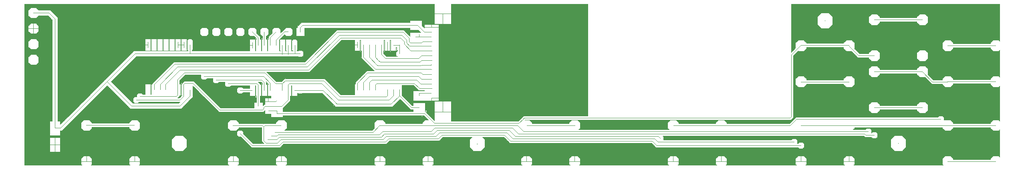
<source format=gtl>
*%FSLAX23Y23*%
*%MOIN*%
G01*
D11*
X6685Y8049D02*
X6809Y8173D01*
Y8239D02*
X6619Y8049D01*
X6607Y8037D02*
X6504Y7934D01*
X8396Y8190D02*
X8546Y8340D01*
X6809Y7814D02*
X6630Y7994D01*
X6662Y8026D02*
X6799Y7890D01*
X13578Y7330D02*
X13586D01*
X13578D02*
X12849D01*
X12841D01*
X12765D02*
X12757D01*
X12449D01*
X12441D01*
X12365D02*
X12357D01*
X11786D01*
X11778D01*
X11702D02*
X11694D01*
X11386D01*
X11378D01*
X11302D02*
X11294D01*
X10566D01*
X10558D01*
X10482D02*
X10474D01*
X10166D01*
X10158D01*
X10082D02*
X10074D01*
X9345D01*
X9337D01*
X9261D02*
X9253D01*
X8945D01*
X8937D01*
X8861D02*
X8853D01*
X8125D01*
X8117D01*
X8041D02*
X8033D01*
X7725D01*
X7717D01*
X7641D02*
X7633D01*
X6904D01*
X6896D01*
X6820D02*
X6812D01*
X6504D01*
X6496D01*
X6420D02*
X6412D01*
X5942D01*
X13670Y7375D02*
X13978D01*
X7261Y7447D02*
X7197D01*
X13181D02*
X13245D01*
X9741D02*
X9677D01*
X6240Y7439D02*
X6154D01*
X14001Y7407D02*
X14047D01*
X13647D02*
X13601D01*
X12826D02*
X12780D01*
X12426D02*
X12380D01*
X11763D02*
X11717D01*
X11363D02*
X11317D01*
X10543D02*
X10497D01*
X10143D02*
X10097D01*
X9322D02*
X9276D01*
X8922D02*
X8876D01*
X8102D02*
X8056D01*
X7702D02*
X7656D01*
X6481D02*
X6435D01*
X6835D02*
X6881D01*
X13264Y7466D02*
X14057D01*
X13162D02*
X9760D01*
X9658D02*
X7280D01*
X7178D02*
X6240D01*
X6154D02*
X5942D01*
X13262Y7464D02*
X14057D01*
X13164D02*
X9758D01*
X9660D02*
X7278D01*
X7180D02*
X6240D01*
X6154D02*
X5942D01*
X13260Y7462D02*
X14057D01*
X13166D02*
X9756D01*
X9662D02*
X7276D01*
X7182D02*
X6240D01*
X6154D02*
X5942D01*
X13258Y7460D02*
X14057D01*
X13168D02*
X9754D01*
X9664D02*
X7274D01*
X7184D02*
X6240D01*
X6154D02*
X5942D01*
X13256Y7458D02*
X14057D01*
X13170D02*
X9752D01*
X9666D02*
X7272D01*
X7186D02*
X6240D01*
X6154D02*
X5942D01*
X13254Y7456D02*
X14057D01*
X13172D02*
X9750D01*
X9668D02*
X7270D01*
X7188D02*
X6240D01*
X6154D02*
X5942D01*
X13252Y7454D02*
X14057D01*
X13174D02*
X9748D01*
X9670D02*
X7268D01*
X7190D02*
X6240D01*
X6154D02*
X5942D01*
X13250Y7452D02*
X14057D01*
X13176D02*
X9746D01*
X9672D02*
X7266D01*
X7192D02*
X6240D01*
X6154D02*
X5942D01*
X13248Y7450D02*
X14057D01*
X13178D02*
X9744D01*
X9674D02*
X7264D01*
X7194D02*
X6240D01*
X6154D02*
X5942D01*
X13246Y7448D02*
X14057D01*
X13180D02*
X9742D01*
X9676D02*
X7262D01*
X7196D02*
X6240D01*
X6154D02*
X5942D01*
X6240Y7446D02*
X14057D01*
X6154D02*
X5942D01*
X6240Y7444D02*
X14057D01*
X6154D02*
X5942D01*
X6240Y7442D02*
X14057D01*
X6154D02*
X5942D01*
X6240Y7440D02*
X14057D01*
X6154D02*
X5942D01*
X6240Y7438D02*
X14057D01*
X6240D02*
X6154D01*
X5942D01*
X6240Y7436D02*
X14057D01*
X6240D02*
X6154D01*
X5942D01*
X6240Y7434D02*
X14057D01*
X6240D02*
X6154D01*
X5942D01*
X6240Y7432D02*
X14057D01*
X6240D02*
X6154D01*
X5942D01*
X6240Y7430D02*
X14057D01*
X6240D02*
X6154D01*
X5942D01*
Y7428D02*
X14057D01*
Y7426D02*
X5942D01*
Y7424D02*
X14057D01*
Y7422D02*
X5942D01*
Y7420D02*
X14057D01*
Y7418D02*
X5942D01*
Y7416D02*
X14057D01*
Y7414D02*
X5942D01*
Y7412D02*
X14057D01*
Y7410D02*
X5942D01*
Y7408D02*
X14057D01*
Y7406D02*
X14048D01*
X14000D02*
X13648D01*
X13600D02*
X12827D01*
X12779D02*
X12427D01*
X12379D02*
X11764D01*
X11716D02*
X11364D01*
X11316D02*
X10544D01*
X10496D02*
X10144D01*
X10096D02*
X9323D01*
X9275D02*
X8923D01*
X8875D02*
X8103D01*
X8055D02*
X7703D01*
X7655D02*
X6882D01*
X6834D02*
X6482D01*
X6434D02*
X5942D01*
X14050Y7404D02*
X14057D01*
X13998D02*
X13650D01*
X13598D02*
X12829D01*
X12777D02*
X12429D01*
X12377D02*
X11766D01*
X11714D02*
X11366D01*
X11314D02*
X10546D01*
X10494D02*
X10146D01*
X10094D02*
X9325D01*
X9273D02*
X8925D01*
X8873D02*
X8105D01*
X8053D02*
X7705D01*
X7653D02*
X6884D01*
X6832D02*
X6484D01*
X6432D02*
X5942D01*
X13652Y7402D02*
X13996D01*
X13596D02*
X12831D01*
X12775D02*
X12431D01*
X12375D02*
X11768D01*
X11712D02*
X11368D01*
X11312D02*
X10548D01*
X10492D02*
X10148D01*
X10092D02*
X9327D01*
X9271D02*
X8927D01*
X8871D02*
X8107D01*
X8051D02*
X7707D01*
X7651D02*
X6886D01*
X6830D02*
X6486D01*
X6430D02*
X5942D01*
X13654Y7400D02*
X13994D01*
X13594D02*
X12833D01*
X12773D02*
X12433D01*
X12373D02*
X11770D01*
X11710D02*
X11370D01*
X11310D02*
X10550D01*
X10490D02*
X10150D01*
X10090D02*
X9329D01*
X9269D02*
X8929D01*
X8869D02*
X8109D01*
X8049D02*
X7709D01*
X7649D02*
X6888D01*
X6828D02*
X6488D01*
X6428D02*
X5942D01*
X13656Y7398D02*
X13992D01*
X13592D02*
X12835D01*
X12771D02*
X12435D01*
X12371D02*
X11772D01*
X11708D02*
X11372D01*
X11308D02*
X10552D01*
X10488D02*
X10152D01*
X10088D02*
X9331D01*
X9267D02*
X8931D01*
X8867D02*
X8111D01*
X8047D02*
X7711D01*
X7647D02*
X6890D01*
X6826D02*
X6490D01*
X6426D02*
X5942D01*
X13658Y7396D02*
X13990D01*
X13590D02*
X12837D01*
X12769D02*
X12437D01*
X12369D02*
X11774D01*
X11706D02*
X11374D01*
X11306D02*
X10554D01*
X10486D02*
X10154D01*
X10086D02*
X9333D01*
X9265D02*
X8933D01*
X8865D02*
X8113D01*
X8045D02*
X7713D01*
X7645D02*
X6892D01*
X6824D02*
X6492D01*
X6424D02*
X5942D01*
X13660Y7394D02*
X13988D01*
X13588D02*
X12839D01*
X12767D02*
X12439D01*
X12367D02*
X11776D01*
X11704D02*
X11376D01*
X11304D02*
X10556D01*
X10484D02*
X10156D01*
X10084D02*
X9335D01*
X9263D02*
X8935D01*
X8863D02*
X8115D01*
X8043D02*
X7715D01*
X7643D02*
X6894D01*
X6822D02*
X6494D01*
X6422D02*
X5942D01*
X13978Y7392D02*
X13986D01*
X13978D02*
X13670D01*
X13662D01*
X13586D02*
X13578D01*
X12849D01*
X12841D01*
X12765D02*
X12757D01*
X12449D01*
X12441D01*
X12365D02*
X12357D01*
X11786D01*
X11778D01*
X11702D02*
X11694D01*
X11386D01*
X11378D01*
X11302D02*
X11294D01*
X10566D01*
X10558D01*
X10482D02*
X10474D01*
X10166D01*
X10158D01*
X10082D02*
X10074D01*
X9345D01*
X9337D01*
X9261D02*
X9253D01*
X8945D01*
X8937D01*
X8861D02*
X8853D01*
X8125D01*
X8117D01*
X8041D02*
X8033D01*
X7725D01*
X7717D01*
X7641D02*
X7633D01*
X6904D01*
X6896D01*
X6820D02*
X6812D01*
X6504D01*
X6496D01*
X6420D02*
X6412D01*
X5942D01*
X13978Y7390D02*
X13984D01*
X13978D02*
X13670D01*
X13664D01*
X13584D02*
X13578D01*
X12849D01*
X12843D01*
X12763D02*
X12757D01*
X12449D01*
X12443D01*
X12363D02*
X12357D01*
X11786D01*
X11780D01*
X11700D02*
X11694D01*
X11386D01*
X11380D01*
X11300D02*
X11294D01*
X10566D01*
X10560D01*
X10480D02*
X10474D01*
X10166D01*
X10160D01*
X10080D02*
X10074D01*
X9345D01*
X9339D01*
X9259D02*
X9253D01*
X8945D01*
X8939D01*
X8859D02*
X8853D01*
X8125D01*
X8119D01*
X8039D02*
X8033D01*
X7725D01*
X7719D01*
X7639D02*
X7633D01*
X6904D01*
X6898D01*
X6818D02*
X6812D01*
X6504D01*
X6498D01*
X6418D02*
X6412D01*
X5942D01*
X13670Y7388D02*
X13978D01*
X13578D02*
X12849D01*
X12757D02*
X12449D01*
X12357D02*
X11786D01*
X11694D02*
X11386D01*
X11294D02*
X10566D01*
X10474D02*
X10166D01*
X10074D02*
X9345D01*
X9253D02*
X8945D01*
X8853D02*
X8125D01*
X8033D02*
X7725D01*
X7633D02*
X6904D01*
X6812D02*
X6504D01*
X6412D02*
X5942D01*
X13670Y7386D02*
X13978D01*
X13578D02*
X12849D01*
X12757D02*
X12449D01*
X12357D02*
X11786D01*
X11694D02*
X11386D01*
X11294D02*
X10566D01*
X10474D02*
X10166D01*
X10074D02*
X9345D01*
X9253D02*
X8945D01*
X8853D02*
X8125D01*
X8033D02*
X7725D01*
X7633D02*
X6904D01*
X6812D02*
X6504D01*
X6412D02*
X5942D01*
X13670Y7384D02*
X13978D01*
X13578D02*
X12849D01*
X12757D02*
X12449D01*
X12357D02*
X11786D01*
X11694D02*
X11386D01*
X11294D02*
X10566D01*
X10474D02*
X10166D01*
X10074D02*
X9345D01*
X9253D02*
X8945D01*
X8853D02*
X8125D01*
X8033D02*
X7725D01*
X7633D02*
X6904D01*
X6812D02*
X6504D01*
X6412D02*
X5942D01*
X13670Y7382D02*
X13978D01*
X13578D02*
X12849D01*
X12757D02*
X12449D01*
X12357D02*
X11786D01*
X11694D02*
X11386D01*
X11294D02*
X10566D01*
X10474D02*
X10166D01*
X10074D02*
X9345D01*
X9253D02*
X8945D01*
X8853D02*
X8125D01*
X8033D02*
X7725D01*
X7633D02*
X6904D01*
X6812D02*
X6504D01*
X6412D02*
X5942D01*
X13670Y7380D02*
X13978D01*
X13578D02*
X12849D01*
X12757D02*
X12449D01*
X12357D02*
X11786D01*
X11694D02*
X11386D01*
X11294D02*
X10566D01*
X10474D02*
X10166D01*
X10074D02*
X9345D01*
X9253D02*
X8945D01*
X8853D02*
X8125D01*
X8033D02*
X7725D01*
X7633D02*
X6904D01*
X6812D02*
X6504D01*
X6412D02*
X5942D01*
X13670Y7378D02*
X13978D01*
X13578D02*
X12849D01*
X12757D02*
X12449D01*
X12357D02*
X11786D01*
X11694D02*
X11386D01*
X11294D02*
X10566D01*
X10474D02*
X10166D01*
X10074D02*
X9345D01*
X9253D02*
X8945D01*
X8853D02*
X8125D01*
X8033D02*
X7725D01*
X7633D02*
X6904D01*
X6812D02*
X6504D01*
X6412D02*
X5942D01*
X13670Y7376D02*
X13978D01*
X13578D02*
X12849D01*
X12757D02*
X12449D01*
X12357D02*
X11786D01*
X11694D02*
X11386D01*
X11294D02*
X10566D01*
X10474D02*
X10166D01*
X10074D02*
X9345D01*
X9253D02*
X8945D01*
X8853D02*
X8125D01*
X8033D02*
X7725D01*
X7633D02*
X6904D01*
X6812D02*
X6504D01*
X6412D02*
X5942D01*
X12849Y7374D02*
X13578D01*
X12757D02*
X12449D01*
X12357D02*
X11786D01*
X11694D02*
X11386D01*
X11294D02*
X10566D01*
X10474D02*
X10166D01*
X10074D02*
X9345D01*
X9253D02*
X8945D01*
X8853D02*
X8125D01*
X8033D02*
X7725D01*
X7633D02*
X6904D01*
X6812D02*
X6504D01*
X6412D02*
X5942D01*
X12849Y7372D02*
X13578D01*
X12757D02*
X12449D01*
X12357D02*
X11786D01*
X11694D02*
X11386D01*
X11294D02*
X10566D01*
X10474D02*
X10166D01*
X10074D02*
X9345D01*
X9253D02*
X8945D01*
X8853D02*
X8125D01*
X8033D02*
X7725D01*
X7633D02*
X6904D01*
X6812D02*
X6504D01*
X6412D02*
X5942D01*
X12849Y7370D02*
X13578D01*
X12757D02*
X12449D01*
X12357D02*
X11786D01*
X11694D02*
X11386D01*
X11294D02*
X10566D01*
X10474D02*
X10166D01*
X10074D02*
X9345D01*
X9253D02*
X8945D01*
X8853D02*
X8125D01*
X8033D02*
X7725D01*
X7633D02*
X6904D01*
X6812D02*
X6504D01*
X6412D02*
X5942D01*
X12849Y7368D02*
X13578D01*
X12757D02*
X12449D01*
X12357D02*
X11786D01*
X11694D02*
X11386D01*
X11294D02*
X10566D01*
X10474D02*
X10166D01*
X10074D02*
X9345D01*
X9253D02*
X8945D01*
X8853D02*
X8125D01*
X8033D02*
X7725D01*
X7633D02*
X6904D01*
X6812D02*
X6504D01*
X6412D02*
X5942D01*
X12849Y7366D02*
X13578D01*
X12757D02*
X12449D01*
X12357D02*
X11786D01*
X11694D02*
X11386D01*
X11294D02*
X10566D01*
X10474D02*
X10166D01*
X10074D02*
X9345D01*
X9253D02*
X8945D01*
X8853D02*
X8125D01*
X8033D02*
X7725D01*
X7633D02*
X6904D01*
X6812D02*
X6504D01*
X6412D02*
X5942D01*
X12849Y7364D02*
X13578D01*
X12757D02*
X12449D01*
X12357D02*
X11786D01*
X11694D02*
X11386D01*
X11294D02*
X10566D01*
X10474D02*
X10166D01*
X10074D02*
X9345D01*
X9253D02*
X8945D01*
X8853D02*
X8125D01*
X8033D02*
X7725D01*
X7633D02*
X6904D01*
X6812D02*
X6504D01*
X6412D02*
X5942D01*
X12849Y7362D02*
X13578D01*
X12757D02*
X12449D01*
X12357D02*
X11786D01*
X11694D02*
X11386D01*
X11294D02*
X10566D01*
X10474D02*
X10166D01*
X10074D02*
X9345D01*
X9253D02*
X8945D01*
X8853D02*
X8125D01*
X8033D02*
X7725D01*
X7633D02*
X6904D01*
X6812D02*
X6504D01*
X6412D02*
X5942D01*
X12849Y7360D02*
X13578D01*
X12757D02*
X12449D01*
X12357D02*
X11786D01*
X11694D02*
X11386D01*
X11294D02*
X10566D01*
X10474D02*
X10166D01*
X10074D02*
X9345D01*
X9253D02*
X8945D01*
X8853D02*
X8125D01*
X8033D02*
X7725D01*
X7633D02*
X6904D01*
X6812D02*
X6504D01*
X6412D02*
X5942D01*
X12849Y7358D02*
X13578D01*
X12757D02*
X12449D01*
X12357D02*
X11786D01*
X11694D02*
X11386D01*
X11294D02*
X10566D01*
X10474D02*
X10166D01*
X10074D02*
X9345D01*
X9253D02*
X8945D01*
X8853D02*
X8125D01*
X8033D02*
X7725D01*
X7633D02*
X6904D01*
X6812D02*
X6504D01*
X6412D02*
X5942D01*
X12849Y7356D02*
X13578D01*
X12757D02*
X12449D01*
X12357D02*
X11786D01*
X11694D02*
X11386D01*
X11294D02*
X10566D01*
X10474D02*
X10166D01*
X10074D02*
X9345D01*
X9253D02*
X8945D01*
X8853D02*
X8125D01*
X8033D02*
X7725D01*
X7633D02*
X6904D01*
X6812D02*
X6504D01*
X6412D02*
X5942D01*
X12849Y7354D02*
X13578D01*
X12757D02*
X12449D01*
X12357D02*
X11786D01*
X11694D02*
X11386D01*
X11294D02*
X10566D01*
X10474D02*
X10166D01*
X10074D02*
X9345D01*
X9253D02*
X8945D01*
X8853D02*
X8125D01*
X8033D02*
X7725D01*
X7633D02*
X6904D01*
X6812D02*
X6504D01*
X6412D02*
X5942D01*
X12849Y7352D02*
X13578D01*
X12757D02*
X12449D01*
X12357D02*
X11786D01*
X11694D02*
X11386D01*
X11294D02*
X10566D01*
X10474D02*
X10166D01*
X10074D02*
X9345D01*
X9253D02*
X8945D01*
X8853D02*
X8125D01*
X8033D02*
X7725D01*
X7633D02*
X6904D01*
X6812D02*
X6504D01*
X6412D02*
X5942D01*
X12849Y7350D02*
X13578D01*
X12757D02*
X12449D01*
X12357D02*
X11786D01*
X11694D02*
X11386D01*
X11294D02*
X10566D01*
X10474D02*
X10166D01*
X10074D02*
X9345D01*
X9253D02*
X8945D01*
X8853D02*
X8125D01*
X8033D02*
X7725D01*
X7633D02*
X6904D01*
X6812D02*
X6504D01*
X6412D02*
X5942D01*
X12849Y7348D02*
X13578D01*
X12757D02*
X12449D01*
X12357D02*
X11786D01*
X11694D02*
X11386D01*
X11294D02*
X10566D01*
X10474D02*
X10166D01*
X10074D02*
X9345D01*
X9253D02*
X8945D01*
X8853D02*
X8125D01*
X8033D02*
X7725D01*
X7633D02*
X6904D01*
X6812D02*
X6504D01*
X6412D02*
X5942D01*
X12849Y7346D02*
X13578D01*
X12757D02*
X12449D01*
X12357D02*
X11786D01*
X11694D02*
X11386D01*
X11294D02*
X10566D01*
X10474D02*
X10166D01*
X10074D02*
X9345D01*
X9253D02*
X8945D01*
X8853D02*
X8125D01*
X8033D02*
X7725D01*
X7633D02*
X6904D01*
X6812D02*
X6504D01*
X6412D02*
X5942D01*
X12849Y7344D02*
X13578D01*
X12757D02*
X12449D01*
X12357D02*
X11786D01*
X11694D02*
X11386D01*
X11294D02*
X10566D01*
X10474D02*
X10166D01*
X10074D02*
X9345D01*
X9253D02*
X8945D01*
X8853D02*
X8125D01*
X8033D02*
X7725D01*
X7633D02*
X6904D01*
X6812D02*
X6504D01*
X6412D02*
X5942D01*
X12849Y7342D02*
X13578D01*
X12757D02*
X12449D01*
X12357D02*
X11786D01*
X11694D02*
X11386D01*
X11294D02*
X10566D01*
X10474D02*
X10166D01*
X10074D02*
X9345D01*
X9253D02*
X8945D01*
X8853D02*
X8125D01*
X8033D02*
X7725D01*
X7633D02*
X6904D01*
X6812D02*
X6504D01*
X6412D02*
X5942D01*
X12849Y7340D02*
X13578D01*
X12757D02*
X12449D01*
X12357D02*
X11786D01*
X11694D02*
X11386D01*
X11294D02*
X10566D01*
X10474D02*
X10166D01*
X10074D02*
X9345D01*
X9253D02*
X8945D01*
X8853D02*
X8125D01*
X8033D02*
X7725D01*
X7633D02*
X6904D01*
X6812D02*
X6504D01*
X6412D02*
X5942D01*
X12849Y7338D02*
X13578D01*
X12757D02*
X12449D01*
X12357D02*
X11786D01*
X11694D02*
X11386D01*
X11294D02*
X10566D01*
X10474D02*
X10166D01*
X10074D02*
X9345D01*
X9253D02*
X8945D01*
X8853D02*
X8125D01*
X8033D02*
X7725D01*
X7633D02*
X6904D01*
X6812D02*
X6504D01*
X6412D02*
X5942D01*
X12849Y7336D02*
X13578D01*
X12757D02*
X12449D01*
X12357D02*
X11786D01*
X11694D02*
X11386D01*
X11294D02*
X10566D01*
X10474D02*
X10166D01*
X10074D02*
X9345D01*
X9253D02*
X8945D01*
X8853D02*
X8125D01*
X8033D02*
X7725D01*
X7633D02*
X6904D01*
X6812D02*
X6504D01*
X6412D02*
X5942D01*
X12849Y7334D02*
X13578D01*
X12757D02*
X12449D01*
X12357D02*
X11786D01*
X11694D02*
X11386D01*
X11294D02*
X10566D01*
X10474D02*
X10166D01*
X10074D02*
X9345D01*
X9253D02*
X8945D01*
X8853D02*
X8125D01*
X8033D02*
X7725D01*
X7633D02*
X6904D01*
X6812D02*
X6504D01*
X6412D02*
X5942D01*
X13578Y7332D02*
X13584D01*
X13578D02*
X12849D01*
X12843D01*
X12763D02*
X12757D01*
X12449D01*
X12443D01*
X12363D02*
X12357D01*
X11786D01*
X11780D01*
X11700D02*
X11694D01*
X11386D01*
X11380D01*
X11300D02*
X11294D01*
X10566D01*
X10560D01*
X10480D02*
X10474D01*
X10166D01*
X10160D01*
X10080D02*
X10074D01*
X9345D01*
X9339D01*
X9259D02*
X9253D01*
X8945D01*
X8939D01*
X8859D02*
X8853D01*
X8125D01*
X8119D01*
X8039D02*
X8033D01*
X7725D01*
X7719D01*
X7639D02*
X7633D01*
X6904D01*
X6898D01*
X6818D02*
X6812D01*
X6504D01*
X6498D01*
X6418D02*
X6412D01*
X5942D01*
Y7330D02*
Y8672D01*
X5974Y8621D02*
Y8577D01*
Y8491D02*
Y8447D01*
X6060D02*
Y8491D01*
X5974Y8231D02*
Y8187D01*
X6060D02*
Y8231D01*
X5974Y8317D02*
Y8361D01*
X6060D02*
Y8317D01*
X5974Y8621D02*
X5995Y8642D01*
X6059Y8576D02*
X6039Y8556D01*
X5995Y8512D02*
X5974Y8491D01*
X6039Y8426D02*
X6060Y8447D01*
X5995Y8252D02*
X5974Y8231D01*
X6039Y8166D02*
X6060Y8187D01*
X5974Y8361D02*
X5995Y8382D01*
X6060Y8317D02*
X6039Y8296D01*
X5995Y8556D02*
X5974Y8577D01*
Y8447D02*
X5995Y8426D01*
X6060Y8491D02*
X6039Y8512D01*
X5974Y8187D02*
X5995Y8166D01*
X6060Y8231D02*
X6039Y8252D01*
X5995Y8296D02*
X5974Y8317D01*
X6039Y8382D02*
X6060Y8361D01*
X6240Y7616D02*
X6242D01*
X7918Y7510D02*
X7921D01*
Y7478D02*
X7918D01*
X7915Y7643D02*
X7725D01*
X7916Y7510D02*
X7921D01*
X7871D02*
X7868D01*
Y7478D02*
X7871D01*
X7821D02*
X7818D01*
X12849Y7643D02*
X13578D01*
X13670D02*
X13978D01*
X12938Y7625D02*
X12935D01*
X12836D01*
X11307D02*
X10553D01*
X11259Y7573D02*
X12901D01*
X11259D02*
X11254D01*
X12901D02*
X12925D01*
X12901D02*
X12898D01*
X12988Y7595D02*
X12989D01*
X12988D02*
X12988D01*
Y7563D02*
X12985D01*
X12949D01*
X12948D01*
X12935D01*
X12933D01*
X12926D01*
X12322Y7540D02*
X12320D01*
X11259D02*
X11258D01*
X12375Y7510D02*
X12378D01*
X12375D02*
X12374D01*
X12374D01*
X12375Y7478D02*
X12378D01*
X11160Y7513D02*
X9994D01*
X9980D01*
X9971D01*
X9930Y7563D02*
X9753D01*
X9665D02*
X9424D01*
X9403Y7533D02*
X9394D01*
X9380D01*
X8979D01*
X7925Y7518D02*
X7921D01*
X7916D01*
X7750Y7621D02*
X7724D01*
Y7567D02*
X7741D01*
X12334Y7551D02*
X12360D01*
X12388Y7521D02*
X12416D01*
Y7467D02*
X12388D01*
X7261Y7575D02*
X7197D01*
X13181D02*
X13245D01*
X6240Y7559D02*
X6154D01*
X14001Y7615D02*
X14047D01*
X13647D02*
X13601D01*
X7702D02*
X7656D01*
X6481D02*
X6435D01*
X6835D02*
X6881D01*
X10566Y7662D02*
X11294D01*
X8853D02*
X8125D01*
X7633D02*
X6904D01*
X6412D02*
X6298D01*
X6154D02*
X5942D01*
X10566Y7660D02*
X11294D01*
X8853D02*
X8125D01*
X7633D02*
X6904D01*
X6412D02*
X6296D01*
X6154D02*
X5942D01*
X10566Y7658D02*
X11294D01*
X8853D02*
X8125D01*
X7633D02*
X6904D01*
X6412D02*
X6294D01*
X6154D02*
X5942D01*
X10566Y7656D02*
X11294D01*
X8853D02*
X8125D01*
X7633D02*
X6904D01*
X6412D02*
X6292D01*
X6154D02*
X5942D01*
X10566Y7654D02*
X11294D01*
X8853D02*
X8125D01*
X7633D02*
X6904D01*
X6412D02*
X6290D01*
X6154D02*
X5942D01*
X10566Y7652D02*
X11294D01*
X8853D02*
X8125D01*
X7633D02*
X6904D01*
X6412D02*
X6288D01*
X6154D02*
X5942D01*
X10566Y7650D02*
X11294D01*
X8853D02*
X8125D01*
X7633D02*
X6904D01*
X6412D02*
X6286D01*
X6154D02*
X5942D01*
X10566Y7648D02*
X11294D01*
X8853D02*
X8125D01*
X7633D02*
X6904D01*
X6812D02*
X6504D01*
X6412D02*
X6284D01*
X6154D02*
X5942D01*
X10566Y7646D02*
X11294D01*
X8853D02*
X8125D01*
X7633D02*
X6904D01*
X6812D02*
X6504D01*
X6412D02*
X6282D01*
X6154D02*
X5942D01*
X10566Y7644D02*
X11294D01*
X8853D02*
X8125D01*
X7633D02*
X6904D01*
X6812D02*
X6504D01*
X6412D02*
X6280D01*
X6154D02*
X5942D01*
X13670Y7642D02*
X13978D01*
X13578D02*
X12849D01*
X11294D02*
X10566D01*
X8853D02*
X8125D01*
X7916D02*
X7725D01*
X7633D02*
X6904D01*
X6812D02*
X6504D01*
X6412D02*
X6278D01*
X6154D02*
X5942D01*
X13670Y7640D02*
X13978D01*
X13578D02*
X12849D01*
X11294D02*
X10566D01*
X8853D02*
X8125D01*
X7916D02*
X7725D01*
X7633D02*
X6904D01*
X6812D02*
X6504D01*
X6412D02*
X6276D01*
X6154D02*
X5942D01*
X13670Y7638D02*
X13978D01*
X13578D02*
X12849D01*
X11294D02*
X10566D01*
X8853D02*
X8125D01*
X7916D02*
X7725D01*
X7633D02*
X6904D01*
X6812D02*
X6504D01*
X6412D02*
X6274D01*
X6154D02*
X5942D01*
X13670Y7636D02*
X13978D01*
X13578D02*
X12976D01*
X12948D01*
X12849D01*
X11294D02*
X10566D01*
X8851D02*
X8125D01*
X7916D02*
X7725D01*
X7633D02*
X6904D01*
X6812D02*
X6504D01*
X6412D02*
X6272D01*
X6154D02*
X5942D01*
X13670Y7634D02*
X13978D01*
X13578D02*
X12978D01*
X12946D02*
X12849D01*
X11294D02*
X10566D01*
X8849D02*
X8125D01*
X7916D02*
X7725D01*
X7633D02*
X6904D01*
X6812D02*
X6504D01*
X6412D02*
X6270D01*
X6154D02*
X5942D01*
X13978Y7632D02*
X13984D01*
X13978D02*
X13670D01*
X13664D01*
X13584D02*
X13578D01*
X12989D01*
X12980D01*
X12944D02*
X12935D01*
X12849D01*
X12843D01*
X11300D02*
X11294D01*
X10566D01*
X10560D01*
X8847D02*
X8125D01*
X8119D01*
X7916D02*
X7725D01*
X7719D01*
X7639D02*
X7633D01*
X6904D01*
X6898D01*
X6818D02*
X6812D01*
X6504D01*
X6498D01*
X6418D02*
X6412D01*
X6268D01*
X6154D02*
X5942D01*
X13978Y7630D02*
X13986D01*
X13978D02*
X13670D01*
X13662D01*
X13586D02*
X13578D01*
X12989D01*
X12982D01*
X12942D02*
X12935D01*
X12849D01*
X12841D01*
X11302D02*
X11294D01*
X10566D01*
X10558D01*
X8845D02*
X8125D01*
X8117D01*
X7916D02*
X7725D01*
X7717D01*
X7641D02*
X7633D01*
X6904D01*
X6896D01*
X6820D02*
X6812D01*
X6504D01*
X6496D01*
X6420D02*
X6412D01*
X6266D01*
X6154D02*
X5942D01*
X13978Y7628D02*
X13988D01*
X13978D02*
X13670D01*
X13660D01*
X13588D02*
X13578D01*
X12989D01*
X12935D02*
X12849D01*
X12839D01*
X11304D02*
X11294D01*
X10566D01*
X10556D01*
X8843D02*
X8125D01*
X8115D01*
X7916D02*
X7725D01*
X7715D01*
X7643D02*
X7633D01*
X6904D01*
X6894D01*
X6822D02*
X6812D01*
X6504D01*
X6494D01*
X6422D02*
X6412D01*
X6265D01*
X6154D02*
X5942D01*
X13658Y7626D02*
X13990D01*
X13590D02*
X12989D01*
X12935D02*
X12837D01*
X11306D02*
X10554D01*
X8841D02*
X8113D01*
X7916D02*
X7713D01*
X7645D02*
X6892D01*
X6824D02*
X6492D01*
X6424D02*
X6265D01*
X6154D02*
X5942D01*
X13656Y7624D02*
X13992D01*
X13592D02*
X12989D01*
X8839D02*
X8111D01*
X7916D02*
X7711D01*
X7647D02*
X6890D01*
X6826D02*
X6490D01*
X6426D02*
X6265D01*
X6154D02*
X5942D01*
X13654Y7622D02*
X13994D01*
X13594D02*
X12989D01*
X8837D02*
X8109D01*
X7916D02*
X7709D01*
X7649D02*
X6888D01*
X6828D02*
X6488D01*
X6428D02*
X6265D01*
X6154D02*
X5942D01*
X13652Y7620D02*
X13996D01*
X13596D02*
X12989D01*
X8835D02*
X8107D01*
X7916D02*
X7752D01*
X7722D02*
X7707D01*
X7651D02*
X6886D01*
X6830D02*
X6486D01*
X6430D02*
X6265D01*
X6258D01*
X6154D02*
X5942D01*
X14050Y7618D02*
X14057D01*
X13998D02*
X13650D01*
X13598D02*
X12989D01*
X7916D02*
X7754D01*
X7720D02*
X7705D01*
X7653D02*
X6884D01*
X6832D02*
X6484D01*
X6432D02*
X6265D01*
X6256D01*
X6154D02*
X5942D01*
X14048Y7616D02*
X14057D01*
X14000D02*
X13648D01*
X13600D02*
X12989D01*
X7916D02*
X7764D01*
X7756D01*
X7718D02*
X7710D01*
X7703D01*
X7655D02*
X6882D01*
X6834D02*
X6482D01*
X6434D02*
X6254D01*
X6240D01*
X6154D02*
X5942D01*
X12989Y7614D02*
X14057D01*
X7916D02*
X7764D01*
X7758D01*
X7716D02*
X7710D01*
X6240D01*
X6154D02*
X5942D01*
X12989Y7612D02*
X14057D01*
X7916D02*
X7764D01*
X7710D02*
X6240D01*
X6154D02*
X5942D01*
X12989Y7610D02*
X14057D01*
X7916D02*
X7764D01*
X7710D02*
X6240D01*
X6154D02*
X5942D01*
X12989Y7608D02*
X14057D01*
X7916D02*
X7764D01*
X7710D02*
X6240D01*
X6154D02*
X5942D01*
X13026Y7606D02*
X14057D01*
X13026D02*
X12998D01*
X12989D01*
X7916D02*
X7764D01*
X7710D02*
X6240D01*
X6154D02*
X5942D01*
X13028Y7604D02*
X14057D01*
X12996D02*
X12989D01*
X7916D02*
X7764D01*
X7710D02*
X6240D01*
X6154D02*
X5942D01*
X13039Y7602D02*
X14057D01*
X13039D02*
X13030D01*
X7916D02*
X7764D01*
X7710D02*
X6240D01*
X6154D02*
X5942D01*
X13039Y7600D02*
X14057D01*
X13039D02*
X13032D01*
X7916D02*
X7764D01*
X7710D02*
X6240D01*
X6154D02*
X5942D01*
X13039Y7598D02*
X14057D01*
X7916D02*
X7764D01*
X7710D02*
X6240D01*
X6154D02*
X5942D01*
X13039Y7596D02*
X14057D01*
X7916D02*
X7764D01*
X7710D02*
X6240D01*
X6154D02*
X5942D01*
X13039Y7594D02*
X14057D01*
X7916D02*
X7764D01*
X7710D02*
X6240D01*
X6154D02*
X5942D01*
X13039Y7592D02*
X14057D01*
X7916D02*
X7764D01*
X7710D02*
X6240D01*
X6154D02*
X5942D01*
X13039Y7590D02*
X14057D01*
X7916D02*
X7764D01*
X7710D02*
X6240D01*
X6154D02*
X5942D01*
X13039Y7588D02*
X14057D01*
X7916D02*
X7766D01*
X7710D02*
X6240D01*
X6154D02*
X5942D01*
X13039Y7586D02*
X14057D01*
X7916D02*
X7768D01*
X7710D02*
X6240D01*
X6154D02*
X5942D01*
X13039Y7584D02*
X14057D01*
X7916D02*
X7770D01*
X7710D02*
X6240D01*
X6154D02*
X5942D01*
X13039Y7582D02*
X14057D01*
X7916D02*
X7772D01*
X7710D02*
X6240D01*
X6154D02*
X5942D01*
X13039Y7580D02*
X14057D01*
X7916D02*
X7774D01*
X7710D02*
X6240D01*
X6154D02*
X5942D01*
X13039Y7578D02*
X14057D01*
X7916D02*
X7776D01*
X7710D02*
X6240D01*
X6154D01*
X5942D01*
X13039Y7576D02*
X14057D01*
X7916D02*
X7778D01*
X7710D02*
X6240D01*
X6154D01*
X5942D01*
X13246Y7574D02*
X14057D01*
X13180D02*
X13039D01*
X7916D02*
X7780D01*
X7716D02*
X7710D01*
X7262D01*
X7196D02*
X6240D01*
X6154D01*
X5942D01*
X13248Y7572D02*
X14057D01*
X13178D02*
X13039D01*
X12926D02*
X12901D01*
X11259D01*
X7916D02*
X7782D01*
X7718D02*
X7710D01*
X7264D01*
X7194D02*
X6240D01*
X6154D01*
X5942D01*
X13250Y7570D02*
X14057D01*
X13176D02*
X13039D01*
X12926D02*
X12901D01*
X11259D01*
X7916D02*
X7784D01*
X7720D02*
X7266D01*
X7192D02*
X6240D01*
X6154D01*
X5942D01*
X13252Y7568D02*
X14057D01*
X13174D02*
X13039D01*
X12926D02*
X12901D01*
X11259D01*
X7916D02*
X7786D01*
X7722D02*
X7268D01*
X7190D02*
X6240D01*
X6154D01*
X5942D01*
X13254Y7566D02*
X14057D01*
X13172D02*
X13039D01*
X12932D02*
X12926D01*
X12901D01*
X11259D01*
X7916D02*
X7788D01*
X7742D02*
X7270D01*
X7188D02*
X6240D01*
X6154D01*
X5942D01*
X13256Y7564D02*
X14057D01*
X13170D02*
X13039D01*
X12933D02*
X12926D01*
X12901D01*
X11259D01*
X7916D02*
X7790D01*
X7744D02*
X7272D01*
X7186D02*
X6240D01*
X6154D01*
X5942D01*
X13258Y7562D02*
X14057D01*
X13168D02*
X13039D01*
X12985D02*
X12948D01*
X12936D01*
X12926D01*
X11259D01*
X9931D02*
X9754D01*
X9664D02*
X9423D01*
X7916D02*
X7792D01*
X7746D02*
X7274D01*
X7184D02*
X6240D01*
X6154D01*
X5942D01*
X13260Y7560D02*
X14057D01*
X13166D02*
X13039D01*
X12985D02*
X12946D01*
X12938D01*
X12926D01*
X11259D01*
X9933D02*
X9756D01*
X9662D02*
X9421D01*
X7916D02*
X7794D01*
X7748D02*
X7276D01*
X7182D02*
X6240D01*
X6154D01*
X5942D01*
X13262Y7558D02*
X14057D01*
X13164D02*
X13039D01*
X13032D01*
X12992D02*
X12985D01*
X12944D01*
X12940D02*
X12926D01*
X11259D01*
X9935D02*
X9758D01*
X9660D02*
X9419D01*
X7916D02*
X7796D01*
X7750D02*
X7278D01*
X7180D02*
X6240D01*
X6154D02*
X5942D01*
X13264Y7556D02*
X14057D01*
X13162D02*
X13039D01*
X13030D01*
X12994D02*
X12985D01*
X12926D01*
X11259D01*
X9937D02*
X9760D01*
X9658D02*
X9417D01*
X7916D02*
X7798D01*
X7752D02*
X7280D01*
X7178D02*
X6240D01*
X6154D02*
X5942D01*
X13266Y7554D02*
X14057D01*
X13160D02*
X13028D01*
X12996D02*
X12926D01*
X11259D01*
X9939D02*
X9762D01*
X9656D02*
X9415D01*
X7916D02*
X7800D01*
X7754D02*
X7282D01*
X7176D02*
X6240D01*
X6154D02*
X5942D01*
X13277Y7552D02*
X14057D01*
X13277D02*
X13268D01*
X13158D02*
X13149D01*
X13026D01*
X12998D01*
X11259D01*
X9941D02*
X9773D01*
X9764D01*
X9654D02*
X9645D01*
X9413D01*
X7916D02*
X7802D01*
X7756D02*
X7293D01*
X7284D01*
X7174D02*
X7165D01*
X6240D01*
X6154D02*
X5942D01*
X13277Y7550D02*
X14057D01*
X13277D02*
X13270D01*
X13156D02*
X13149D01*
X12362D01*
X12332D02*
X11259D01*
X9943D02*
X9773D01*
X9766D01*
X9652D02*
X9645D01*
X9411D01*
X7916D02*
X7804D01*
X7758D02*
X7293D01*
X7286D01*
X7172D02*
X7165D01*
X6240D01*
X6154D02*
X5942D01*
X13277Y7548D02*
X14057D01*
X13149D02*
X12364D01*
X12330D02*
X11259D01*
X9945D02*
X9773D01*
X9645D02*
X9409D01*
X7916D02*
X7806D01*
X7760D02*
X7293D01*
X7165D02*
X6240D01*
X6154D02*
X5942D01*
X13277Y7546D02*
X14057D01*
X13149D02*
X12374D01*
X12366D01*
X12328D02*
X12320D01*
X11259D01*
X9947D02*
X9773D01*
X9645D02*
X9407D01*
X7916D02*
X7808D01*
X7762D02*
X7293D01*
X7165D02*
X6240D01*
X6154D02*
X5942D01*
X13277Y7544D02*
X14057D01*
X13149D02*
X12374D01*
X12368D01*
X12326D02*
X12320D01*
X11259D01*
X9949D02*
X9773D01*
X9645D02*
X9405D01*
X7916D02*
X7810D01*
X7764D02*
X7293D01*
X7165D02*
X6240D01*
X6154D02*
X5942D01*
X13277Y7542D02*
X14057D01*
X13149D02*
X12374D01*
X12320D02*
X11259D01*
X9951D02*
X9773D01*
X9645D02*
X9403D01*
X7916D02*
X7812D01*
X7766D02*
X7293D01*
X7165D02*
X6240D01*
X6154D02*
X5942D01*
X13277Y7540D02*
X14057D01*
X13149D02*
X12374D01*
X12320D02*
X11259D01*
X9953D02*
X9773D01*
X9645D02*
X9403D01*
X7915D02*
X7814D01*
X7768D02*
X7293D01*
X7165D02*
X6240D01*
X6154D02*
X5942D01*
X13277Y7538D02*
X14057D01*
X13149D02*
X12374D01*
X9955D02*
X9773D01*
X9645D02*
X9403D01*
X7913D02*
X7816D01*
X7770D02*
X7293D01*
X7165D02*
X6240D01*
X6154D02*
X5942D01*
X13277Y7536D02*
X14057D01*
X13149D02*
X12374D01*
X9957D02*
X9773D01*
X9645D02*
X9403D01*
X9397D01*
X7911D02*
X7818D01*
X7772D02*
X7293D01*
X7165D02*
X6240D01*
X6154D02*
X5942D01*
X13277Y7534D02*
X14057D01*
X13149D02*
X12374D01*
X9959D02*
X9773D01*
X9645D02*
X9403D01*
X9395D01*
X7916D02*
X7909D01*
X7820D01*
X7774D02*
X7293D01*
X7165D02*
X6240D01*
X6154D02*
X5942D01*
X13277Y7532D02*
X14057D01*
X13149D02*
X12374D01*
X9961D02*
X9773D01*
X9645D02*
X9403D01*
X9393D01*
X9381D01*
X8978D01*
X7911D02*
X7822D01*
X7776D02*
X7293D01*
X7165D02*
X6240D01*
X6154D02*
X5942D01*
X13277Y7530D02*
X14057D01*
X13149D02*
X12374D01*
X9963D02*
X9773D01*
X9645D02*
X9403D01*
X9391D01*
X9383D01*
X8976D01*
X7913D02*
X7824D01*
X7778D02*
X7293D01*
X7165D02*
X6240D01*
X6154D02*
X5942D01*
X13277Y7528D02*
X14057D01*
X13149D02*
X12374D01*
X9965D02*
X9773D01*
X9645D02*
X9403D01*
X9389D01*
X9385D02*
X8974D01*
X7915D02*
X7826D01*
X7780D02*
X7293D01*
X7165D02*
X6240D01*
X6154D02*
X5942D01*
X13277Y7526D02*
X14057D01*
X13149D02*
X12374D01*
X9967D02*
X9773D01*
X9645D02*
X9403D01*
X8972D01*
X7916D02*
X7828D01*
X7782D02*
X7293D01*
X7165D02*
X6240D01*
X6154D02*
X5942D01*
X13277Y7524D02*
X14057D01*
X13149D02*
X12374D01*
X9969D02*
X9773D01*
X9645D02*
X9403D01*
X8970D01*
X7916D02*
X7830D01*
X7784D02*
X7293D01*
X7165D02*
X6240D01*
X6154D02*
X5942D01*
X13277Y7522D02*
X14057D01*
X13149D02*
X12374D01*
X9971D02*
X9773D01*
X9645D02*
X8968D01*
X7916D02*
X7832D01*
X7786D02*
X7293D01*
X7165D02*
X6240D01*
X6154D02*
X5942D01*
X13277Y7520D02*
X14057D01*
X13149D02*
X12416D01*
X12388D02*
X12374D01*
X9971D02*
X9773D01*
X9645D02*
X8966D01*
X7923D02*
X7916D01*
X7834D01*
X7788D02*
X7293D01*
X7165D02*
X6240D01*
X6154D02*
X5942D01*
X13277Y7518D02*
X14057D01*
X13149D02*
X12418D01*
X12386D02*
X12374D01*
X9971D02*
X9773D01*
X9645D02*
X8964D01*
X7916D02*
X7903D01*
X7871D01*
X7836D01*
X7790D02*
X7293D01*
X7165D02*
X6240D01*
X6154D02*
X5942D01*
X13277Y7516D02*
X14057D01*
X13149D02*
X12429D01*
X12420D01*
X12384D02*
X12375D01*
X9977D02*
X9971D01*
X9773D01*
X9645D02*
X8963D01*
X7927D02*
X7921D01*
X7916D02*
X7903D01*
X7871D01*
X7838D01*
X7792D02*
X7293D01*
X7165D02*
X6240D01*
X6154D02*
X5942D01*
X13277Y7514D02*
X14057D01*
X13149D02*
X12429D01*
X12422D01*
X12382D02*
X12375D01*
X9979D02*
X9971D01*
X9773D01*
X9645D02*
X8963D01*
X7929D02*
X7921D01*
X7916D02*
X7903D01*
X7871D01*
X7840D01*
X7794D02*
X7293D01*
X7165D02*
X6240D01*
X6154D02*
X5942D01*
X13277Y7512D02*
X14057D01*
X13149D02*
X12429D01*
X11161D02*
X9993D01*
X9981D01*
X9971D01*
X9773D01*
X9645D02*
X8963D01*
X7931D02*
X7921D01*
X7916D02*
X7903D01*
X7871D01*
X7842D01*
X7796D02*
X7293D01*
X7165D02*
X6240D01*
X6154D02*
X5942D01*
X13277Y7510D02*
X14057D01*
X13149D02*
X12429D01*
X11163D02*
X9991D01*
X9983D01*
X9971D01*
X9773D01*
X9645D02*
X8963D01*
X8956D01*
X7933D02*
X7921D01*
X7916D02*
X7903D01*
X7871D01*
X7844D01*
X7798D02*
X7293D01*
X7165D02*
X6240D01*
X6154D02*
X5942D01*
X13277Y7508D02*
X14057D01*
X13149D02*
X12429D01*
X11165D02*
X9989D01*
X9985D02*
X9971D01*
X9773D01*
X9645D02*
X8963D01*
X8954D01*
X8940D01*
X8099D01*
X7800D02*
X7293D01*
X7165D02*
X6240D01*
X6154D02*
X5942D01*
X13277Y7506D02*
X14057D01*
X13149D02*
X12429D01*
X11167D02*
X9971D01*
X9773D01*
X9645D02*
X8963D01*
X8952D01*
X8942D01*
X8097D01*
X7802D02*
X7293D01*
X7165D02*
X6240D01*
X6154D02*
X5942D01*
X13277Y7504D02*
X14057D01*
X13149D02*
X12429D01*
X11169D02*
X9971D01*
X9773D01*
X9645D02*
X8963D01*
X8950D01*
X8944D02*
X8095D01*
X7804D02*
X7293D01*
X6154D02*
X5942D01*
X13277Y7502D02*
X14057D01*
X13149D02*
X12429D01*
X11171D02*
X9773D01*
X9645D02*
X8963D01*
X8948D01*
X8946D02*
X8093D01*
X7806D02*
X7293D01*
X7165D02*
X6240D01*
X6154D02*
X5942D01*
X13277Y7500D02*
X14057D01*
X13149D02*
X12429D01*
X11173D02*
X9773D01*
X9645D02*
X8963D01*
X8091D01*
X7808D02*
X7293D01*
X7165D02*
X6240D01*
X6154D02*
X5942D01*
X13277Y7498D02*
X14057D01*
X13149D02*
X12429D01*
X11175D02*
X9773D01*
X9645D02*
X8963D01*
X8089D01*
X7810D02*
X7293D01*
X7165D02*
X6240D01*
X6154D02*
X5942D01*
X13277Y7496D02*
X14057D01*
X13149D02*
X12429D01*
X11177D02*
X9773D01*
X9645D02*
X8087D01*
X7812D02*
X7293D01*
X7165D02*
X6240D01*
X6154D02*
X5942D01*
X13277Y7494D02*
X14057D01*
X13149D02*
X12429D01*
X11179D02*
X9773D01*
X9645D02*
X8085D01*
X7814D02*
X7293D01*
X7165D02*
X6240D01*
X6154D02*
X5942D01*
X13277Y7492D02*
X14057D01*
X13149D02*
X12429D01*
X11181D02*
X9773D01*
X9645D02*
X8083D01*
X7816D02*
X7293D01*
X7165D02*
X6240D01*
X6154D02*
X5942D01*
X13277Y7490D02*
X14057D01*
X13149D02*
X12429D01*
X11183D02*
X9773D01*
X9645D02*
X8081D01*
X7818D02*
X7293D01*
X7165D02*
X6240D01*
X6154D02*
X5942D01*
X13277Y7488D02*
X14057D01*
X13149D02*
X12429D01*
X11185D02*
X9773D01*
X9645D02*
X8079D01*
X7820D02*
X7293D01*
X7165D02*
X6240D01*
X6154D02*
X5942D01*
X13277Y7486D02*
X14057D01*
X13149D02*
X12429D01*
X11186D02*
X9773D01*
X9645D02*
X8078D01*
X7821D02*
X7293D01*
X7165D02*
X6240D01*
X6154D02*
X5942D01*
X13277Y7484D02*
X14057D01*
X13149D02*
X12429D01*
X11186D02*
X9773D01*
X9645D02*
X8078D01*
X7821D02*
X7293D01*
X7165D02*
X6240D01*
X6154D02*
X5942D01*
X13277Y7482D02*
X14057D01*
X13149D02*
X12429D01*
X11186D02*
X9773D01*
X9645D02*
X8078D01*
X7821D02*
X7293D01*
X7165D02*
X6240D01*
X6154D02*
X5942D01*
X13277Y7480D02*
X14057D01*
X13149D02*
X12429D01*
X11193D02*
X11186D01*
X9773D01*
X9645D02*
X8078D01*
X8071D01*
X7828D02*
X7821D01*
X7293D01*
X7165D02*
X6240D01*
X6154D02*
X5942D01*
X13277Y7478D02*
X14057D01*
X13149D02*
X12429D01*
X12375D02*
X11209D01*
X11195D01*
X11186D01*
X9773D01*
X9645D02*
X8078D01*
X8069D01*
X8055D01*
X7953D01*
X7921D01*
X7903D01*
X7871D01*
X7844D01*
X7830D01*
X7821D01*
X7293D01*
X7165D02*
X6240D01*
X6154D02*
X5942D01*
X13277Y7476D02*
X14057D01*
X13149D02*
X12429D01*
X12375D02*
X11207D01*
X11197D01*
X11186D01*
X9773D01*
X9645D02*
X8078D01*
X8067D01*
X8057D01*
X7953D01*
X7921D01*
X7903D01*
X7871D01*
X7842D01*
X7832D01*
X7821D01*
X7293D01*
X7165D02*
X6240D01*
X6154D02*
X5942D01*
X13277Y7474D02*
X14057D01*
X13149D02*
X12429D01*
X12422D01*
X12382D02*
X12375D01*
X11205D01*
X11199D02*
X11186D01*
X9773D01*
X9645D02*
X8078D01*
X8065D01*
X8059D02*
X7953D01*
X7921D01*
X7903D01*
X7871D01*
X7840D01*
X7834D02*
X7821D01*
X7293D01*
X7165D02*
X6240D01*
X6154D02*
X5942D01*
X13277Y7472D02*
X14057D01*
X13277D02*
X13270D01*
X13156D02*
X13149D01*
X12429D01*
X12420D01*
X12384D02*
X12375D01*
X11203D01*
X11201D02*
X11186D01*
X9773D01*
X9766D01*
X9652D02*
X9645D01*
X8078D01*
X8063D01*
X8061D02*
X7953D01*
X7921D01*
X7903D01*
X7871D01*
X7838D01*
X7836D02*
X7821D01*
X7293D01*
X7286D01*
X7172D02*
X7165D01*
X6240D01*
X6154D02*
X5942D01*
X13277Y7470D02*
X14057D01*
X13277D02*
X13268D01*
X13158D02*
X13149D01*
X12418D01*
X12386D02*
X11186D01*
X9773D01*
X9764D01*
X9654D02*
X9645D01*
X8078D01*
X7953D01*
X7921D01*
X7903D01*
X7871D01*
X7821D01*
X7293D01*
X7284D01*
X7174D02*
X7165D01*
X6240D01*
X6154D02*
X5942D01*
X13266Y7468D02*
X14057D01*
X13160D02*
X12418D01*
X12388D02*
X11186D01*
X9762D01*
X9656D02*
X8078D01*
X7953D01*
X7921D01*
X7903D01*
X7871D01*
X7821D01*
X7282D01*
X7176D02*
X6240D01*
X6154D02*
X5942D01*
X6240Y7504D02*
X7165D01*
X6265Y7628D02*
Y7629D01*
X6220Y8538D02*
Y8549D01*
Y8538D02*
Y7740D01*
Y7729D01*
Y7726D01*
X6174Y8538D02*
Y8539D01*
Y8538D02*
Y7740D01*
Y7729D01*
X6220D02*
Y7718D01*
Y7698D01*
X6174Y7718D02*
Y7729D01*
Y7718D02*
Y7698D01*
X6170Y8609D02*
Y8610D01*
X6220Y8560D02*
Y8538D01*
Y8534D01*
X6240Y7559D02*
Y7439D01*
X6154D02*
Y7559D01*
X6240Y7669D02*
Y7698D01*
Y7616D02*
Y7578D01*
X6154D02*
Y7698D01*
X6254Y7616D02*
X6265Y7628D01*
Y7629D02*
X6284Y7648D01*
X6265Y7629D02*
X6258Y7623D01*
X6268Y7698D02*
X6277Y7707D01*
X6268Y7698D02*
X6265Y7695D01*
X6250Y7680D01*
X6240Y7669D01*
X6170Y8610D02*
X6158Y8622D01*
X6208Y8572D02*
X6220Y8560D01*
X6141Y8572D02*
X6137Y8576D01*
X6141Y8572D02*
X6170Y8543D01*
X6174Y8539D01*
X6170Y8609D02*
X6163Y8615D01*
X6170Y8609D02*
X6207Y8572D01*
X6213Y8565D01*
X10497Y7707D02*
X10543D01*
X10109Y7708D02*
X12305D01*
X8033Y7675D02*
X7949D01*
X7938D01*
X7926D02*
X7923D01*
X7935D02*
X7938D01*
X7935D02*
X7929D01*
X7926D01*
X7915D01*
X7725D01*
X12283D02*
X12286D01*
X12305D01*
X12286D02*
X11786D01*
X11694D02*
X11386D01*
X13670D02*
X13978D01*
X9253D02*
X8945D01*
X10166D02*
X10474D01*
X7226Y7847D02*
X7224D01*
X6886D01*
X6858D02*
X6844D01*
X6842D01*
X7224Y7801D02*
X7236D01*
X7224D02*
X6844D01*
X6832D01*
X6829D01*
X8982Y7816D02*
X8993D01*
X8554D02*
X8542D01*
X8539D01*
X7854Y7805D02*
X7574D01*
X7938Y7773D02*
X7941D01*
X7938D02*
X7929D01*
X7916D01*
X7915D01*
X7574D01*
X7560D01*
X7551D01*
X9169Y7825D02*
X9177D01*
Y7793D02*
X9169D01*
X9155D01*
X9146D01*
X13059Y7825D02*
X13367D01*
Y7793D02*
X13059D01*
X9177Y7775D02*
X8091D01*
Y7743D02*
X9246D01*
X9251D01*
X9246D02*
X9243D01*
X9283Y7775D02*
X9288D01*
X9283D02*
X9279D01*
X9278D01*
X9277D01*
X9265Y7743D02*
X9251D01*
X9248D01*
X10095Y7740D02*
X10099D01*
X12305Y7708D02*
X12306D01*
X13540Y7730D02*
X13542D01*
X12421D02*
X12418D01*
X12351D02*
X12348D01*
X10031Y7695D02*
X9494D01*
X10031D02*
X10050D01*
X10031D02*
X10028D01*
X7941Y7835D02*
X7935D01*
X7926D01*
X8091Y7803D02*
X8098D01*
X6899Y7858D02*
X6896D01*
X7939Y7783D02*
X7941D01*
X6844Y7801D02*
X6820D01*
X6818D01*
X7224D02*
X7248D01*
X7224D02*
X7222D01*
X8978Y7816D02*
X8982D01*
X8530D02*
X8528D01*
X8522Y7826D02*
X8520D01*
X8519D01*
X6886Y7847D02*
X6858D01*
X6856D01*
X13554Y7741D02*
X13580D01*
X14001Y7707D02*
X14047D01*
X13647D02*
X13601D01*
X11763D02*
X11717D01*
X11363D02*
X11317D01*
X10143D02*
X10108D01*
X9301D02*
X9276D01*
X8922D02*
X8876D01*
X8102D02*
X8056D01*
X7702D02*
X7656D01*
X7991Y7729D02*
X8091D01*
X6481Y7707D02*
X6435D01*
X6835D02*
X6881D01*
X9494Y7858D02*
X10628D01*
X9354D02*
X9277D01*
X9270D01*
X9177D01*
X9136D01*
X9090D02*
X9045D01*
X8490D02*
X8153D01*
X8144D01*
X7941D02*
X7926D01*
X7903D01*
X7871D02*
X7854D01*
X7521D01*
X7475D02*
X7303D01*
X7237D02*
X7230D01*
X6899D01*
X6845D02*
X6831D01*
X6765D02*
X6494D01*
X6428D02*
X6220D01*
X6174D02*
X5942D01*
X12338D02*
X14057D01*
X10628Y7856D02*
X9494D01*
X9354D02*
X9277D01*
X9270D01*
X9177D01*
X9138D01*
X9092D02*
X9043D01*
X8492D02*
X8153D01*
X8142D01*
X7941D02*
X7926D01*
X7903D01*
X7871D02*
X7854D01*
X7523D01*
X7477D02*
X7301D01*
X7232D02*
X6899D01*
X6845D02*
X6833D01*
X6767D02*
X6492D01*
X6426D02*
X6220D01*
X6174D02*
X5942D01*
X13436D02*
X14057D01*
X13436D02*
X13390D01*
X13036D01*
X12990D01*
X12338D01*
X10628Y7854D02*
X9494D01*
X9354D02*
X9277D01*
X9177D01*
X9140D01*
X9094D02*
X9041D01*
X8494D02*
X8153D01*
X8140D01*
X7941D02*
X7926D01*
X7903D01*
X7871D02*
X7854D01*
X7525D01*
X7479D02*
X7299D01*
X7233D02*
X6899D01*
X6892D01*
X6852D02*
X6845D01*
X6835D01*
X6769D02*
X6490D01*
X6424D02*
X6220D01*
X6174D02*
X5942D01*
X13438D02*
X14057D01*
X13388D02*
X13038D01*
X12988D02*
X12338D01*
X10628Y7852D02*
X9494D01*
X9354D02*
X9277D01*
X9177D01*
X9142D01*
X9096D02*
X9039D01*
X8496D02*
X8153D01*
X8138D01*
X7941D02*
X7926D01*
X7903D01*
X7871D02*
X7854D01*
X7527D01*
X7481D02*
X7297D01*
X7231D02*
X6899D01*
X6890D01*
X6854D02*
X6845D01*
X6837D01*
X6771D02*
X6488D01*
X6422D02*
X6220D01*
X6174D02*
X5942D01*
X13440D02*
X14057D01*
X13386D02*
X13040D01*
X12986D02*
X12338D01*
X10628Y7850D02*
X9494D01*
X9354D02*
X9277D01*
X9177D01*
X9144D01*
X9098D02*
X9037D01*
X8498D02*
X8153D01*
X8136D01*
X7941D02*
X7926D01*
X7854D02*
X7529D01*
X7483D02*
X7295D01*
X7229D02*
X6888D01*
X6856D02*
X6839D01*
X6773D02*
X6486D01*
X6420D02*
X6220D01*
X6174D02*
X5942D01*
X13442D02*
X14057D01*
X13384D02*
X13042D01*
X12984D02*
X12338D01*
X10628Y7848D02*
X9494D01*
X9354D02*
X9277D01*
X9177D02*
X9146D01*
X9100D02*
X9035D01*
X8500D02*
X8153D01*
X8134D01*
X7941D02*
X7926D01*
X7854D02*
X7531D01*
X7485D02*
X7293D01*
X7227D02*
X6886D01*
X6856D02*
X6841D01*
X6775D02*
X6484D01*
X6418D02*
X6220D01*
X6174D02*
X5942D01*
X13444D02*
X14057D01*
X13382D02*
X13044D01*
X12982D02*
X12338D01*
X10628Y7846D02*
X9494D01*
X9354D02*
X9277D01*
X9177D02*
X9148D01*
X9102D02*
X9033D01*
X8502D02*
X8132D01*
X7941D02*
X7926D01*
X7854D02*
X7533D01*
X7487D02*
X7291D01*
X6777D02*
X6482D01*
X6416D02*
X6220D01*
X6174D02*
X5942D01*
X13446D02*
X14057D01*
X13380D02*
X13046D01*
X12980D02*
X12338D01*
X10628Y7844D02*
X9494D01*
X9354D02*
X9277D01*
X9177D02*
X9150D01*
X9104D02*
X9031D01*
X8504D02*
X8130D01*
X7941D02*
X7926D01*
X7854D02*
X7535D01*
X7489D02*
X7289D01*
X6779D02*
X6480D01*
X6414D02*
X6220D01*
X6174D02*
X5942D01*
X13448D02*
X14057D01*
X13378D02*
X13048D01*
X12978D02*
X12338D01*
X10628Y7842D02*
X9494D01*
X9354D02*
X9277D01*
X9177D02*
X9152D01*
X9106D02*
X9029D01*
X8506D02*
X8128D01*
X7941D02*
X7926D01*
X7854D02*
X7537D01*
X7491D02*
X7287D01*
X6781D02*
X6478D01*
X6412D02*
X6220D01*
X6174D02*
X5942D01*
X13459D02*
X14057D01*
X13459D02*
X13450D01*
X13376D02*
X13367D01*
X13059D01*
X13050D01*
X12976D02*
X12967D01*
X12338D01*
X10628Y7840D02*
X9494D01*
X9354D02*
X9277D01*
X9177D02*
X9154D01*
X9108D02*
X9027D01*
X8508D02*
X8126D01*
X7940D02*
X7926D01*
X7854D02*
X7539D01*
X7493D02*
X7285D01*
X6783D02*
X6476D01*
X6410D02*
X6220D01*
X6174D02*
X5942D01*
X13459D02*
X14057D01*
X13459D02*
X13452D01*
X13374D02*
X13367D01*
X13059D01*
X13052D01*
X12974D02*
X12967D01*
X12338D01*
X10628Y7838D02*
X9494D01*
X9354D02*
X9277D01*
X9177D02*
X9156D01*
X9110D02*
X9025D01*
X8509D02*
X8124D01*
X7938D02*
X7926D01*
X7854D02*
X7541D01*
X7495D02*
X7283D01*
X6785D02*
X6474D01*
X6408D02*
X6220D01*
X6174D02*
X5942D01*
X13459D02*
X14057D01*
X13367D02*
X13059D01*
X12967D02*
X12338D01*
X10628Y7836D02*
X9494D01*
X9354D02*
X9277D01*
X9177D02*
X9158D01*
X9112D02*
X9023D01*
X8509D02*
X8122D01*
X7936D02*
X7926D01*
X7854D02*
X7543D01*
X7497D02*
X7281D01*
X6787D02*
X6472D01*
X6406D02*
X6220D01*
X6174D02*
X5942D01*
X13459D02*
X14057D01*
X13367D02*
X13059D01*
X12967D02*
X12338D01*
X10628Y7834D02*
X9494D01*
X9354D02*
X9277D01*
X9177D02*
X9160D01*
X9114D02*
X9021D01*
X8509D02*
X8120D01*
X7934D02*
X7926D01*
X7854D02*
X7545D01*
X7499D02*
X7279D01*
X6789D02*
X6470D01*
X6404D02*
X6220D01*
X6174D02*
X5942D01*
X13459D02*
X14057D01*
X13367D02*
X13059D01*
X12967D02*
X12338D01*
X10628Y7832D02*
X9494D01*
X9354D02*
X9277D01*
X9177D02*
X9162D01*
X9116D02*
X9019D01*
X8509D02*
X8118D01*
X7932D02*
X7926D01*
X7854D02*
X7547D01*
X7501D02*
X7277D01*
X6791D02*
X6468D01*
X6402D02*
X6220D01*
X6174D02*
X5942D01*
X13459D02*
X14057D01*
X13367D02*
X13059D01*
X12967D02*
X12338D01*
X10628Y7830D02*
X9494D01*
X9354D02*
X9277D01*
X9177D02*
X9164D01*
X9118D02*
X9017D01*
X8509D02*
X8116D01*
X7854D02*
X7549D01*
X7503D02*
X7275D01*
X6793D02*
X6466D01*
X6400D02*
X6220D01*
X6174D02*
X5942D01*
X13459D02*
X14057D01*
X13367D02*
X13059D01*
X12967D02*
X12338D01*
X10628Y7828D02*
X9494D01*
X9354D02*
X9277D01*
X9177D02*
X9166D01*
X9120D02*
X9016D01*
X8509D02*
X8114D01*
X7854D02*
X7551D01*
X7505D02*
X7273D01*
X6795D02*
X6464D01*
X6398D02*
X6220D01*
X6174D02*
X5942D01*
X13459D02*
X14057D01*
X13367D02*
X13059D01*
X12967D02*
X12338D01*
X10628Y7826D02*
X9494D01*
X9354D02*
X9277D01*
X9177D02*
X9168D01*
X9122D02*
X9016D01*
X8514D02*
X8112D01*
X7854D02*
X7553D01*
X7507D02*
X7271D01*
X6797D02*
X6462D01*
X6396D02*
X6220D01*
X6174D02*
X5942D01*
X13459D02*
X14057D01*
X13367D02*
X13059D01*
X12967D02*
X12338D01*
X10628Y7824D02*
X9494D01*
X9354D02*
X9277D01*
X9124D02*
X9016D01*
X8514D02*
X8110D01*
X7854D02*
X7555D01*
X7509D02*
X7269D01*
X6799D02*
X6460D01*
X6394D02*
X6220D01*
X6174D02*
X5942D01*
X13459D02*
X14057D01*
X12967D02*
X12338D01*
X10628Y7822D02*
X9494D01*
X9354D02*
X9277D01*
X9126D02*
X9016D01*
X8519D02*
X8108D01*
X7854D02*
X7557D01*
X7511D02*
X7267D01*
X6801D02*
X6458D01*
X6392D02*
X6220D01*
X6174D02*
X5942D01*
X13459D02*
X14057D01*
X12967D02*
X12338D01*
X10628Y7820D02*
X9494D01*
X9354D02*
X9277D01*
X9128D02*
X9016D01*
X9008D01*
X8526D02*
X8519D01*
X8106D01*
X7854D02*
X7559D01*
X7513D02*
X7265D01*
X6803D02*
X6456D01*
X6390D02*
X6220D01*
X6174D02*
X5942D01*
X13459D02*
X14057D01*
X12967D02*
X12338D01*
X10628Y7818D02*
X9494D01*
X9354D02*
X9277D01*
X9130D02*
X9016D01*
X9006D01*
X8528D02*
X8519D01*
X8104D01*
X7854D02*
X7561D01*
X7515D02*
X7263D01*
X6805D02*
X6454D01*
X6388D02*
X6220D01*
X6174D02*
X5942D01*
X13459D02*
X14057D01*
X12967D02*
X12338D01*
X10628Y7816D02*
X9494D01*
X9354D02*
X9277D01*
X9132D02*
X9004D01*
X8982D01*
X8554D01*
X8530D01*
X8102D01*
X7854D02*
X7563D01*
X7517D02*
X7261D01*
X6807D02*
X6452D01*
X6386D02*
X6220D01*
X6174D02*
X5942D01*
X13459D02*
X14057D01*
X12967D02*
X12338D01*
X10628Y7814D02*
X9494D01*
X9354D02*
X9277D01*
X9134D02*
X8100D01*
X7854D02*
X7565D01*
X7519D02*
X7259D01*
X6809D02*
X6450D01*
X6384D02*
X6220D01*
X6174D02*
X5942D01*
X13459D02*
X14057D01*
X12967D02*
X12338D01*
X10628Y7812D02*
X9494D01*
X9354D02*
X9277D01*
X9136D02*
X8098D01*
X7854D02*
X7567D01*
X7521D02*
X7259D01*
X6809D02*
X6448D01*
X6382D02*
X6220D01*
X6174D02*
X5942D01*
X13459D02*
X14057D01*
X12967D02*
X12338D01*
X10628Y7810D02*
X9494D01*
X9354D02*
X9277D01*
X9138D02*
X8098D01*
X7854D02*
X7569D01*
X7523D02*
X7259D01*
X6809D02*
X6446D01*
X6380D02*
X6220D01*
X6174D02*
X5942D01*
X13459D02*
X14057D01*
X12967D02*
X12338D01*
X10628Y7808D02*
X9494D01*
X9354D02*
X9277D01*
X9140D02*
X8098D01*
X7854D02*
X7571D01*
X7525D02*
X7259D01*
X6809D02*
X6444D01*
X6378D02*
X6220D01*
X6174D02*
X5942D01*
X13459D02*
X14057D01*
X12967D02*
X12338D01*
X10628Y7806D02*
X9494D01*
X9354D02*
X9277D01*
X9142D02*
X8098D01*
X8092D01*
X7854D02*
X7573D01*
X7527D02*
X7259D01*
X7252D01*
X6816D02*
X6809D01*
X6442D01*
X6376D02*
X6220D01*
X6174D02*
X5942D01*
X13459D02*
X14057D01*
X12967D02*
X12338D01*
X10628Y7804D02*
X9494D01*
X9354D02*
X9277D01*
X9144D02*
X8098D01*
X8091D01*
X7529D02*
X7259D01*
X7250D01*
X6818D02*
X6809D01*
X6440D01*
X6374D02*
X6220D01*
X6174D02*
X5942D01*
X13459D02*
X14057D01*
X12967D02*
X12338D01*
X10628Y7802D02*
X9494D01*
X9354D02*
X9277D01*
X9146D02*
X8098D01*
X8091D01*
X7531D02*
X7248D01*
X6820D02*
X6438D01*
X6372D02*
X6220D01*
X6174D02*
X5942D01*
X13459D02*
X14057D01*
X12967D02*
X12338D01*
X10628Y7800D02*
X9494D01*
X9354D02*
X9277D01*
X9146D02*
X8098D01*
X8091D01*
X7533D02*
X6436D01*
X6370D02*
X6220D01*
X6174D02*
X5942D01*
X13459D02*
X14057D01*
X12967D02*
X12338D01*
X10628Y7798D02*
X9494D01*
X9354D02*
X9277D01*
X9146D02*
X8098D01*
X8091D01*
X7535D02*
X6434D01*
X6368D02*
X6220D01*
X6174D02*
X5942D01*
X13459D02*
X14057D01*
X12967D02*
X12338D01*
X10628Y7796D02*
X9494D01*
X9354D02*
X9277D01*
X9152D02*
X9146D01*
X8098D01*
X8091D01*
X7537D02*
X6432D01*
X6366D02*
X6220D01*
X6174D02*
X5942D01*
X13459D02*
X14057D01*
X12967D02*
X12338D01*
X10628Y7794D02*
X9494D01*
X9354D02*
X9277D01*
X9154D02*
X9146D01*
X8098D01*
X8091D01*
X7539D02*
X6430D01*
X6364D02*
X6220D01*
X6174D02*
X5942D01*
X13459D02*
X14057D01*
X12967D02*
X12338D01*
X10628Y7792D02*
X9494D01*
X9354D02*
X9277D01*
X9177D02*
X9168D01*
X9156D01*
X9146D01*
X8091D01*
X7541D02*
X6428D01*
X6362D02*
X6220D01*
X6174D02*
X5942D01*
X13459D02*
X14057D01*
X13367D02*
X13059D01*
X12967D02*
X12338D01*
X10628Y7790D02*
X9494D01*
X9354D02*
X9277D01*
X9177D02*
X9166D01*
X9158D01*
X9146D01*
X8091D01*
X7543D02*
X6426D01*
X6360D02*
X6220D01*
X6174D02*
X5942D01*
X13459D02*
X14057D01*
X13367D02*
X13059D01*
X12967D02*
X12338D01*
X10628Y7788D02*
X9494D01*
X9354D02*
X9277D01*
X9177D02*
X9164D01*
X9160D02*
X9146D01*
X8091D01*
X7545D02*
X6424D01*
X6358D02*
X6220D01*
X6174D02*
X5942D01*
X13459D02*
X14057D01*
X13367D02*
X13059D01*
X12967D02*
X12338D01*
X10628Y7786D02*
X9494D01*
X9354D02*
X9277D01*
X9177D02*
X9146D01*
X8091D01*
X7547D02*
X6422D01*
X6356D02*
X6220D01*
X6174D02*
X5942D01*
X13459D02*
X14057D01*
X13367D02*
X13059D01*
X12967D02*
X12338D01*
X10628Y7784D02*
X9494D01*
X9354D02*
X9288D01*
X9177D02*
X9146D01*
X8091D01*
X7549D02*
X6420D01*
X6354D02*
X6220D01*
X6174D02*
X5942D01*
X13459D02*
X14057D01*
X13367D02*
X13059D01*
X12967D02*
X12338D01*
X10628Y7782D02*
X9494D01*
X9354D02*
X9288D01*
X9177D02*
X8091D01*
X7551D02*
X6418D01*
X6352D02*
X6220D01*
X6174D02*
X5942D01*
X13459D02*
X14057D01*
X13367D02*
X13059D01*
X12967D02*
X12338D01*
X10628Y7780D02*
X9494D01*
X9354D02*
X9288D01*
X9177D02*
X8091D01*
X7551D02*
X6416D01*
X6350D02*
X6220D01*
X6174D02*
X5942D01*
X13459D02*
X14057D01*
X13459D02*
X13452D01*
X13374D02*
X13367D01*
X13059D01*
X13052D01*
X12974D02*
X12967D01*
X12338D01*
X10628Y7778D02*
X9494D01*
X9354D02*
X9288D01*
X9177D02*
X8091D01*
X7551D02*
X6414D01*
X6348D02*
X6220D01*
X6174D02*
X5942D01*
X13459D02*
X14057D01*
X13459D02*
X13450D01*
X13376D02*
X13367D01*
X13059D01*
X13050D01*
X12976D02*
X12967D01*
X12338D01*
X10628Y7776D02*
X9494D01*
X9354D02*
X9288D01*
X9177D02*
X8091D01*
X7938D02*
X7932D01*
X7557D02*
X7551D01*
X6412D01*
X6346D02*
X6220D01*
X6174D02*
X5942D01*
X13448D02*
X14057D01*
X13378D02*
X13048D01*
X12978D02*
X12338D01*
X10628Y7774D02*
X9494D01*
X9354D02*
X9288D01*
X7938D02*
X7930D01*
X7559D02*
X7551D01*
X6410D01*
X6344D02*
X6220D01*
X6174D02*
X5942D01*
X13446D02*
X14057D01*
X13380D02*
X13046D01*
X12980D02*
X12338D01*
X10628Y7772D02*
X9494D01*
X9354D02*
X9288D01*
X7938D02*
X7928D01*
X7916D01*
X7573D01*
X7561D01*
X7551D01*
X6408D01*
X6342D02*
X6220D01*
X6174D02*
X5942D01*
X13444D02*
X14057D01*
X13382D02*
X13044D01*
X12982D02*
X12338D01*
X10628Y7770D02*
X9494D01*
X9354D02*
X9288D01*
X7938D02*
X7926D01*
X7918D01*
X7571D01*
X7563D01*
X7551D01*
X6406D01*
X6340D02*
X6220D01*
X6174D02*
X5942D01*
X13442D02*
X14057D01*
X13384D02*
X13042D01*
X12984D02*
X12338D01*
X10628Y7768D02*
X9494D01*
X9354D02*
X9288D01*
X7938D02*
X7924D01*
X7920D02*
X7569D01*
X7565D02*
X7551D01*
X6404D01*
X6338D02*
X6220D01*
X6174D02*
X5942D01*
X13440D02*
X14057D01*
X13386D02*
X13040D01*
X12986D02*
X12338D01*
X10628Y7766D02*
X9494D01*
X9354D02*
X9288D01*
X7938D02*
X7551D01*
X6402D01*
X6336D02*
X6220D01*
X6174D02*
X5942D01*
X13438D02*
X14057D01*
X13388D02*
X13038D01*
X12988D02*
X12338D01*
X10628Y7764D02*
X9494D01*
X9354D02*
X9290D01*
X7938D02*
X7551D01*
X6400D01*
X6334D02*
X6220D01*
X6174D02*
X5942D01*
X13436D02*
X14057D01*
X13436D02*
X13390D01*
X13036D01*
X12990D01*
X12338D01*
X10628Y7762D02*
X9494D01*
X9354D02*
X9292D01*
X7941D02*
X6398D01*
X6332D02*
X6220D01*
X6174D02*
X5942D01*
X12338D02*
X14057D01*
X10628Y7760D02*
X9494D01*
X9354D02*
X9294D01*
X7941D02*
X6396D01*
X6330D02*
X6220D01*
X6174D02*
X5942D01*
X12338D02*
X14057D01*
X10628Y7758D02*
X9494D01*
X9354D02*
X9296D01*
X7941D02*
X6394D01*
X6328D02*
X6220D01*
X6174D02*
X5942D01*
X12338D02*
X14057D01*
X10628Y7756D02*
X9494D01*
X9354D02*
X9298D01*
X7991D02*
X7941D01*
X6392D01*
X6326D02*
X6220D01*
X6174D02*
X5942D01*
X12338D02*
X14057D01*
X10628Y7754D02*
X9494D01*
X9354D02*
X9300D01*
X7991D02*
X7941D01*
X6390D01*
X6324D02*
X6220D01*
X6174D02*
X5942D01*
X12338D02*
X14057D01*
X10628Y7752D02*
X9494D01*
X9354D02*
X9302D01*
X7991D02*
X7941D01*
X6388D01*
X6322D02*
X6220D01*
X6174D02*
X5942D01*
X12338D02*
X14057D01*
X10628Y7750D02*
X9494D01*
X9354D02*
X9304D01*
X7991D02*
X7941D01*
X6386D01*
X6320D02*
X6220D01*
X6174D02*
X5942D01*
X12338D02*
X14057D01*
X10628Y7748D02*
X10086D01*
X9494D01*
X9354D02*
X9306D01*
X7991D02*
X7941D01*
X6384D01*
X6318D02*
X6220D01*
X6174D02*
X5942D01*
X12338D02*
X14057D01*
X10628Y7746D02*
X10103D01*
X10101D02*
X10086D01*
X9494D01*
X9354D02*
X9308D01*
X7991D02*
X7941D01*
X6382D01*
X6316D02*
X6220D01*
X6174D02*
X5942D01*
X12338D02*
X14057D01*
X10628Y7744D02*
X10105D01*
X10099D02*
X10086D01*
X9494D01*
X9354D02*
X9310D01*
X7991D02*
X6380D01*
X6314D02*
X6220D01*
X6174D02*
X5942D01*
X12338D02*
X14057D01*
X10628Y7742D02*
X10107D01*
X10097D01*
X10086D01*
X9494D01*
X9354D02*
X9312D01*
X9266D02*
X9251D01*
X9246D02*
X8091D01*
X7991D02*
X6378D01*
X6312D02*
X6220D01*
X6174D02*
X5942D01*
X12338D02*
X14057D01*
X10628Y7740D02*
X10109D01*
X10099D01*
X10095D02*
X10086D01*
X9494D01*
X9354D02*
X9314D01*
X9268D02*
X9251D01*
X9246D02*
X8091D01*
X7991D02*
X6376D01*
X6310D02*
X6220D01*
X6174D02*
X5942D01*
X13582D02*
X14057D01*
X13552D02*
X12339D01*
X10093Y7738D02*
X10086D01*
X9494D01*
X9354D02*
X9316D01*
X9270D02*
X9251D01*
X9246D02*
X8091D01*
X7991D02*
X6374D01*
X6308D02*
X6220D01*
X6174D02*
X5942D01*
X13584D02*
X14057D01*
X13550D02*
X12453D01*
X12421D01*
X12351D01*
X12341D01*
X10086Y7736D02*
X9494D01*
X9354D02*
X9318D01*
X9272D02*
X9251D01*
X9246D02*
X8091D01*
X7991D02*
X6372D01*
X6306D02*
X6220D01*
X6174D02*
X5942D01*
X13594D02*
X14057D01*
X13594D02*
X13586D01*
X13548D02*
X13540D01*
X12453D01*
X12421D01*
X12368D01*
X12366D02*
X12351D01*
X12343D01*
X10086Y7734D02*
X9494D01*
X9354D02*
X9320D01*
X9274D02*
X9251D01*
X9246D02*
X8091D01*
X7991D02*
X6370D01*
X6304D02*
X6220D01*
X6174D02*
X5942D01*
X13594D02*
X14057D01*
X13594D02*
X13588D01*
X13546D02*
X13540D01*
X12453D01*
X12421D01*
X12370D01*
X12364D02*
X12351D01*
X12345D01*
X12338D01*
X10086Y7732D02*
X9494D01*
X9354D02*
X9322D01*
X9276D02*
X8091D01*
X7991D02*
X6368D01*
X6302D02*
X6220D01*
X6174D02*
X5942D01*
X13594D02*
X14057D01*
X13540D02*
X12453D01*
X12421D01*
X12372D01*
X12362D01*
X12351D01*
X12343D01*
X10085Y7730D02*
X9494D01*
X9354D02*
X9324D01*
X9278D02*
X8091D01*
X7991D02*
X6366D01*
X6300D02*
X6220D01*
X6174D02*
X5942D01*
X13594D02*
X14057D01*
X13540D02*
X12453D01*
X12421D01*
X12374D01*
X12360D01*
X12351D01*
X12341D01*
X10083Y7728D02*
X9494D01*
X9354D02*
X9326D01*
X9280D02*
X8091D01*
X7991D01*
X6364D01*
X6298D02*
X6220D01*
X6174D02*
X5942D01*
X13594D02*
X14057D01*
X12358D02*
X12351D01*
X12339D01*
X13594Y7726D02*
X14057D01*
X12351D02*
X12338D01*
X10081D02*
X9494D01*
X9354D02*
X9328D01*
X9282D02*
X8091D01*
X7991D01*
X6362D01*
X6296D02*
X6220D01*
X6174D02*
X5942D01*
X13594Y7724D02*
X14057D01*
X12351D02*
X12338D01*
X10079D02*
X9494D01*
X9354D02*
X9330D01*
X9284D02*
X8091D01*
X7991D01*
X6360D01*
X6294D02*
X6220D01*
X6174D02*
X5942D01*
X13594Y7722D02*
X14057D01*
X12351D02*
X12338D01*
X10077D02*
X9494D01*
X9354D02*
X9332D01*
X9286D02*
X8091D01*
X7991D01*
X6358D01*
X6292D02*
X6220D01*
X6174D02*
X5942D01*
X13594Y7720D02*
X14057D01*
X12350D02*
X12338D01*
X12331D01*
X10075D02*
X9494D01*
X9354D02*
X9334D01*
X9288D02*
X8091D01*
X7991D01*
X6356D01*
X6290D02*
X6220D01*
X6174D02*
X5942D01*
X13594Y7718D02*
X14057D01*
X12348D02*
X12338D01*
X12329D01*
X10073D02*
X9494D01*
X9354D02*
X9336D01*
X9290D02*
X6354D01*
X6288D02*
X6220D01*
X6174D02*
X5942D01*
X13594Y7716D02*
X14057D01*
X12346D02*
X12338D01*
X12328D01*
X10071D02*
X9494D01*
X9354D02*
X9338D01*
X9292D02*
X6352D01*
X6286D02*
X6220D01*
X6174D02*
X5942D01*
X13594Y7714D02*
X14057D01*
X12344D02*
X12338D01*
X12328D01*
X10069D02*
X9494D01*
X9354D02*
X9340D01*
X9294D02*
X6350D01*
X6284D02*
X6220D01*
X6174D02*
X5942D01*
X13594Y7712D02*
X14057D01*
X12338D02*
X12328D01*
X10067D02*
X9494D01*
X9354D02*
X9342D01*
X9296D02*
X6348D01*
X6282D02*
X6220D01*
X6174D02*
X5942D01*
X13594Y7710D02*
X14057D01*
X12338D02*
X12328D01*
X12321D01*
X10065D02*
X9494D01*
X9354D02*
X9344D01*
X9298D02*
X6346D01*
X6280D02*
X6220D01*
X6174D02*
X5942D01*
X13594Y7708D02*
X14057D01*
X12338D02*
X12328D01*
X12319D01*
X12306D01*
X10063D02*
X9494D01*
X9354D02*
X9346D01*
X9300D02*
X6344D01*
X6278D02*
X6220D01*
X6174D02*
X5942D01*
X14048Y7706D02*
X14057D01*
X14000D02*
X13648D01*
X13600D02*
X13594D01*
X12336D02*
X12328D01*
X12317D01*
X12307D01*
X11764D01*
X11716D02*
X11364D01*
X11316D02*
X10544D01*
X10496D02*
X10144D01*
X10061D02*
X9494D01*
X9275D02*
X8923D01*
X8875D02*
X8103D01*
X8055D02*
X7703D01*
X7655D02*
X6882D01*
X6834D02*
X6482D01*
X6434D02*
X6342D01*
X6276D02*
X6240D01*
X6220D01*
X6174D02*
X6154D01*
X5942D01*
X14050Y7704D02*
X14057D01*
X13998D02*
X13650D01*
X12334D02*
X12328D01*
X12315D01*
X12309D02*
X11766D01*
X11714D02*
X11366D01*
X11314D02*
X10546D01*
X10494D02*
X10146D01*
X10059D02*
X10031D01*
X9494D01*
X9273D02*
X8925D01*
X8873D02*
X8105D01*
X8053D02*
X7705D01*
X7653D02*
X6884D01*
X6832D02*
X6484D01*
X6432D02*
X6340D01*
X6274D02*
X6240D01*
X6220D01*
X6174D02*
X6154D01*
X5942D01*
X13652Y7702D02*
X13996D01*
X12328D02*
X12313D01*
X12311D02*
X11768D01*
X11712D02*
X11368D01*
X11312D02*
X10548D01*
X10492D02*
X10148D01*
X10057D02*
X10031D01*
X9494D01*
X9271D02*
X8927D01*
X8871D02*
X8107D01*
X8051D02*
X7707D01*
X7651D02*
X6886D01*
X6830D02*
X6486D01*
X6430D02*
X6338D01*
X6272D02*
X6240D01*
X6220D01*
X6174D02*
X6154D01*
X5942D01*
X13654Y7700D02*
X13994D01*
X12328D02*
X11770D01*
X11710D02*
X11370D01*
X11310D02*
X10550D01*
X10490D02*
X10150D01*
X10055D02*
X10031D01*
X9494D01*
X9269D02*
X8929D01*
X8869D02*
X8109D01*
X8049D02*
X7709D01*
X7649D02*
X6888D01*
X6828D02*
X6488D01*
X6428D02*
X6336D01*
X6270D02*
X6240D01*
X6220D01*
X6174D02*
X6154D01*
X5942D01*
X13656Y7698D02*
X13992D01*
X12328D02*
X11772D01*
X11708D02*
X11372D01*
X11308D02*
X10552D01*
X10488D02*
X10152D01*
X10053D02*
X10031D01*
X9494D01*
X9267D02*
X8931D01*
X8867D02*
X8111D01*
X8047D02*
X7711D01*
X7647D02*
X6890D01*
X6826D02*
X6490D01*
X6426D02*
X6334D01*
X6268D02*
X6240D01*
X6220D01*
X6174D02*
X6154D01*
X5942D01*
X13658Y7696D02*
X13990D01*
X12326D02*
X11774D01*
X11706D02*
X11374D01*
X11306D02*
X10554D01*
X10486D02*
X10154D01*
X10051D02*
X10031D01*
X9494D01*
X9265D02*
X8933D01*
X8865D02*
X8113D01*
X8045D02*
X7713D01*
X7645D02*
X6892D01*
X6824D02*
X6492D01*
X6424D02*
X6332D01*
X6266D02*
X6240D01*
X6154D02*
X5942D01*
X13660Y7694D02*
X13988D01*
X12324D02*
X11776D01*
X11704D02*
X11376D01*
X11304D02*
X10556D01*
X10484D02*
X10156D01*
X9263D02*
X8935D01*
X8863D02*
X8115D01*
X8043D02*
X7715D01*
X7643D02*
X6894D01*
X6822D02*
X6494D01*
X6422D02*
X6330D01*
X6264D02*
X6240D01*
X6154D02*
X5942D01*
X13978Y7692D02*
X13986D01*
X13978D02*
X13670D01*
X13662D01*
X12322D02*
X11786D01*
X11778D01*
X11702D02*
X11694D01*
X11386D01*
X11378D01*
X11302D02*
X11294D01*
X10566D01*
X10558D01*
X10482D02*
X10474D01*
X10166D01*
X10158D01*
X9261D02*
X9253D01*
X8945D01*
X8937D01*
X8861D02*
X8853D01*
X8125D01*
X8117D01*
X8041D02*
X8033D01*
X7725D01*
X7717D01*
X7641D02*
X7633D01*
X6904D01*
X6896D01*
X6820D02*
X6812D01*
X6504D01*
X6496D01*
X6420D02*
X6412D01*
X6328D01*
X6262D02*
X6240D01*
X6154D02*
X5942D01*
X13978Y7690D02*
X13984D01*
X13978D02*
X13670D01*
X13664D01*
X12320D02*
X11786D01*
X11780D01*
X11700D02*
X11694D01*
X11386D01*
X11380D01*
X11300D02*
X11294D01*
X10566D01*
X10560D01*
X10480D02*
X10474D01*
X10166D01*
X10160D01*
X9259D02*
X9253D01*
X8945D01*
X8939D01*
X8859D02*
X8853D01*
X8125D01*
X8119D01*
X8039D02*
X8033D01*
X7725D01*
X7719D01*
X7639D02*
X7633D01*
X6904D01*
X6898D01*
X6818D02*
X6812D01*
X6504D01*
X6498D01*
X6418D02*
X6412D01*
X6326D01*
X6260D02*
X6240D01*
X6154D02*
X5942D01*
X13670Y7688D02*
X13978D01*
X12318D02*
X11786D01*
X11694D02*
X11386D01*
X11294D02*
X10566D01*
X10474D02*
X10166D01*
X9253D02*
X8945D01*
X8853D02*
X8125D01*
X8033D02*
X7725D01*
X7633D02*
X6904D01*
X6812D02*
X6504D01*
X6412D02*
X6324D01*
X6258D02*
X6240D01*
X6154D02*
X5942D01*
X13670Y7686D02*
X13978D01*
X12316D02*
X11786D01*
X11694D02*
X11386D01*
X11294D02*
X10566D01*
X10474D02*
X10166D01*
X9253D02*
X8945D01*
X8853D02*
X8125D01*
X8033D02*
X7725D01*
X7633D02*
X6904D01*
X6812D02*
X6504D01*
X6412D02*
X6322D01*
X6256D02*
X6240D01*
X6154D02*
X5942D01*
X13670Y7684D02*
X13978D01*
X12314D02*
X12286D01*
X11786D01*
X11694D02*
X11386D01*
X11294D02*
X10566D01*
X10474D02*
X10166D01*
X9253D02*
X8945D01*
X8853D02*
X8125D01*
X8033D02*
X7938D01*
X7926D01*
X7725D01*
X7633D02*
X6904D01*
X6812D02*
X6504D01*
X6412D02*
X6320D01*
X6254D02*
X6240D01*
X6154D02*
X5942D01*
X13670Y7682D02*
X13978D01*
X12312D02*
X12286D01*
X11786D01*
X11694D02*
X11386D01*
X11294D02*
X10566D01*
X10474D02*
X10166D01*
X9253D02*
X8945D01*
X8853D02*
X8125D01*
X8033D02*
X7938D01*
X7926D01*
X7725D01*
X7633D02*
X6904D01*
X6812D02*
X6504D01*
X6412D02*
X6318D01*
X6252D02*
X6240D01*
X6154D02*
X5942D01*
X13670Y7680D02*
X13978D01*
X12310D02*
X12286D01*
X11786D01*
X11694D02*
X11386D01*
X11294D02*
X10566D01*
X10474D02*
X10166D01*
X9253D02*
X8945D01*
X8853D02*
X8125D01*
X8033D02*
X7944D01*
X7938D02*
X7926D01*
X7920D02*
X7725D01*
X7633D02*
X6904D01*
X6812D02*
X6504D01*
X6412D02*
X6316D01*
X6250D02*
X6240D01*
X6154D02*
X5942D01*
X13670Y7678D02*
X13978D01*
X12308D02*
X12286D01*
X11786D01*
X11694D02*
X11386D01*
X11294D02*
X10566D01*
X10474D02*
X10166D01*
X9253D02*
X8945D01*
X8853D02*
X8125D01*
X8033D02*
X7946D01*
X7938D01*
X7938D02*
X7926D01*
X7926D02*
X7918D01*
X7725D01*
X7633D02*
X6904D01*
X6412D02*
X6314D01*
X6248D02*
X6240D01*
X6154D02*
X5942D01*
X13670Y7676D02*
X13978D01*
X12306D02*
X12286D01*
X11786D01*
X11694D02*
X11386D01*
X11294D02*
X10566D01*
X10474D02*
X10166D01*
X9253D02*
X8945D01*
X8853D02*
X8125D01*
X8033D02*
X7948D01*
X7938D01*
X7936D02*
X7928D01*
X7926D02*
X7916D01*
X7725D01*
X7633D02*
X6904D01*
X6412D02*
X6312D01*
X6246D02*
X6240D01*
X6154D02*
X5942D01*
X10566Y7674D02*
X11294D01*
X8853D02*
X8125D01*
X7633D02*
X6904D01*
X6412D02*
X6310D01*
X6154D02*
X5942D01*
X10566Y7672D02*
X11294D01*
X8853D02*
X8125D01*
X7633D02*
X6904D01*
X6412D02*
X6308D01*
X6154D02*
X5942D01*
X10566Y7670D02*
X11294D01*
X8853D02*
X8125D01*
X7633D02*
X6904D01*
X6412D02*
X6306D01*
X6154D02*
X5942D01*
X10566Y7668D02*
X11294D01*
X8853D02*
X8125D01*
X7633D02*
X6904D01*
X6412D02*
X6304D01*
X6154D02*
X5942D01*
X10566Y7666D02*
X11294D01*
X8853D02*
X8125D01*
X7633D02*
X6904D01*
X6412D02*
X6302D01*
X6154D02*
X5942D01*
X10566Y7664D02*
X11294D01*
X8853D02*
X8125D01*
X7633D02*
X6904D01*
X6412D02*
X6300D01*
X6154D02*
X5942D01*
X6412Y7384D02*
Y7338D01*
Y7638D02*
Y7684D01*
X6441Y7805D02*
X6483Y7847D01*
X6441Y7805D02*
X6437Y7801D01*
X6412Y7776D01*
X6343Y7707D01*
X6316Y7680D01*
X6284Y7648D01*
X6441Y7871D02*
X6504Y7934D01*
X6441Y7871D02*
X6417Y7847D01*
X6412Y7842D01*
X6371Y7801D01*
X6277Y7707D01*
X6435Y7407D02*
X6412Y7384D01*
Y7684D02*
X6435Y7707D01*
X6412Y7338D02*
X6420Y7330D01*
X6435Y7615D02*
X6412Y7638D01*
X6993Y7920D02*
X6997D01*
X6929D02*
X6926D01*
X8416Y7931D02*
X8417D01*
X8416D02*
X8264D01*
X8254D01*
X8220D02*
X8212D01*
X8071Y8025D02*
X8039D01*
X8105Y8050D02*
X8111D01*
X8096D02*
X8093D01*
X8108D02*
X8111D01*
X8162Y7993D02*
X8166D01*
X9243Y7953D02*
X9270D01*
X9243D02*
X9236D01*
X9222D01*
X9213D01*
X9211D01*
X9180Y7995D02*
X9084D01*
X7764Y7970D02*
X7762D01*
Y7938D02*
X7764D01*
X7862Y7993D02*
X7866D01*
X7816D02*
X7664D01*
X7662D01*
X7903Y8023D02*
X7910D01*
X7903D02*
X7893D01*
X7886D01*
X7610D02*
X7610D01*
X7564D01*
X7562D01*
X8588Y7915D02*
X8688D01*
X8588D02*
X8574D01*
X7510Y8053D02*
X7510D01*
X7464D01*
X7462D01*
X7332Y7885D02*
X7330D01*
X7894Y8015D02*
X7903D01*
X8071Y8025D02*
X8080D01*
X6619Y8049D02*
X6618D01*
X6858Y7901D02*
X6875D01*
X6888Y7931D02*
X6916D01*
X7724Y7981D02*
X7750D01*
Y7927D02*
X7724D01*
X8224D02*
X8250D01*
X7249Y7909D02*
X7247D01*
X7244D01*
X7247Y8007D02*
X7251D01*
X7247D02*
X7247D01*
X7244D01*
X7243Y7909D02*
X7235D01*
X7233D01*
Y8007D02*
X7243D01*
X7006D02*
X7002D01*
X6997D01*
X6994D01*
X6993D02*
X6947D01*
X6944D01*
X7941Y7889D02*
X7991D01*
X8163Y7906D02*
X8166D01*
X7966D02*
X7963D01*
X7966Y8004D02*
X7971D01*
X7966D02*
X7963D01*
X7916Y7906D02*
X7913D01*
X7916Y8004D02*
X7921D01*
X7916D02*
X7913D01*
X7871Y7906D02*
X7866D01*
X7863D01*
X7903Y8004D02*
X7905D01*
X7816Y7906D02*
X7813D01*
X8685Y8006D02*
X8688D01*
X9211Y7950D02*
X9213D01*
X9390Y7862D02*
X9494D01*
X9390D02*
X9354D01*
X9390Y8052D02*
X10628D01*
X8726D02*
X8448D01*
X8437D01*
X8427D01*
X8143D01*
X8117D01*
X8107D02*
X8096D01*
X8012D01*
X7510D02*
X7464D01*
X7410D02*
X7248D01*
X7047D02*
X6688D01*
X6622D02*
X6220D01*
X6174D02*
X5942D01*
X13670D02*
X13978D01*
X13578D02*
X13492D01*
X13446D02*
X12849D01*
X12757D02*
X12449D01*
X12357D02*
X12338D01*
X10628Y8050D02*
X9390D01*
X8724D02*
X8448D01*
X8439D01*
X8425D01*
X8143D01*
X8119D01*
X8111D01*
X8105D02*
X8096D01*
X8014D01*
X7510D02*
X7464D01*
X7410D02*
X7246D01*
X7045D02*
X6686D01*
X6620D02*
X6220D01*
X6174D02*
X5942D01*
X13670D02*
X13978D01*
X13578D02*
X13494D01*
X13448D02*
X12849D01*
X12757D02*
X12449D01*
X12357D02*
X12338D01*
X10628Y8048D02*
X9390D01*
X8722D02*
X8448D01*
X8441D01*
X8103D02*
X8096D01*
X8016D01*
X7510D02*
X7464D01*
X7456D01*
X7418D02*
X7410D01*
X7244D01*
X7043D02*
X6684D01*
X6618D02*
X6220D01*
X6174D02*
X5942D01*
X13670D02*
X13978D01*
X13578D02*
X13496D01*
X13450D02*
X12849D01*
X12757D02*
X12449D01*
X12357D02*
X12338D01*
X10628Y8046D02*
X9390D01*
X8720D02*
X8448D01*
X8096D02*
X8018D01*
X7510D02*
X7464D01*
X7454D01*
X7420D02*
X7410D01*
X7242D01*
X7041D02*
X6682D01*
X6616D02*
X6607D01*
X6220D01*
X6174D02*
X5942D01*
X13670D02*
X13978D01*
X13578D02*
X13498D01*
X13452D02*
X12849D01*
X12757D02*
X12449D01*
X12357D02*
X12338D01*
X10628Y8044D02*
X9390D01*
X8718D02*
X8448D01*
X8096D02*
X8020D01*
X7510D02*
X7452D01*
X7421D02*
X7240D01*
X7039D02*
X6680D01*
X6614D02*
X6607D01*
X6220D01*
X6174D02*
X5942D01*
X13670D02*
X13978D01*
X13578D02*
X13500D01*
X13454D02*
X12849D01*
X12757D02*
X12449D01*
X12357D02*
X12338D01*
X10628Y8042D02*
X9390D01*
X8716D02*
X8448D01*
X8096D02*
X8022D01*
X7510D02*
X7450D01*
X7424D01*
X7238D01*
X7037D02*
X6678D01*
X6607D02*
X6220D01*
X6174D02*
X5942D01*
X13670D02*
X13978D01*
X13578D02*
X13502D01*
X13456D02*
X12849D01*
X12757D02*
X12449D01*
X12357D02*
X12338D01*
X10628Y8040D02*
X9390D01*
X8714D02*
X8449D01*
X8095D02*
X8024D01*
X7510D02*
X7236D01*
X7035D02*
X6676D01*
X6607D02*
X6220D01*
X6174D02*
X5942D01*
X13504D02*
X13578D01*
X13458D02*
X12849D01*
X12757D02*
X12449D01*
X12357D02*
X12338D01*
X10628Y8038D02*
X9390D01*
X8712D02*
X8695D01*
X8451D01*
X8093D02*
X8026D01*
X7510D02*
X7358D01*
X7261D01*
X7234D01*
X7033D02*
X6674D01*
X6607D02*
X6220D01*
X6174D02*
X5942D01*
X12849D02*
X13460D01*
X12357D02*
X12338D01*
X10628Y8036D02*
X9390D01*
X8710D02*
X8695D01*
X8453D01*
X8091D02*
X8028D01*
X7510D02*
X7358D01*
X7343D01*
X7341D02*
X7278D01*
X7276D02*
X7261D01*
X7233D01*
X7031D02*
X6672D01*
X6606D02*
X6220D01*
X6174D02*
X5942D01*
X12849D02*
X13462D01*
X12357D02*
X12338D01*
X10628Y8034D02*
X9390D01*
X8708D02*
X8695D01*
X8455D01*
X8089D02*
X8071D01*
X8030D01*
X7510D02*
X7358D01*
X7345D01*
X7339D02*
X7280D01*
X7274D02*
X7261D01*
X7233D01*
X7029D02*
X6670D01*
X6604D02*
X6220D01*
X6174D02*
X5942D01*
X12849D02*
X13464D01*
X12357D02*
X12338D01*
X10628Y8032D02*
X9390D01*
X8706D02*
X8695D01*
X8457D01*
X8087D02*
X8071D01*
X8032D01*
X7510D02*
X7358D01*
X7347D01*
X7337D01*
X7282D01*
X7272D01*
X7261D01*
X7233D01*
X7027D02*
X6668D01*
X6602D02*
X6220D01*
X6174D02*
X5942D01*
X12849D02*
X13466D01*
X12357D02*
X12338D01*
X10628Y8030D02*
X9390D01*
X8704D02*
X8695D01*
X8459D01*
X8085D02*
X8071D01*
X8034D01*
X7510D02*
X7358D01*
X7349D01*
X7335D01*
X7284D01*
X7270D01*
X7261D01*
X7233D01*
X7025D02*
X6666D01*
X6600D02*
X6220D01*
X6174D02*
X5942D01*
X12849D02*
X13468D01*
X12357D02*
X12338D01*
X10628Y8028D02*
X9390D01*
X8702D02*
X8695D01*
X8461D01*
X8083D02*
X8071D01*
X8036D01*
X7510D02*
X7358D01*
X7351D01*
X7268D02*
X7261D01*
X7251D01*
X7233D01*
X7023D02*
X7006D01*
X6664D01*
X6598D02*
X6220D01*
X6174D02*
X5942D01*
X12849D02*
X13470D01*
X12357D02*
X12338D01*
X10628Y8026D02*
X9390D01*
X8695D02*
X8463D01*
X8081D02*
X8071D01*
X8038D01*
X7510D02*
X7358D01*
X7261D02*
X7251D01*
X7233D01*
X7021D02*
X7006D01*
X6663D01*
X6596D02*
X6220D01*
X6174D02*
X5942D01*
X12849D02*
X13472D01*
X12357D02*
X12338D01*
X10628Y8024D02*
X9390D01*
X8695D02*
X8465D01*
X7510D02*
X7358D01*
X7261D02*
X7251D01*
X7233D01*
X7019D02*
X7006D01*
X6665D01*
X6594D02*
X6220D01*
X6174D02*
X5942D01*
X12849D02*
X13474D01*
X12357D02*
X12338D01*
X10628Y8022D02*
X9390D01*
X8695D02*
X8467D01*
X7911D02*
X7903D01*
X7893D01*
X7887D01*
X7610D02*
X7564D01*
X7510D02*
X7358D01*
X7261D02*
X7251D01*
X7233D01*
X7017D02*
X7006D01*
X6667D01*
X6592D02*
X6220D01*
X6174D02*
X5942D01*
X12849D02*
X13476D01*
X12357D02*
X12338D01*
X10628Y8020D02*
X9390D01*
X8694D02*
X8469D01*
X7913D02*
X7903D01*
X7893D01*
X7610D02*
X7564D01*
X7510D02*
X7359D01*
X7260D02*
X7251D01*
X7233D01*
X7015D02*
X7006D01*
X6669D01*
X6590D02*
X6220D01*
X6174D02*
X5942D01*
X12849D02*
X13478D01*
X12357D02*
X12338D01*
X10628Y8018D02*
X9390D01*
X8692D02*
X8471D01*
X7915D02*
X7903D01*
X7893D01*
X7610D02*
X7564D01*
X7556D01*
X7518D02*
X7510D01*
X7361D01*
X7258D02*
X7251D01*
X7233D01*
X7013D02*
X7006D01*
X6671D01*
X6588D02*
X6220D01*
X6174D02*
X5942D01*
X12849D02*
X13480D01*
X12357D02*
X12338D01*
X10628Y8016D02*
X9390D01*
X8690D02*
X8473D01*
X7917D02*
X7903D01*
X7893D01*
X7610D02*
X7564D01*
X7554D01*
X7520D02*
X7510D01*
X7363D01*
X7243D02*
X7233D01*
X7006D02*
X6997D01*
X6993D02*
X6947D01*
X6673D01*
X6586D02*
X6220D01*
X6174D02*
X5942D01*
X12849D02*
X13481D01*
X12357D02*
X12338D01*
X10628Y8014D02*
X9390D01*
X8695D02*
X8688D01*
X8688D02*
X8475D01*
X7964D02*
X7955D01*
X7919D02*
X7903D01*
X7895D01*
X7610D02*
X7552D01*
X7521D02*
X7365D01*
X7243D02*
X7233D01*
X7006D02*
X6997D01*
X6993D02*
X6947D01*
X6675D01*
X6584D02*
X6220D01*
X6174D02*
X5942D01*
X12849D02*
X13481D01*
X12357D02*
X12338D01*
X10628Y8012D02*
X9390D01*
X8688D02*
X8477D01*
X7962D02*
X7953D01*
X7912D02*
X7903D01*
X7897D01*
X7610D02*
X7550D01*
X7524D01*
X7367D01*
X7243D02*
X7233D01*
X7006D02*
X6997D01*
X6993D02*
X6947D01*
X6677D01*
X6582D02*
X6220D01*
X6174D02*
X5942D01*
X12849D02*
X13481D01*
X12357D02*
X12338D01*
X10628Y8010D02*
X9390D01*
X8688D02*
X8479D01*
X7962D02*
X7953D01*
X7912D02*
X7903D01*
X7610D02*
X7369D01*
X7243D02*
X7233D01*
X7005D02*
X6997D01*
X6993D02*
X6947D01*
X6679D01*
X6580D02*
X6220D01*
X6174D02*
X5942D01*
X13670D02*
X13978D01*
X13488D02*
X13481D01*
X12849D01*
X12357D02*
X12338D01*
X10628Y8008D02*
X9390D01*
X8694D02*
X8688D01*
X8481D01*
X7962D02*
X7953D01*
X7912D02*
X7903D01*
X7610D02*
X7371D01*
X7243D02*
X7233D01*
X7003D02*
X6997D01*
X6993D02*
X6947D01*
X6681D01*
X6578D02*
X6220D01*
X6174D02*
X5942D01*
X13670D02*
X13978D01*
X13578D02*
X13504D01*
X13490D01*
X13481D01*
X12849D01*
X12757D02*
X12449D01*
X12357D02*
X12338D01*
X10628Y8006D02*
X9390D01*
X8695D02*
X8688D01*
X8483D01*
X7962D02*
X7953D01*
X7912D02*
X7903D01*
X7610D02*
X7373D01*
X6947D02*
X6683D01*
X6576D02*
X6220D01*
X6174D02*
X5942D01*
X13670D02*
X13978D01*
X13578D02*
X13502D01*
X13492D01*
X13481D01*
X12849D01*
X12757D02*
X12449D01*
X12357D02*
X12338D01*
X10628Y8004D02*
X9390D01*
X8688D02*
X8485D01*
X7962D02*
X7953D01*
X7912D02*
X7905D01*
X7610D02*
X7375D01*
X6947D02*
X6685D01*
X6574D02*
X6220D01*
X6174D02*
X5942D01*
X13670D02*
X13978D01*
X13578D02*
X13500D01*
X13494D02*
X13481D01*
X12849D01*
X12757D02*
X12449D01*
X12357D02*
X12338D01*
X10628Y8002D02*
X9390D01*
X8688D02*
X8487D01*
X7610D02*
X7377D01*
X6947D02*
X6687D01*
X6572D02*
X6220D01*
X6174D02*
X5942D01*
X13670D02*
X13978D01*
X13578D02*
X13498D01*
X13496D02*
X13481D01*
X12849D01*
X12757D02*
X12449D01*
X12357D02*
X12338D01*
X10628Y8000D02*
X9390D01*
X8688D02*
X8489D01*
X7610D02*
X7379D01*
X6947D02*
X6689D01*
X6570D02*
X6220D01*
X6174D02*
X5942D01*
X13670D02*
X13978D01*
X13578D02*
X13481D01*
X12849D01*
X12757D02*
X12449D01*
X12357D02*
X12338D01*
X10628Y7998D02*
X9390D01*
X8688D02*
X8491D01*
X7610D02*
X7381D01*
X6947D02*
X6691D01*
X6568D02*
X6220D01*
X6174D02*
X5942D01*
X13670D02*
X13978D01*
X13578D02*
X13481D01*
X12849D01*
X12757D02*
X12449D01*
X12357D02*
X12338D01*
X10628Y7996D02*
X9390D01*
X8688D02*
X8493D01*
X7610D02*
X7383D01*
X6947D02*
X6693D01*
X6566D02*
X6220D01*
X6174D02*
X5942D01*
X13978D02*
X13985D01*
X13978D02*
X13670D01*
X13663D01*
X13585D02*
X13578D01*
X12849D01*
X12842D01*
X12764D02*
X12757D01*
X12449D01*
X12442D01*
X12364D02*
X12357D01*
X12338D01*
X10628Y7994D02*
X9390D01*
X9181D02*
X9084D01*
X8688D02*
X8495D01*
X7610D02*
X7385D01*
X6947D02*
X6695D01*
X6564D02*
X6220D01*
X6174D02*
X5942D01*
X13978D02*
X13987D01*
X13978D02*
X13670D01*
X13661D01*
X13587D02*
X13578D01*
X12849D01*
X12840D01*
X12766D02*
X12757D01*
X12449D01*
X12440D01*
X12366D02*
X12357D01*
X12338D01*
X10628Y7992D02*
X9390D01*
X9183D02*
X9084D01*
X8688D02*
X8497D01*
X7816D02*
X7664D01*
X7610D02*
X7387D01*
X6947D02*
X6697D01*
X6562D02*
X6220D01*
X6174D02*
X5942D01*
X13659D02*
X13989D01*
X13589D02*
X12838D01*
X12768D02*
X12438D01*
X12368D02*
X12338D01*
X10628Y7990D02*
X9390D01*
X9185D02*
X9084D01*
X8688D02*
X8499D01*
X7816D02*
X7664D01*
X7610D02*
X7389D01*
X6947D02*
X6699D01*
X6633D02*
X6626D01*
X6560D02*
X6220D01*
X6174D02*
X5942D01*
X13657D02*
X13991D01*
X13591D02*
X12836D01*
X12770D02*
X12436D01*
X12370D02*
X12338D01*
X10628Y7988D02*
X9390D01*
X9187D02*
X9084D01*
X8688D02*
X8501D01*
X7816D02*
X7664D01*
X7656D01*
X7618D02*
X7610D01*
X7391D01*
X6947D02*
X6701D01*
X6635D02*
X6624D01*
X6558D02*
X6220D01*
X6174D02*
X5942D01*
X13655D02*
X13993D01*
X13593D02*
X12834D01*
X12772D02*
X12434D01*
X12372D02*
X12338D01*
X10628Y7986D02*
X9390D01*
X9189D02*
X9084D01*
X8688D02*
X8503D01*
X7816D02*
X7664D01*
X7654D01*
X7620D02*
X7610D01*
X7393D01*
X6947D02*
X6703D01*
X6637D02*
X6622D01*
X6556D02*
X6220D01*
X6174D02*
X5942D01*
X13653D02*
X13995D01*
X13595D02*
X12832D01*
X12774D02*
X12432D01*
X12374D02*
X12338D01*
X10628Y7984D02*
X9390D01*
X9191D02*
X9084D01*
X8688D02*
X8505D01*
X7816D02*
X7652D01*
X7621D02*
X7395D01*
X7349D02*
X7343D01*
X6947D02*
X6705D01*
X6639D02*
X6620D01*
X6554D02*
X6220D01*
X6174D02*
X5942D01*
X14051D02*
X14057D01*
X13997D02*
X13651D01*
X13597D02*
X12830D01*
X12776D02*
X12430D01*
X12376D02*
X12338D01*
X10628Y7982D02*
X9390D01*
X9193D02*
X9084D01*
X8688D02*
X8507D01*
X7816D02*
X7650D01*
X7624D01*
X7397D01*
X7351D02*
X7343D01*
X6947D02*
X6707D01*
X6641D02*
X6618D01*
X6552D02*
X6220D01*
X6174D02*
X5942D01*
X14049D02*
X14057D01*
X13999D02*
X13649D01*
X13599D02*
X12828D01*
X12778D02*
X12428D01*
X12378D02*
X12338D01*
X10628Y7980D02*
X9390D01*
X9195D02*
X9084D01*
X8688D02*
X8509D01*
X7816D02*
X7752D01*
X7722D02*
X7399D01*
X7353D02*
X7343D01*
X6947D02*
X6709D01*
X6643D02*
X6616D01*
X6550D02*
X6220D01*
X6174D02*
X5942D01*
X14047D02*
X14057D01*
X14047D02*
X14001D01*
X13647D01*
X13601D01*
X12826D01*
X12780D01*
X12426D01*
X12380D01*
X12338D01*
X10628Y7978D02*
X9390D01*
X9197D02*
X9084D01*
X8688D02*
X8511D01*
X7816D02*
X7754D01*
X7720D02*
X7401D01*
X7355D02*
X7343D01*
X6947D02*
X6711D01*
X6645D02*
X6614D01*
X6548D02*
X6220D01*
X6174D02*
X5942D01*
X12338D02*
X14057D01*
X10628Y7976D02*
X9390D01*
X9199D02*
X9084D01*
X8688D02*
X8513D01*
X7816D02*
X7764D01*
X7756D01*
X7718D02*
X7710D01*
X7403D01*
X7357D02*
X7343D01*
X6947D02*
X6713D01*
X6647D02*
X6612D01*
X6546D02*
X6220D01*
X6174D02*
X5942D01*
X12338D02*
X14057D01*
X10628Y7974D02*
X9390D01*
X9201D02*
X9084D01*
X8688D02*
X8515D01*
X7816D02*
X7764D01*
X7758D01*
X7716D02*
X7710D01*
X7405D01*
X7359D02*
X7343D01*
X6947D02*
X6715D01*
X6649D02*
X6610D01*
X6544D02*
X6220D01*
X6174D02*
X5942D01*
X12338D02*
X14057D01*
X10628Y7972D02*
X9390D01*
X9203D02*
X9084D01*
X8688D02*
X8517D01*
X7816D02*
X7764D01*
X7710D02*
X7407D01*
X7361D02*
X7343D01*
X6947D02*
X6717D01*
X6651D02*
X6608D01*
X6542D02*
X6220D01*
X6174D02*
X5942D01*
X12338D02*
X14057D01*
X10628Y7970D02*
X9390D01*
X9205D02*
X9084D01*
X8688D02*
X8519D01*
X7816D02*
X7764D01*
X7710D02*
X7409D01*
X7363D02*
X7343D01*
X6947D02*
X6719D01*
X6653D02*
X6606D01*
X6540D02*
X6220D01*
X6174D02*
X5942D01*
X12338D02*
X14057D01*
X10628Y7968D02*
X9390D01*
X9207D02*
X9084D01*
X8688D02*
X8521D01*
X7710D02*
X7411D01*
X7365D02*
X7343D01*
X6947D02*
X6721D01*
X6655D02*
X6604D01*
X6538D02*
X6220D01*
X6174D02*
X5942D01*
X12338D02*
X14057D01*
X10628Y7966D02*
X9390D01*
X9209D02*
X9084D01*
X8688D02*
X8523D01*
X7710D02*
X7413D01*
X7367D02*
X7343D01*
X6947D02*
X6723D01*
X6657D02*
X6602D01*
X6536D02*
X6220D01*
X6174D02*
X5942D01*
X12338D02*
X14057D01*
X10628Y7964D02*
X9390D01*
X9211D02*
X9084D01*
X8688D02*
X8525D01*
X7710D02*
X7415D01*
X7369D02*
X7343D01*
X6947D02*
X6725D01*
X6659D02*
X6600D01*
X6534D02*
X6220D01*
X6174D02*
X5942D01*
X12338D02*
X14057D01*
X10628Y7962D02*
X9390D01*
X9213D02*
X9084D01*
X8688D02*
X8527D01*
X7710D02*
X7417D01*
X7371D02*
X7343D01*
X6947D02*
X6727D01*
X6661D02*
X6598D01*
X6532D02*
X6220D01*
X6174D02*
X5942D01*
X12338D02*
X14057D01*
X10628Y7960D02*
X9390D01*
X9213D02*
X9084D01*
X8688D02*
X8529D01*
X7710D02*
X7419D01*
X7373D02*
X7343D01*
X6947D02*
X6729D01*
X6663D02*
X6596D01*
X6530D02*
X6220D01*
X6174D02*
X5942D01*
X12338D02*
X14057D01*
X10628Y7958D02*
X9390D01*
X9213D02*
X9177D01*
X9084D01*
X8688D02*
X8531D01*
X7710D02*
X7421D01*
X7375D02*
X7343D01*
X6947D02*
X6731D01*
X6665D02*
X6594D01*
X6528D02*
X6220D01*
X6174D02*
X5942D01*
X12338D02*
X14057D01*
X10628Y7956D02*
X9390D01*
X9219D02*
X9213D01*
X9177D01*
X9084D01*
X8688D02*
X8533D01*
X7710D02*
X7423D01*
X7377D02*
X7343D01*
X6947D02*
X6733D01*
X6667D02*
X6592D01*
X6526D02*
X6220D01*
X6174D02*
X5942D01*
X12338D02*
X14057D01*
X10628Y7954D02*
X9390D01*
X9221D02*
X9213D01*
X9211D02*
X9177D01*
X9084D01*
X8688D02*
X8535D01*
X7710D02*
X7425D01*
X7379D02*
X7343D01*
X6947D02*
X6735D01*
X6669D02*
X6590D01*
X6524D02*
X6220D01*
X6174D02*
X5942D01*
X12338D02*
X14057D01*
X10628Y7952D02*
X9390D01*
X9270D02*
X9243D01*
X9235D01*
X9223D01*
X9213D01*
X9211D02*
X9177D01*
X9084D01*
X8688D02*
X8537D01*
X7710D02*
X7427D01*
X7381D02*
X7343D01*
X6947D02*
X6737D01*
X6671D02*
X6588D01*
X6522D02*
X6220D01*
X6174D02*
X5942D01*
X12338D02*
X14057D01*
X10628Y7950D02*
X9390D01*
X9270D02*
X9243D01*
X9233D01*
X9225D01*
X9213D01*
X9211D02*
X9177D01*
X9084D01*
X8688D02*
X8539D01*
X7710D02*
X7429D01*
X7383D02*
X7343D01*
X6947D02*
X6739D01*
X6673D02*
X6586D01*
X6520D02*
X6220D01*
X6174D02*
X5942D01*
X12338D02*
X14057D01*
X10628Y7948D02*
X9390D01*
X9177D02*
X9084D01*
X8688D02*
X8541D01*
X7710D02*
X7431D01*
X7385D02*
X7343D01*
X6947D02*
X6741D01*
X6675D02*
X6584D01*
X6518D02*
X6220D01*
X6174D02*
X5942D01*
X12338D02*
X14057D01*
X10628Y7946D02*
X9390D01*
X9177D02*
X9084D01*
X8688D02*
X8543D01*
X7710D02*
X7433D01*
X7387D02*
X7343D01*
X6947D02*
X6743D01*
X6677D02*
X6582D01*
X6516D02*
X6220D01*
X6174D02*
X5942D01*
X12338D02*
X14057D01*
X10628Y7944D02*
X9390D01*
X9177D02*
X9084D01*
X8688D02*
X8545D01*
X7710D02*
X7435D01*
X7389D02*
X7343D01*
X6947D02*
X6745D01*
X6679D02*
X6580D01*
X6514D02*
X6220D01*
X6174D02*
X5942D01*
X12338D02*
X14057D01*
X10628Y7942D02*
X9390D01*
X9177D02*
X9084D01*
X8688D02*
X8547D01*
X7710D02*
X7437D01*
X7391D02*
X7343D01*
X6947D02*
X6747D01*
X6681D02*
X6578D01*
X6512D02*
X6220D01*
X6174D02*
X5942D01*
X12338D02*
X14057D01*
X10628Y7940D02*
X9390D01*
X9177D02*
X9084D01*
X8688D02*
X8549D01*
X7710D02*
X7439D01*
X7393D02*
X7343D01*
X6947D02*
X6749D01*
X6683D02*
X6576D01*
X6510D02*
X6220D01*
X6174D02*
X5942D01*
X12338D02*
X14057D01*
X10628Y7938D02*
X9390D01*
X9177D02*
X9084D01*
X8688D02*
X8551D01*
X7816D02*
X7764D01*
X7710D02*
X7441D01*
X7395D02*
X7343D01*
X6947D02*
X6751D01*
X6685D02*
X6574D01*
X6508D02*
X6220D01*
X6174D02*
X5942D01*
X12338D02*
X14057D01*
X10628Y7936D02*
X9390D01*
X9177D02*
X9084D01*
X8688D02*
X8553D01*
X7816D02*
X7764D01*
X7710D02*
X7443D01*
X7397D02*
X7343D01*
X6947D02*
X6753D01*
X6687D02*
X6572D01*
X6506D02*
X6220D01*
X6174D02*
X5942D01*
X12338D02*
X14057D01*
X10628Y7934D02*
X9390D01*
X9177D02*
X9084D01*
X8688D02*
X8555D01*
X7816D02*
X7764D01*
X7758D01*
X7716D02*
X7710D01*
X7445D01*
X7399D02*
X7343D01*
X6947D02*
X6755D01*
X6689D02*
X6570D01*
X6504D02*
X6220D01*
X6174D02*
X5942D01*
X12338D02*
X14057D01*
X10628Y7932D02*
X9390D01*
X9177D02*
X9084D01*
X8688D02*
X8557D01*
X7816D02*
X7764D01*
X7756D01*
X7718D02*
X7710D01*
X7447D01*
X7401D02*
X7343D01*
X6947D02*
X6757D01*
X6691D02*
X6568D01*
X6502D02*
X6220D01*
X6174D02*
X5942D01*
X12338D02*
X14057D01*
X10628Y7930D02*
X9390D01*
X9177D02*
X9084D01*
X8688D02*
X8559D01*
X8418D02*
X8254D01*
X8220D02*
X8212D01*
X7816D02*
X7754D01*
X7720D02*
X7449D01*
X7403D02*
X7343D01*
X6947D02*
X6916D01*
X6888D02*
X6759D01*
X6693D02*
X6566D01*
X6500D02*
X6220D01*
X6174D02*
X5942D01*
X12338D02*
X14057D01*
X10628Y7928D02*
X9390D01*
X9177D02*
X9084D01*
X8688D02*
X8561D01*
X8420D02*
X8252D01*
X8222D02*
X8212D01*
X7816D02*
X7752D01*
X7721D02*
X7451D01*
X7405D02*
X7343D01*
X6947D02*
X6918D01*
X6886D02*
X6761D01*
X6695D02*
X6564D01*
X6498D02*
X6220D01*
X6174D02*
X5942D01*
X12338D02*
X14057D01*
X10628Y7926D02*
X9390D01*
X9177D02*
X9084D01*
X8688D02*
X8563D01*
X8422D02*
X8212D01*
X7816D02*
X7453D01*
X7407D02*
X7343D01*
X6947D02*
X6929D01*
X6920D01*
X6884D02*
X6875D01*
X6763D01*
X6697D02*
X6562D01*
X6496D02*
X6220D01*
X6174D02*
X5942D01*
X12338D02*
X14057D01*
X10628Y7924D02*
X9390D01*
X9177D02*
X9084D01*
X8688D02*
X8588D01*
X8565D01*
X8424D02*
X8212D01*
X7816D02*
X7455D01*
X7409D02*
X7343D01*
X6947D02*
X6929D01*
X6922D01*
X6882D02*
X6875D01*
X6765D01*
X6699D02*
X6560D01*
X6494D02*
X6220D01*
X6174D02*
X5942D01*
X12338D02*
X14057D01*
X10628Y7922D02*
X9390D01*
X9177D02*
X9084D01*
X8688D02*
X8588D01*
X8567D01*
X8426D02*
X8212D01*
X7816D02*
X7457D01*
X7411D02*
X7343D01*
X6947D02*
X6929D01*
X6875D02*
X6767D01*
X6701D02*
X6558D01*
X6492D02*
X6220D01*
X6174D02*
X5942D01*
X12338D02*
X14057D01*
X10628Y7920D02*
X9390D01*
X9177D02*
X9084D01*
X8688D02*
X8588D01*
X8569D01*
X8428D02*
X8212D01*
X7816D02*
X7459D01*
X7413D02*
X7343D01*
X6947D02*
X6929D01*
X6875D02*
X6769D01*
X6703D02*
X6556D01*
X6490D02*
X6220D01*
X6174D02*
X5942D01*
X12338D02*
X14057D01*
X10628Y7918D02*
X9390D01*
X9177D02*
X9084D01*
X8688D02*
X8588D01*
X8571D01*
X8430D02*
X8212D01*
X7816D02*
X7461D01*
X7415D02*
X7343D01*
X6875D02*
X6771D01*
X6705D02*
X6554D01*
X6488D02*
X6220D01*
X6174D02*
X5942D01*
X12338D02*
X14057D01*
X10628Y7916D02*
X9390D01*
X9177D02*
X9084D01*
X8688D02*
X8588D01*
X8573D01*
X8432D02*
X8212D01*
X7816D02*
X7463D01*
X7417D02*
X7343D01*
X6875D02*
X6773D01*
X6707D02*
X6552D01*
X6486D02*
X6220D01*
X6174D02*
X5942D01*
X12338D02*
X14057D01*
X10628Y7914D02*
X9390D01*
X9177D02*
X9084D01*
X8434D02*
X8212D01*
X7816D02*
X7465D01*
X7419D02*
X7343D01*
X6875D02*
X6775D01*
X6709D02*
X6550D01*
X6484D02*
X6220D01*
X6174D02*
X5942D01*
X12338D02*
X14057D01*
X10628Y7912D02*
X9390D01*
X9177D02*
X9084D01*
X8436D02*
X8212D01*
X7816D02*
X7467D01*
X7421D02*
X7343D01*
X6875D02*
X6777D01*
X6711D02*
X6548D01*
X6482D02*
X6220D01*
X6174D02*
X5942D01*
X12338D02*
X14057D01*
X10628Y7910D02*
X9390D01*
X9177D02*
X9084D01*
X8438D02*
X8212D01*
X7816D02*
X7469D01*
X7423D02*
X7343D01*
X6875D02*
X6779D01*
X6713D02*
X6546D01*
X6480D02*
X6220D01*
X6174D02*
X5942D01*
X12338D02*
X14057D01*
X10628Y7908D02*
X9390D01*
X9177D02*
X9086D01*
X8440D02*
X8212D01*
X7816D02*
X7471D01*
X7425D02*
X7343D01*
X7243D02*
X7234D01*
X6875D02*
X6781D01*
X6715D02*
X6544D01*
X6478D02*
X6220D01*
X6174D02*
X5942D01*
X12338D02*
X14057D01*
X10628Y7906D02*
X9390D01*
X9177D02*
X9088D01*
X8442D02*
X8212D01*
X8166D01*
X8162D02*
X8153D01*
X7991D02*
X7966D01*
X7962D02*
X7916D01*
X7912D02*
X7903D01*
X7862D02*
X7816D01*
X7473D01*
X7427D02*
X7343D01*
X7243D02*
X7233D01*
X6875D02*
X6783D01*
X6717D02*
X6542D01*
X6476D02*
X6220D01*
X6174D02*
X5942D01*
X12338D02*
X14057D01*
X10628Y7904D02*
X9390D01*
X9177D02*
X9090D01*
X8444D02*
X8212D01*
X8166D01*
X8162D02*
X8153D01*
X7991D02*
X7966D01*
X7962D02*
X7916D01*
X7912D02*
X7903D01*
X7862D02*
X7816D01*
X7475D01*
X7429D02*
X7343D01*
X7243D02*
X7233D01*
X6875D02*
X6785D01*
X6719D02*
X6540D01*
X6474D02*
X6220D01*
X6174D02*
X5942D01*
X12338D02*
X14057D01*
X10628Y7902D02*
X9390D01*
X9177D02*
X9092D01*
X8446D02*
X8212D01*
X8166D01*
X8162D02*
X8153D01*
X7991D02*
X7966D01*
X7962D02*
X7916D01*
X7912D02*
X7903D01*
X7862D02*
X7816D01*
X7477D01*
X7431D02*
X7343D01*
X7242D02*
X7233D01*
X6875D02*
X6787D01*
X6721D02*
X6538D01*
X6472D02*
X6220D01*
X6174D02*
X5942D01*
X12338D02*
X14057D01*
X10628Y7900D02*
X9390D01*
X9177D02*
X9094D01*
X8448D02*
X8212D01*
X8166D01*
X8162D02*
X8153D01*
X7991D02*
X7966D01*
X7962D02*
X7916D01*
X7912D02*
X7903D01*
X7862D02*
X7816D01*
X7479D01*
X7433D02*
X7343D01*
X7240D02*
X7233D01*
X7226D01*
X6858D02*
X6789D01*
X6723D02*
X6536D01*
X6470D02*
X6220D01*
X6174D02*
X5942D01*
X12338D02*
X14057D01*
X10628Y7898D02*
X9390D01*
X9177D02*
X9096D01*
X8450D02*
X8212D01*
X8166D01*
X8162D02*
X8153D01*
X7991D02*
X7966D01*
X7962D02*
X7941D01*
X7916D01*
X7912D02*
X7903D01*
X7862D02*
X7816D01*
X7481D01*
X7435D02*
X7343D01*
X7233D02*
X7224D01*
X6856D02*
X6791D01*
X6725D02*
X6534D01*
X6468D02*
X6220D01*
X6174D02*
X5942D01*
X12338D02*
X14057D01*
X10628Y7896D02*
X9390D01*
X9177D02*
X9098D01*
X8452D02*
X8212D01*
X8166D01*
X8162D02*
X8153D01*
X7991D02*
X7966D01*
X7962D02*
X7941D01*
X7916D01*
X7912D02*
X7903D01*
X7862D02*
X7816D01*
X7483D01*
X7437D02*
X7343D01*
X7233D02*
X7223D01*
X6854D02*
X6845D01*
X6793D01*
X6727D02*
X6532D01*
X6466D02*
X6220D01*
X6174D02*
X5942D01*
X12338D02*
X14057D01*
X10628Y7894D02*
X9390D01*
X9177D02*
X9100D01*
X8454D02*
X8153D01*
X7991D02*
X7941D01*
X7903D01*
X7871D02*
X7485D01*
X7439D02*
X7343D01*
X7233D02*
X7223D01*
X6852D02*
X6845D01*
X6795D01*
X6729D02*
X6530D01*
X6464D02*
X6220D01*
X6174D02*
X5942D01*
X12338D02*
X14057D01*
X10628Y7892D02*
X9390D01*
X9177D02*
X9102D01*
X8456D02*
X8153D01*
X7991D02*
X7941D01*
X7903D01*
X7871D02*
X7487D01*
X7441D02*
X7343D01*
X7232D02*
X7223D01*
X6845D02*
X6797D01*
X6731D02*
X6528D01*
X6462D02*
X6220D01*
X6174D02*
X5942D01*
X12338D02*
X14057D01*
X10628Y7890D02*
X9390D01*
X9177D02*
X9104D01*
X8458D02*
X8153D01*
X7991D02*
X7941D01*
X7903D01*
X7871D02*
X7489D01*
X7443D02*
X7343D01*
X7336D01*
X7230D02*
X7223D01*
X7216D01*
X6845D02*
X6799D01*
X6733D02*
X6526D01*
X6460D02*
X6220D01*
X6174D02*
X5942D01*
X12338D02*
X14057D01*
X10628Y7888D02*
X9390D01*
X9177D02*
X9106D01*
X8460D02*
X8153D01*
X7941D02*
X7903D01*
X7871D02*
X7491D01*
X7445D02*
X7343D01*
X7334D01*
X6845D02*
X6801D01*
X6735D02*
X6524D01*
X6458D02*
X6220D01*
X6174D02*
X5942D01*
X12338D02*
X14057D01*
X10628Y7886D02*
X9390D01*
X9177D02*
X9108D01*
X8462D02*
X8153D01*
X7941D02*
X7903D01*
X7871D02*
X7493D01*
X7447D02*
X7332D01*
X6845D02*
X6803D01*
X6737D02*
X6522D01*
X6456D02*
X6220D01*
X6174D02*
X5942D01*
X12338D02*
X14057D01*
X10628Y7884D02*
X9390D01*
X9177D02*
X9110D01*
X8464D02*
X8153D01*
X7941D02*
X7903D01*
X7871D02*
X7495D01*
X7449D02*
X7329D01*
X6845D02*
X6805D01*
X6739D02*
X6520D01*
X6454D02*
X6220D01*
X6174D02*
X5942D01*
X12338D02*
X14057D01*
X10628Y7882D02*
X9390D01*
X9177D02*
X9112D01*
X8466D02*
X8153D01*
X7941D02*
X7903D01*
X7871D02*
X7497D01*
X7451D02*
X7327D01*
X6845D02*
X6807D01*
X6741D02*
X6518D01*
X6452D02*
X6220D01*
X6174D02*
X5942D01*
X12338D02*
X14057D01*
X10628Y7880D02*
X9390D01*
X9177D02*
X9114D01*
X8468D02*
X8154D01*
X7941D02*
X7903D01*
X7871D02*
X7499D01*
X7453D02*
X7325D01*
X6845D02*
X6809D01*
X6743D02*
X6516D01*
X6450D02*
X6220D01*
X6174D02*
X5942D01*
X12338D02*
X14057D01*
X10628Y7878D02*
X9390D01*
X9177D02*
X9116D01*
X8470D02*
X8156D01*
X7941D02*
X7903D01*
X7871D02*
X7501D01*
X7455D02*
X7323D01*
X6845D02*
X6811D01*
X6745D02*
X6514D01*
X6448D02*
X6220D01*
X6174D02*
X5942D01*
X12338D02*
X14057D01*
X10628Y7876D02*
X9390D01*
X9177D02*
X9118D01*
X9072D02*
X9063D01*
X8472D02*
X8158D01*
X7941D02*
X7903D01*
X7871D02*
X7503D01*
X7457D02*
X7321D01*
X6845D02*
X6813D01*
X6747D02*
X6512D01*
X6446D02*
X6220D01*
X6174D02*
X5942D01*
X12338D02*
X14057D01*
X10628Y7874D02*
X9390D01*
X9177D02*
X9120D01*
X9074D02*
X9061D01*
X8474D02*
X8160D01*
X8153D01*
X7941D02*
X7903D01*
X7871D02*
X7505D01*
X7459D02*
X7319D01*
X6845D02*
X6815D01*
X6749D02*
X6510D01*
X6444D02*
X6220D01*
X6174D02*
X5942D01*
X12338D02*
X14057D01*
X10628Y7872D02*
X9494D01*
X9390D01*
X9177D02*
X9122D01*
X9076D02*
X9059D01*
X8476D02*
X8158D01*
X7941D02*
X7903D01*
X7871D02*
X7507D01*
X7461D02*
X7317D01*
X6845D02*
X6817D01*
X6751D02*
X6508D01*
X6442D02*
X6220D01*
X6174D02*
X5942D01*
X12338D02*
X14057D01*
X10628Y7870D02*
X9494D01*
X9390D01*
X9177D02*
X9124D01*
X9078D02*
X9057D01*
X8478D02*
X8156D01*
X7941D02*
X7903D01*
X7871D02*
X7509D01*
X7463D02*
X7315D01*
X6845D02*
X6819D01*
X6753D02*
X6506D01*
X6440D02*
X6220D01*
X6174D02*
X5942D01*
X12338D02*
X14057D01*
X10628Y7868D02*
X9494D01*
X9390D01*
X9270D02*
X9177D01*
X9126D01*
X9080D02*
X9055D01*
X8480D02*
X8154D01*
X7941D02*
X7903D01*
X7871D02*
X7511D01*
X7465D02*
X7313D01*
X6845D02*
X6821D01*
X6755D02*
X6504D01*
X6438D02*
X6220D01*
X6174D02*
X5942D01*
X12338D02*
X14057D01*
X10628Y7866D02*
X9494D01*
X9390D01*
X9354D01*
X9277D01*
X9270D01*
X9177D01*
X9128D01*
X9082D02*
X9053D01*
X8482D02*
X8153D01*
X7941D02*
X7903D01*
X7871D02*
X7513D01*
X7467D02*
X7311D01*
X6845D02*
X6823D01*
X6757D02*
X6502D01*
X6436D02*
X6220D01*
X6174D02*
X5942D01*
X12338D02*
X14057D01*
X10628Y7864D02*
X9494D01*
X9390D01*
X9354D01*
X9277D01*
X9270D01*
X9177D01*
X9130D01*
X9084D02*
X9051D01*
X8484D02*
X8153D01*
X7941D02*
X7903D01*
X7871D02*
X7515D01*
X7469D02*
X7309D01*
X6845D02*
X6825D01*
X6759D02*
X6500D01*
X6434D02*
X6220D01*
X6174D02*
X5942D01*
X12338D02*
X14057D01*
X10628Y7862D02*
X9494D01*
X9354D02*
X9277D01*
X9270D01*
X9177D01*
X9132D01*
X9086D02*
X9049D01*
X8486D02*
X8153D01*
X7941D02*
X7903D01*
X7871D02*
X7517D01*
X7471D02*
X7307D01*
X6845D02*
X6827D01*
X6761D02*
X6498D01*
X6432D02*
X6220D01*
X6174D02*
X5942D01*
X12338D02*
X14057D01*
X10628Y7860D02*
X9494D01*
X9354D02*
X9277D01*
X9270D01*
X9177D01*
X9134D01*
X9088D02*
X9047D01*
X8488D02*
X8153D01*
X8146D01*
X7941D02*
X7926D01*
X7903D01*
X7871D02*
X7854D01*
X7519D01*
X7473D02*
X7305D01*
X6845D02*
X6829D01*
X6763D02*
X6496D01*
X6430D02*
X6220D01*
X6174D02*
X5942D01*
X12338D02*
X14057D01*
X6607Y8037D02*
Y8038D01*
X6504Y7384D02*
Y7338D01*
Y7680D02*
Y7684D01*
Y7648D02*
Y7638D01*
X6607Y8038D02*
X6618Y8049D01*
X6630Y7994D02*
X6607Y7971D01*
X6556Y7920D01*
X6537Y7901D01*
X6526Y7890D01*
X6524Y7888D01*
X6504Y7868D01*
X6494Y7858D01*
X6483Y7847D01*
X6607Y8037D02*
X6619Y8049D01*
X6504Y7338D02*
X6496Y7330D01*
X6481Y7615D02*
X6504Y7638D01*
X6481Y7407D02*
X6504Y7384D01*
Y7684D02*
X6481Y7707D01*
X7410Y8083D02*
X7410D01*
X7410D02*
X7279D01*
X13059Y8125D02*
X13367D01*
Y8093D02*
X13059D01*
X8853Y8115D02*
X8846D01*
X8803D01*
X8789D01*
X8780D01*
X7958Y8108D02*
X7956D01*
X9044Y8235D02*
X9045D01*
X9044D02*
X8954D01*
X8210Y8236D02*
X8208D01*
X6874D02*
X6872D01*
X8746Y8213D02*
X8755D01*
X6039Y8166D02*
X5995D01*
X13390Y8197D02*
X13436D01*
X13036D02*
X12990D01*
X10628Y8248D02*
X9390D01*
X9034D02*
X8941D01*
X8746D02*
X8454D01*
X8333D02*
X8264D01*
X6818D02*
X6220D01*
X6174D02*
X6043D01*
X5991D02*
X5942D01*
X13459D02*
X14057D01*
X13367D02*
X13059D01*
X12855D02*
X12344D01*
X10628Y8246D02*
X9390D01*
X9034D02*
X8943D01*
X8746D02*
X8452D01*
X8331D02*
X8264D01*
X6816D02*
X6220D01*
X6174D02*
X6045D01*
X5989D02*
X5942D01*
X13459D02*
X14057D01*
X13367D02*
X13059D01*
X12857D02*
X12342D01*
X10628Y8244D02*
X9390D01*
X9034D02*
X8945D01*
X8746D02*
X8450D01*
X8329D02*
X8264D01*
X6814D02*
X6220D01*
X6174D02*
X6047D01*
X5987D02*
X5942D01*
X13459D02*
X14057D01*
X13367D02*
X13059D01*
X12859D02*
X12340D01*
X10628Y8242D02*
X9390D01*
X9034D02*
X8947D01*
X8746D02*
X8448D01*
X8327D02*
X8264D01*
X6812D02*
X6220D01*
X6174D02*
X6049D01*
X5985D02*
X5942D01*
X13459D02*
X14057D01*
X13367D02*
X13059D01*
X12861D02*
X12338D01*
X10628Y8240D02*
X9390D01*
X9034D02*
X8949D01*
X8746D02*
X8446D01*
X8325D02*
X8264D01*
X6810D02*
X6220D01*
X6174D02*
X6060D01*
X6051D01*
X5983D02*
X5974D01*
X5942D01*
X13459D02*
X14057D01*
X13367D02*
X13059D01*
X12863D02*
X12338D01*
X10628Y8238D02*
X9390D01*
X9042D02*
X9034D01*
X8951D01*
X8746D02*
X8444D01*
X8323D02*
X8264D01*
X6808D02*
X6220D01*
X6174D02*
X6060D01*
X6053D01*
X5981D02*
X5974D01*
X5942D01*
X13459D02*
X14057D01*
X13367D02*
X13059D01*
X12865D02*
X12338D01*
X10628Y8236D02*
X9390D01*
X9044D02*
X9034D01*
X8953D01*
X8746D02*
X8442D01*
X8321D02*
X8264D01*
X8254D01*
X8220D02*
X8210D01*
X8208D02*
X8176D01*
X8153D01*
X8121D01*
X8103D01*
X8071D01*
X7336D01*
X7304D01*
X6874D01*
X6806D02*
X6220D01*
X6174D02*
X6060D01*
X5974D02*
X5942D01*
X13459D02*
X14057D01*
X13367D02*
X13059D01*
X12866D02*
X12338D01*
X10628Y8234D02*
X9390D01*
X8744D02*
X8440D01*
X8319D02*
X8252D01*
X8222D02*
X8208D01*
X8176D01*
X8153D01*
X8121D01*
X8103D01*
X8071D01*
X7336D01*
X7304D01*
X6870D01*
X6804D02*
X6220D01*
X6174D02*
X6060D01*
X5974D02*
X5942D01*
X13459D02*
X14057D01*
X13367D02*
X13059D01*
X12866D02*
X12338D01*
X10628Y8232D02*
X9390D01*
X8742D02*
X8438D01*
X8317D02*
X8250D01*
X8224D01*
X8153D01*
X8121D01*
X8103D01*
X8071D01*
X6868D01*
X6802D02*
X6220D01*
X6174D02*
X6060D01*
X5974D02*
X5942D01*
X13459D02*
X14057D01*
X13367D02*
X13059D01*
X12866D02*
X12338D01*
X10628Y8230D02*
X9390D01*
X8740D02*
X8436D01*
X8315D02*
X8153D01*
X8121D01*
X8103D01*
X8071D01*
X6866D01*
X6800D02*
X6220D01*
X6174D02*
X6060D01*
X5974D02*
X5942D01*
X13459D02*
X14057D01*
X13367D02*
X13059D01*
X12873D02*
X12866D01*
X12338D01*
X10628Y8228D02*
X9390D01*
X8740D02*
X8434D01*
X8313D02*
X8153D01*
X8121D01*
X8103D01*
X8071D01*
X6864D01*
X6798D02*
X6220D01*
X6174D02*
X6060D01*
X5974D02*
X5942D01*
X13459D02*
X14057D01*
X13367D02*
X13059D01*
X12967D02*
X12889D01*
X12875D01*
X12866D01*
X12338D01*
X10628Y8226D02*
X9390D01*
X8742D02*
X8432D01*
X8311D02*
X6862D01*
X6796D02*
X6220D01*
X6174D02*
X6060D01*
X5974D02*
X5942D01*
X13459D02*
X14057D01*
X13367D02*
X13059D01*
X12967D02*
X12887D01*
X12877D01*
X12866D01*
X12338D01*
X10628Y8224D02*
X9390D01*
X8744D02*
X8430D01*
X8309D02*
X6860D01*
X6794D02*
X6220D01*
X6174D02*
X6060D01*
X5974D02*
X5942D01*
X13459D02*
X14057D01*
X13367D02*
X13059D01*
X12967D02*
X12885D01*
X12879D02*
X12866D01*
X12338D01*
X10628Y8222D02*
X9390D01*
X8746D02*
X8428D01*
X8307D02*
X6858D01*
X6792D02*
X6220D01*
X6174D02*
X6060D01*
X5974D02*
X5942D01*
X13459D02*
X14057D01*
X13367D02*
X13059D01*
X12967D02*
X12883D01*
X12881D02*
X12866D01*
X12338D01*
X10628Y8220D02*
X9390D01*
X8746D02*
X8426D01*
X8305D02*
X6856D01*
X6790D02*
X6220D01*
X6174D02*
X6060D01*
X5974D02*
X5942D01*
X13459D02*
X14057D01*
X13367D02*
X13059D01*
X12967D02*
X12866D01*
X12338D01*
X10628Y8218D02*
X9390D01*
X8746D02*
X8424D01*
X8303D02*
X6854D01*
X6788D02*
X6220D01*
X6174D02*
X6060D01*
X5974D02*
X5942D01*
X13459D02*
X14057D01*
X13367D02*
X13059D01*
X12967D02*
X12866D01*
X12338D01*
X10628Y8216D02*
X9390D01*
X8752D02*
X8746D01*
X8422D01*
X8301D02*
X6852D01*
X6786D02*
X6220D01*
X6174D02*
X6060D01*
X5974D02*
X5942D01*
X13459D02*
X14057D01*
X13367D02*
X13059D01*
X12967D02*
X12338D01*
X10628Y8214D02*
X9390D01*
X8754D02*
X8746D01*
X8420D01*
X8299D02*
X6850D01*
X6784D02*
X6220D01*
X6174D02*
X6060D01*
X5974D02*
X5942D01*
X13459D02*
X14057D01*
X13459D02*
X13453D01*
X13373D02*
X13367D01*
X13059D01*
X13053D01*
X12973D02*
X12967D01*
X12338D01*
X10628Y8212D02*
X9390D01*
X8756D02*
X8746D01*
X8418D01*
X8297D02*
X6848D01*
X6782D02*
X6220D01*
X6174D02*
X6060D01*
X5974D02*
X5942D01*
X13459D02*
X14057D01*
X13459D02*
X13451D01*
X13375D02*
X13367D01*
X13059D01*
X13051D01*
X12975D02*
X12967D01*
X12338D01*
X10628Y8210D02*
X9390D01*
X8758D02*
X8746D01*
X8416D01*
X8295D02*
X6846D01*
X6780D02*
X6220D01*
X6174D02*
X6060D01*
X5974D02*
X5942D01*
X13459D02*
X14057D01*
X13459D02*
X13449D01*
X13377D02*
X13367D01*
X13059D01*
X13049D01*
X12977D02*
X12967D01*
X12338D01*
X10628Y8208D02*
X9390D01*
X8760D02*
X8746D01*
X8414D01*
X8293D02*
X6844D01*
X6778D02*
X6220D01*
X6174D02*
X6060D01*
X5974D02*
X5942D01*
X13447D02*
X14057D01*
X13379D02*
X13047D01*
X12979D02*
X12338D01*
X10628Y8206D02*
X9390D01*
X8762D02*
X8746D01*
X8412D01*
X8291D02*
X6842D01*
X6776D02*
X6220D01*
X6174D02*
X6060D01*
X5974D02*
X5942D01*
X13445D02*
X14057D01*
X13381D02*
X13045D01*
X12981D02*
X12338D01*
X10628Y8204D02*
X9390D01*
X8764D02*
X8746D01*
X8410D01*
X8289D02*
X6840D01*
X6774D02*
X6220D01*
X6174D02*
X6060D01*
X5974D02*
X5942D01*
X13443D02*
X14057D01*
X13383D02*
X13043D01*
X12983D02*
X12338D01*
X10628Y8202D02*
X9390D01*
X8766D02*
X8408D01*
X8287D02*
X6838D01*
X6772D02*
X6220D01*
X6174D02*
X6060D01*
X5974D02*
X5942D01*
X13441D02*
X14057D01*
X13385D02*
X13041D01*
X12985D02*
X12338D01*
X10628Y8200D02*
X9390D01*
X8768D02*
X8406D01*
X8285D02*
X6836D01*
X6770D02*
X6220D01*
X6174D02*
X6060D01*
X5974D02*
X5942D01*
X13439D02*
X14057D01*
X13387D02*
X13039D01*
X12987D02*
X12338D01*
X10628Y8198D02*
X9390D01*
X8770D02*
X8404D01*
X8283D02*
X7176D01*
X6834D01*
X6768D02*
X6220D01*
X6174D02*
X6060D01*
X5974D02*
X5942D01*
X13437D02*
X14057D01*
X13389D02*
X13037D01*
X12989D02*
X12338D01*
X10628Y8196D02*
X9390D01*
X8772D02*
X8402D01*
X8281D02*
X7193D01*
X7191D02*
X7176D01*
X6832D01*
X6766D02*
X6220D01*
X6174D02*
X6060D01*
X5974D02*
X5942D01*
X12338D02*
X14057D01*
X10628Y8194D02*
X9390D01*
X8774D02*
X8400D01*
X8279D02*
X7195D01*
X7189D02*
X7176D01*
X6830D01*
X6764D02*
X6220D01*
X6174D02*
X6060D01*
X5974D02*
X5942D01*
X12338D02*
X14057D01*
X10628Y8192D02*
X9390D01*
X8776D02*
X8398D01*
X8277D02*
X7197D01*
X7187D01*
X7176D01*
X6828D01*
X6762D02*
X6220D01*
X6174D02*
X6060D01*
X5974D02*
X5942D01*
X12338D02*
X14057D01*
X10628Y8190D02*
X9390D01*
X8778D02*
X8396D01*
X8275D02*
X7199D01*
X7185D01*
X7176D01*
X6826D01*
X6760D02*
X6220D01*
X6174D02*
X6060D01*
X5974D02*
X5942D01*
X12338D02*
X14057D01*
X10628Y8188D02*
X9390D01*
X8780D02*
X8394D01*
X7183D02*
X7176D01*
X6824D01*
X6758D02*
X6220D01*
X6174D02*
X6060D01*
X5974D02*
X5942D01*
X12338D02*
X14057D01*
X10628Y8186D02*
X9390D01*
X8782D02*
X8392D01*
X7176D02*
X6822D01*
X6756D02*
X6220D01*
X6174D02*
X6060D01*
X5974D02*
X5942D01*
X12338D02*
X14057D01*
X10628Y8184D02*
X9390D01*
X8784D02*
X8390D01*
X7176D02*
X6820D01*
X6754D02*
X6220D01*
X6174D02*
X6060D01*
X5974D02*
X5942D01*
X12338D02*
X14057D01*
X10628Y8182D02*
X9390D01*
X8786D02*
X8388D01*
X7176D02*
X6818D01*
X6752D02*
X6220D01*
X6174D02*
X6060D01*
X5974D02*
X5942D01*
X12338D02*
X14057D01*
X10628Y8180D02*
X9390D01*
X8788D02*
X8386D01*
X7175D02*
X6816D01*
X6750D02*
X6220D01*
X6174D02*
X6060D01*
X6053D01*
X5981D02*
X5974D01*
X5942D01*
X12338D02*
X14057D01*
X10628Y8178D02*
X9390D01*
X8790D02*
X8384D01*
X7173D02*
X6814D01*
X6748D02*
X6220D01*
X6174D02*
X6060D01*
X6051D01*
X5983D02*
X5974D01*
X5942D01*
X12338D02*
X14057D01*
X10628Y8176D02*
X9390D01*
X8792D02*
X8382D01*
X7171D02*
X6812D01*
X6746D02*
X6220D01*
X6174D02*
X6049D01*
X5985D02*
X5942D01*
X12338D02*
X14057D01*
X10628Y8174D02*
X9390D01*
X8794D02*
X8380D01*
X7169D02*
X6810D01*
X6744D02*
X6220D01*
X6174D02*
X6047D01*
X5987D02*
X5942D01*
X12338D02*
X14057D01*
X10628Y8172D02*
X9390D01*
X8796D02*
X8378D01*
X7167D02*
X6808D01*
X6742D02*
X6220D01*
X6174D02*
X6045D01*
X5989D02*
X5942D01*
X12338D02*
X14057D01*
X10628Y8170D02*
X9390D01*
X8798D02*
X8376D01*
X7165D02*
X6806D01*
X6740D02*
X6220D01*
X6174D02*
X6043D01*
X5991D02*
X5942D01*
X12338D02*
X14057D01*
X10628Y8168D02*
X9390D01*
X8800D02*
X8374D01*
X7163D02*
X6804D01*
X6738D02*
X6220D01*
X6174D02*
X6041D01*
X5993D02*
X5942D01*
X12338D02*
X14057D01*
X10628Y8166D02*
X9390D01*
X8802D02*
X8372D01*
X7161D02*
X6802D01*
X6736D02*
X6220D01*
X6174D02*
X6039D01*
X5995D02*
X5942D01*
X12338D02*
X14057D01*
X10628Y8164D02*
X9390D01*
X8804D02*
X8370D01*
X7159D02*
X6800D01*
X6734D02*
X6220D01*
X6174D02*
X5942D01*
X12338D02*
X14057D01*
X10628Y8162D02*
X9390D01*
X8806D02*
X8368D01*
X7157D02*
X6798D01*
X6732D02*
X6220D01*
X6174D02*
X5942D01*
X12338D02*
X14057D01*
X10628Y8160D02*
X9390D01*
X8808D02*
X8366D01*
X7155D02*
X6796D01*
X6730D02*
X6220D01*
X6174D02*
X5942D01*
X12338D02*
X14057D01*
X10628Y8158D02*
X9390D01*
X8810D02*
X8364D01*
X7153D02*
X6794D01*
X6728D02*
X6220D01*
X6174D02*
X5942D01*
X12338D02*
X14057D01*
X10628Y8156D02*
X9390D01*
X8812D02*
X8362D01*
X7151D02*
X6792D01*
X6726D02*
X6220D01*
X6174D02*
X5942D01*
X13436D02*
X14057D01*
X13436D02*
X13390D01*
X13036D01*
X12990D01*
X12338D01*
X10628Y8154D02*
X9390D01*
X8814D02*
X8360D01*
X7149D02*
X6790D01*
X6724D02*
X6220D01*
X6174D02*
X5942D01*
X13438D02*
X14057D01*
X13388D02*
X13038D01*
X12988D02*
X12338D01*
X10628Y8152D02*
X9390D01*
X8816D02*
X8358D01*
X7147D02*
X6788D01*
X6722D02*
X6220D01*
X6174D02*
X5942D01*
X13440D02*
X14057D01*
X13386D02*
X13040D01*
X12986D02*
X12338D01*
X10628Y8150D02*
X9390D01*
X8818D02*
X8356D01*
X7145D02*
X6786D01*
X6720D02*
X6220D01*
X6174D02*
X5942D01*
X13442D02*
X14057D01*
X13384D02*
X13042D01*
X12984D02*
X12338D01*
X10628Y8148D02*
X9390D01*
X8820D02*
X8354D01*
X7143D02*
X6784D01*
X6718D02*
X6220D01*
X6174D02*
X5942D01*
X13444D02*
X14057D01*
X13382D02*
X13044D01*
X12982D02*
X12338D01*
X10628Y8146D02*
X9390D01*
X8822D02*
X8352D01*
X7141D02*
X6782D01*
X6716D02*
X6220D01*
X6174D02*
X5942D01*
X13446D02*
X14057D01*
X13380D02*
X13046D01*
X12980D02*
X12338D01*
X10628Y8144D02*
X9390D01*
X8824D02*
X8350D01*
X7139D02*
X6780D01*
X6714D02*
X6220D01*
X6174D02*
X5942D01*
X13448D02*
X14057D01*
X13378D02*
X13048D01*
X12978D02*
X12338D01*
X10628Y8142D02*
X9390D01*
X8826D02*
X8348D01*
X7137D02*
X6778D01*
X6712D02*
X6220D01*
X6174D02*
X5942D01*
X13459D02*
X14057D01*
X13459D02*
X13450D01*
X13376D02*
X13367D01*
X13059D01*
X13050D01*
X12976D02*
X12967D01*
X12338D01*
X10628Y8140D02*
X9390D01*
X8828D02*
X8346D01*
X7135D02*
X6776D01*
X6710D02*
X6220D01*
X6174D02*
X5942D01*
X13459D02*
X14057D01*
X13459D02*
X13452D01*
X13374D02*
X13367D01*
X13059D01*
X13052D01*
X12974D02*
X12967D01*
X12338D01*
X10628Y8138D02*
X9390D01*
X8830D02*
X8344D01*
X7133D02*
X6774D01*
X6708D02*
X6220D01*
X6174D02*
X5942D01*
X13459D02*
X14057D01*
X13367D02*
X13059D01*
X12967D02*
X12338D01*
X10628Y8136D02*
X9390D01*
X8832D02*
X8342D01*
X7131D02*
X6772D01*
X6706D02*
X6220D01*
X6174D02*
X5942D01*
X13459D02*
X14057D01*
X13367D02*
X13059D01*
X12967D02*
X12338D01*
X10628Y8134D02*
X9390D01*
X8834D02*
X8340D01*
X7129D02*
X6770D01*
X6704D02*
X6220D01*
X6174D02*
X5942D01*
X13459D02*
X14057D01*
X13367D02*
X13059D01*
X12967D02*
X12338D01*
X10628Y8132D02*
X9390D01*
X8836D02*
X8338D01*
X7127D02*
X6768D01*
X6702D02*
X6220D01*
X6174D02*
X5942D01*
X13459D02*
X14057D01*
X13367D02*
X13059D01*
X12967D02*
X12338D01*
X10628Y8130D02*
X9390D01*
X8838D02*
X8336D01*
X7125D02*
X6766D01*
X6700D02*
X6220D01*
X6174D02*
X5942D01*
X13459D02*
X14057D01*
X13367D02*
X13059D01*
X12967D02*
X12338D01*
X10628Y8128D02*
X9390D01*
X8840D02*
X8334D01*
X7123D02*
X6764D01*
X6698D02*
X6220D01*
X6174D02*
X5942D01*
X13459D02*
X14057D01*
X13367D02*
X13059D01*
X12967D02*
X12338D01*
X10628Y8126D02*
X9390D01*
X8842D02*
X8332D01*
X7121D02*
X6762D01*
X6696D02*
X6220D01*
X6174D02*
X5942D01*
X13459D02*
X14057D01*
X13367D02*
X13059D01*
X12967D02*
X12338D01*
X10628Y8124D02*
X9390D01*
X8844D02*
X8780D01*
X8330D01*
X7119D02*
X6760D01*
X6694D02*
X6220D01*
X6174D02*
X5942D01*
X13459D02*
X14057D01*
X12967D02*
X12338D01*
X10628Y8122D02*
X9390D01*
X8846D02*
X8780D01*
X8328D01*
X7117D02*
X6758D01*
X6692D02*
X6220D01*
X6174D02*
X5942D01*
X13459D02*
X14057D01*
X12967D02*
X12338D01*
X10628Y8120D02*
X9390D01*
X8846D02*
X8798D01*
X8794D02*
X8780D01*
X8326D01*
X7115D02*
X6756D01*
X6690D02*
X6220D01*
X6174D02*
X5942D01*
X13459D02*
X14057D01*
X12967D02*
X12338D01*
X10628Y8118D02*
X9390D01*
X8846D02*
X8800D01*
X8792D01*
X8780D01*
X8324D01*
X7113D02*
X6754D01*
X6688D02*
X6220D01*
X6174D02*
X5942D01*
X13459D02*
X14057D01*
X12967D02*
X12338D01*
X10628Y8116D02*
X9390D01*
X8852D02*
X8846D01*
X8802D01*
X8790D01*
X8780D01*
X8323D01*
X7111D02*
X6752D01*
X6686D02*
X6220D01*
X6174D02*
X5942D01*
X13459D02*
X14057D01*
X12967D02*
X12338D01*
X10628Y8114D02*
X9390D01*
X8788D02*
X8780D01*
X8323D01*
X7109D02*
X6750D01*
X6684D02*
X6220D01*
X6174D02*
X5942D01*
X13459D02*
X14057D01*
X12967D02*
X12338D01*
X10628Y8112D02*
X9390D01*
X8786D02*
X8780D01*
X8323D01*
X7107D02*
X6748D01*
X6682D02*
X6220D01*
X6174D02*
X5942D01*
X13459D02*
X14057D01*
X12967D02*
X12338D01*
X10628Y8110D02*
X9390D01*
X8780D02*
X8323D01*
X8316D01*
X7105D02*
X6746D01*
X6680D02*
X6220D01*
X6174D02*
X5942D01*
X13459D02*
X14057D01*
X12967D02*
X12338D01*
X10628Y8108D02*
X9390D01*
X8780D02*
X8323D01*
X8314D01*
X8300D01*
X7958D01*
X7103D02*
X6744D01*
X6678D02*
X6220D01*
X6174D02*
X5942D01*
X13459D02*
X14057D01*
X12967D02*
X12338D01*
X10628Y8106D02*
X9390D01*
X8780D02*
X8323D01*
X8312D01*
X8302D01*
X7958D01*
X7101D02*
X6742D01*
X6676D02*
X6220D01*
X6174D02*
X5942D01*
X13459D02*
X14057D01*
X12967D02*
X12338D01*
X10628Y8104D02*
X9390D01*
X8778D02*
X8323D01*
X8310D01*
X8304D02*
X7960D01*
X7099D02*
X6740D01*
X6674D02*
X6220D01*
X6174D02*
X5942D01*
X13459D02*
X14057D01*
X12967D02*
X12338D01*
X10628Y8102D02*
X9390D01*
X8776D02*
X8323D01*
X8308D01*
X8306D02*
X7962D01*
X7097D02*
X6738D01*
X6672D02*
X6220D01*
X6174D02*
X5942D01*
X13459D02*
X14057D01*
X12967D02*
X12338D01*
X10628Y8100D02*
X9390D01*
X8774D02*
X8323D01*
X7964D01*
X7095D02*
X6736D01*
X6670D02*
X6220D01*
X6174D02*
X5942D01*
X13459D02*
X14057D01*
X12967D02*
X12338D01*
X10628Y8098D02*
X9390D01*
X8772D02*
X8323D01*
X7966D01*
X7093D02*
X6734D01*
X6668D02*
X6220D01*
X6174D02*
X5942D01*
X13459D02*
X14057D01*
X12967D02*
X12338D01*
X10628Y8096D02*
X9390D01*
X8770D02*
X7968D01*
X7091D02*
X6732D01*
X6666D02*
X6220D01*
X6174D02*
X5942D01*
X13459D02*
X14057D01*
X12967D02*
X12338D01*
X10628Y8094D02*
X9390D01*
X8768D02*
X7970D01*
X7089D02*
X6730D01*
X6664D02*
X6220D01*
X6174D02*
X5942D01*
X13459D02*
X14057D01*
X12967D02*
X12338D01*
X10628Y8092D02*
X9390D01*
X8766D02*
X7972D01*
X7087D02*
X6728D01*
X6662D02*
X6220D01*
X6174D02*
X5942D01*
X13459D02*
X14057D01*
X13367D02*
X13059D01*
X12967D02*
X12338D01*
X10628Y8090D02*
X9390D01*
X8764D02*
X7974D01*
X7085D02*
X6726D01*
X6660D02*
X6220D01*
X6174D02*
X5942D01*
X13459D02*
X14057D01*
X13367D02*
X13059D01*
X12967D02*
X12338D01*
X10628Y8088D02*
X9390D01*
X8762D02*
X7976D01*
X7083D02*
X6724D01*
X6658D02*
X6220D01*
X6174D02*
X5942D01*
X13459D02*
X14057D01*
X13367D02*
X13059D01*
X12967D02*
X12338D01*
X10628Y8086D02*
X9390D01*
X8760D02*
X7978D01*
X7081D02*
X6722D01*
X6656D02*
X6220D01*
X6174D02*
X5942D01*
X13459D02*
X14057D01*
X13367D02*
X13059D01*
X12967D02*
X12338D01*
X10628Y8084D02*
X9390D01*
X8758D02*
X7980D01*
X7079D02*
X6720D01*
X6654D02*
X6220D01*
X6174D02*
X5942D01*
X13460D02*
X14057D01*
X13367D02*
X13059D01*
X12967D02*
X12338D01*
X10628Y8082D02*
X9390D01*
X8756D02*
X7982D01*
X7410D02*
X7278D01*
X7077D02*
X6718D01*
X6652D02*
X6220D01*
X6174D02*
X5942D01*
X13462D02*
X14057D01*
X13367D02*
X13059D01*
X12967D02*
X12338D01*
X10628Y8080D02*
X9390D01*
X8754D02*
X7984D01*
X7410D02*
X7276D01*
X7075D02*
X6716D01*
X6650D02*
X6220D01*
X6174D02*
X5942D01*
X13464D02*
X14057D01*
X13374D02*
X13367D01*
X13059D01*
X13052D01*
X12974D02*
X12967D01*
X12338D01*
X10628Y8078D02*
X9390D01*
X8752D02*
X7986D01*
X7410D02*
X7274D01*
X7073D02*
X6714D01*
X6648D02*
X6220D01*
X6174D02*
X5942D01*
X13466D02*
X14057D01*
X13376D02*
X13367D01*
X13059D01*
X13050D01*
X12976D02*
X12967D01*
X12338D01*
X10628Y8076D02*
X9390D01*
X8750D02*
X7988D01*
X7410D02*
X7272D01*
X7071D02*
X6712D01*
X6646D02*
X6220D01*
X6174D02*
X5942D01*
X13468D02*
X14057D01*
X13378D02*
X13048D01*
X12978D02*
X12338D01*
X10628Y8074D02*
X9390D01*
X8748D02*
X7990D01*
X7410D02*
X7270D01*
X7069D02*
X6710D01*
X6644D02*
X6220D01*
X6174D02*
X5942D01*
X13470D02*
X14057D01*
X13380D02*
X13046D01*
X12980D02*
X12338D01*
X10628Y8072D02*
X9390D01*
X8746D02*
X7992D01*
X7410D02*
X7268D01*
X7067D02*
X6708D01*
X6642D02*
X6220D01*
X6174D02*
X5942D01*
X14047D02*
X14057D01*
X14047D02*
X14001D01*
X13647D01*
X13601D01*
X13472D01*
X13382D02*
X13044D01*
X12982D02*
X12826D01*
X12780D01*
X12426D01*
X12380D01*
X12338D01*
X10628Y8070D02*
X9390D01*
X8744D02*
X7994D01*
X7410D02*
X7266D01*
X7065D02*
X6706D01*
X6640D02*
X6220D01*
X6174D02*
X5942D01*
X14049D02*
X14057D01*
X13999D02*
X13649D01*
X13599D02*
X13474D01*
X13384D02*
X13042D01*
X12984D02*
X12828D01*
X12778D02*
X12428D01*
X12378D02*
X12338D01*
X10628Y8068D02*
X9390D01*
X8742D02*
X7996D01*
X7410D02*
X7264D01*
X7063D02*
X6704D01*
X6638D02*
X6220D01*
X6174D02*
X5942D01*
X14051D02*
X14057D01*
X13997D02*
X13651D01*
X13597D02*
X13476D01*
X13386D02*
X13040D01*
X12986D02*
X12830D01*
X12776D02*
X12430D01*
X12376D02*
X12338D01*
X10628Y8066D02*
X9390D01*
X8740D02*
X7998D01*
X7410D02*
X7262D01*
X7061D02*
X6702D01*
X6636D02*
X6220D01*
X6174D02*
X5942D01*
X13653D02*
X13995D01*
X13595D02*
X13478D01*
X13388D02*
X13038D01*
X12988D02*
X12832D01*
X12774D02*
X12432D01*
X12374D02*
X12338D01*
X10628Y8064D02*
X9390D01*
X8738D02*
X8000D01*
X7410D02*
X7260D01*
X7059D02*
X6700D01*
X6634D02*
X6220D01*
X6174D02*
X5942D01*
X13655D02*
X13993D01*
X13593D02*
X13480D01*
X13434D02*
X13390D01*
X13036D01*
X12990D01*
X12834D01*
X12772D02*
X12434D01*
X12372D02*
X12338D01*
X10628Y8062D02*
X9390D01*
X8736D02*
X8002D01*
X7410D02*
X7258D01*
X7057D02*
X6698D01*
X6632D02*
X6220D01*
X6174D02*
X5942D01*
X13657D02*
X13991D01*
X13591D02*
X13482D01*
X13436D02*
X12836D01*
X12770D02*
X12436D01*
X12370D02*
X12338D01*
X10628Y8060D02*
X9390D01*
X8734D02*
X8004D01*
X7410D02*
X7256D01*
X7055D02*
X6696D01*
X6630D02*
X6220D01*
X6174D02*
X5942D01*
X13659D02*
X13989D01*
X13589D02*
X13484D01*
X13438D02*
X12838D01*
X12768D02*
X12438D01*
X12368D02*
X12338D01*
X10628Y8058D02*
X9390D01*
X8732D02*
X8448D01*
X8143D01*
X8111D01*
X8096D01*
X8006D01*
X7410D02*
X7254D01*
X7053D02*
X6694D01*
X6628D02*
X6220D01*
X6174D02*
X5942D01*
X13978D02*
X13987D01*
X13978D02*
X13670D01*
X13661D01*
X13587D02*
X13578D01*
X13486D01*
X13440D02*
X12849D01*
X12840D01*
X12766D02*
X12757D01*
X12449D01*
X12440D01*
X12366D02*
X12357D01*
X12338D01*
X10628Y8056D02*
X9390D01*
X8730D02*
X8448D01*
X8433D01*
X8431D02*
X8143D01*
X8113D01*
X8111D02*
X8096D01*
X8008D01*
X7410D02*
X7252D01*
X7051D02*
X6692D01*
X6626D02*
X6220D01*
X6174D02*
X5942D01*
X13978D02*
X13985D01*
X13978D02*
X13670D01*
X13663D01*
X13585D02*
X13578D01*
X13488D01*
X13442D02*
X12849D01*
X12842D01*
X12764D02*
X12757D01*
X12449D01*
X12442D01*
X12364D02*
X12357D01*
X12338D01*
X10628Y8054D02*
X9390D01*
X8728D02*
X8448D01*
X8435D01*
X8429D02*
X8143D01*
X8115D01*
X8109D02*
X8096D01*
X8010D01*
X7410D02*
X7250D01*
X7049D02*
X6690D01*
X6624D02*
X6220D01*
X6174D02*
X5942D01*
X13670D02*
X13978D01*
X13578D02*
X13490D01*
X13444D02*
X12849D01*
X12757D02*
X12449D01*
X12357D02*
X12338D01*
X6809Y7814D02*
Y7812D01*
X6839Y8269D02*
Y8270D01*
X6845Y7888D02*
Y7860D01*
X6812Y7384D02*
Y7338D01*
Y7680D02*
Y7684D01*
Y7648D02*
Y7638D01*
X6839Y8270D02*
X6850Y8282D01*
X6872Y8236D02*
X6856Y8220D01*
X6855Y8219D01*
X6845Y8209D01*
X6839Y8203D01*
X6812Y8176D01*
X6809Y8173D01*
X6685Y8049D02*
X6662Y8026D01*
X6845Y8275D02*
X6846Y8275D01*
X6845Y8275D02*
X6839Y8269D01*
X6812Y8242D01*
X6809Y8239D01*
X6858Y7901D02*
X6845Y7888D01*
X6835Y7407D02*
X6812Y7384D01*
Y7684D02*
X6835Y7707D01*
X6820Y7801D02*
X6809Y7812D01*
Y7814D02*
X6816Y7808D01*
X6809Y7880D02*
X6799Y7890D01*
X6809Y7880D02*
X6831Y7858D01*
X6842Y7847D01*
X6848Y7858D02*
X6845Y7860D01*
X6848Y7858D02*
X6858Y7847D01*
X6812Y7338D02*
X6820Y7330D01*
X6835Y7615D02*
X6812Y7638D01*
X7221Y8333D02*
X7270D01*
X8662Y8332D02*
X8711D01*
X8210Y8282D02*
X8208D01*
X8121D02*
X8116D01*
X8112D01*
X8071D02*
X8066D01*
X8062D01*
X7966D02*
X7962D01*
X7916D02*
X7912D01*
X7866D02*
X7862D01*
X7247D02*
X7243D01*
X7197D02*
X7193D01*
X7147D02*
X7143D01*
X7097D02*
X7093D01*
X7047D02*
X7043D01*
X6997D02*
X6993D01*
X6874D02*
X6862D01*
X6859D01*
X9034Y8313D02*
X9038D01*
X12449Y8345D02*
X12757D01*
Y8313D02*
X12449D01*
X8988Y8373D02*
X8984D01*
X8938D02*
X8934D01*
X8738D02*
X8734D01*
X8688D02*
X8579D01*
X9149Y8405D02*
X9150D01*
X6850Y8282D02*
X6848D01*
X6039Y8426D02*
X5995D01*
Y8252D02*
X6039D01*
Y8382D02*
X5995D01*
Y8296D02*
X6039D01*
X6944Y8284D02*
X6947D01*
Y8382D02*
X6944D01*
X6994Y8284D02*
X6997D01*
Y8382D02*
X6994D01*
X7044Y8284D02*
X7047D01*
Y8382D02*
X7044D01*
X7094Y8284D02*
X7097D01*
Y8382D02*
X7094D01*
X7144Y8284D02*
X7147D01*
Y8382D02*
X7144D01*
X7194Y8284D02*
X7197D01*
Y8382D02*
X7194D01*
X7244Y8284D02*
X7247D01*
Y8382D02*
X7244D01*
X13390Y8289D02*
X13436D01*
X13036D02*
X12990D01*
X7862Y8379D02*
X7816D01*
X7813D01*
X7903D02*
X7912D01*
X7871D02*
X7866D01*
X7863D01*
X7953D02*
X7962D01*
X7921D02*
X7916D01*
X7913D01*
X7966D02*
X7971D01*
X7966D02*
X7963D01*
X8066D02*
X8112D01*
X8066D02*
X8065D01*
X8116D02*
X8162D01*
X8116D02*
X8113D01*
X8178D02*
X8200D01*
X8688Y8283D02*
X8734D01*
X8688D02*
X8685D01*
X8738D02*
X8746D01*
X8738D02*
X8735D01*
X8928D02*
X8934D01*
X8938D02*
X8984D01*
X8938D02*
X8935D01*
X8988D02*
X9034D01*
X8988D02*
X8985D01*
X7955Y8406D02*
X7953D01*
X7921D02*
X7919D01*
X9390Y8444D02*
X10628D01*
X9232D02*
X9211D01*
X9150D01*
X9110D01*
X8529D02*
X8273D01*
X8201D02*
X8173D01*
X8084D02*
X8073D01*
X8001D02*
X7973D01*
X7901D02*
X7873D01*
X7801D02*
X7773D01*
X7701D02*
X7673D01*
X7601D02*
X7573D01*
X7501D02*
X7473D01*
X7401D02*
X6220D01*
X6174D02*
X6060D01*
X5974D02*
X5942D01*
X12321D02*
X14057D01*
X10628Y8442D02*
X9390D01*
X9234D02*
X9211D01*
X9150D01*
X9112D01*
X8527D02*
X8273D01*
X8201D02*
X8173D01*
X8082D02*
X8073D01*
X8001D02*
X7973D01*
X7901D02*
X7873D01*
X7801D02*
X7773D01*
X7701D02*
X7673D01*
X7601D02*
X7573D01*
X7501D02*
X7473D01*
X7401D02*
X6220D01*
X6174D02*
X6060D01*
X5974D02*
X5942D01*
X12321D02*
X14057D01*
X10628Y8440D02*
X9390D01*
X9236D02*
X9211D01*
X9150D01*
X9114D01*
X8525D02*
X8273D01*
X8201D02*
X8173D01*
X8080D02*
X8073D01*
X8001D02*
X7973D01*
X7901D02*
X7873D01*
X7801D02*
X7773D01*
X7701D02*
X7673D01*
X7601D02*
X7573D01*
X7501D02*
X7473D01*
X7401D02*
X6220D01*
X6174D02*
X6060D01*
X6053D01*
X5981D02*
X5974D01*
X5942D01*
X12321D02*
X14057D01*
X10628Y8438D02*
X9390D01*
X9238D02*
X9211D01*
X9150D01*
X9116D01*
X8523D02*
X8273D01*
X8201D02*
X8173D01*
X8001D02*
X7973D01*
X7901D02*
X7873D01*
X7801D02*
X7773D01*
X7701D02*
X7673D01*
X7601D02*
X7573D01*
X7501D02*
X7473D01*
X7401D02*
X6220D01*
X6174D02*
X6060D01*
X6051D01*
X5983D02*
X5974D01*
X5942D01*
X12321D02*
X14057D01*
X10628Y8436D02*
X9390D01*
X9150D02*
X9118D01*
X8521D02*
X8273D01*
X8201D02*
X8173D01*
X8001D02*
X7973D01*
X7901D02*
X7873D01*
X7801D02*
X7773D01*
X7701D02*
X7673D01*
X7601D02*
X7573D01*
X7501D02*
X7473D01*
X7401D02*
X6220D01*
X6174D02*
X6049D01*
X5985D02*
X5942D01*
X12321D02*
X14057D01*
X10628Y8434D02*
X9390D01*
X9150D02*
X9120D01*
X8519D02*
X8273D01*
X8201D02*
X8173D01*
X8001D02*
X7973D01*
X7901D02*
X7873D01*
X7801D02*
X7773D01*
X7701D02*
X7673D01*
X7601D02*
X7573D01*
X7501D02*
X7473D01*
X7401D02*
X6220D01*
X6174D02*
X6047D01*
X5987D02*
X5942D01*
X12321D02*
X14057D01*
X10628Y8432D02*
X9390D01*
X9150D02*
X9122D01*
X8517D02*
X8273D01*
X8201D02*
X8173D01*
X8001D02*
X7973D01*
X7901D02*
X7873D01*
X7801D02*
X7773D01*
X7701D02*
X7673D01*
X7601D02*
X7573D01*
X7501D02*
X7473D01*
X7401D02*
X6220D01*
X6174D02*
X6045D01*
X5989D02*
X5942D01*
X12321D02*
X14057D01*
X10628Y8430D02*
X9390D01*
X9150D02*
X9124D01*
X8515D02*
X8273D01*
X8201D02*
X8173D01*
X8000D02*
X7973D01*
X7901D02*
X7874D01*
X7801D02*
X7773D01*
X7701D02*
X7673D01*
X7601D02*
X7573D01*
X7501D02*
X7473D01*
X7401D02*
X6220D01*
X6174D02*
X6043D01*
X5991D02*
X5942D01*
X12321D02*
X14057D01*
X10628Y8428D02*
X9390D01*
X9150D02*
X9126D01*
X8513D02*
X8273D01*
X8201D02*
X8173D01*
X7998D02*
X7973D01*
X7901D02*
X7876D01*
X7801D02*
X7773D01*
X7701D02*
X7673D01*
X7601D02*
X7573D01*
X7501D02*
X7473D01*
X7401D02*
X6220D01*
X6174D02*
X6041D01*
X5993D02*
X5942D01*
X12321D02*
X14057D01*
X10628Y8426D02*
X9390D01*
X9150D02*
X9128D01*
X8511D02*
X8273D01*
X8201D02*
X8173D01*
X7996D02*
X7973D01*
X7901D02*
X7878D01*
X7801D02*
X7773D01*
X7701D02*
X7673D01*
X7601D02*
X7573D01*
X7501D02*
X7473D01*
X7401D02*
X6220D01*
X6174D02*
X6039D01*
X5995D02*
X5942D01*
X12321D02*
X14057D01*
X10628Y8424D02*
X9390D01*
X9150D02*
X9130D01*
X8509D02*
X8273D01*
X8201D02*
X8173D01*
X7994D02*
X7973D01*
X7901D02*
X7880D01*
X7801D02*
X7773D01*
X7701D02*
X7673D01*
X7601D02*
X7573D01*
X7501D02*
X7473D01*
X7401D02*
X6220D01*
X6174D02*
X5942D01*
X12321D02*
X14057D01*
X10628Y8422D02*
X9390D01*
X9150D02*
X9132D01*
X8507D02*
X8273D01*
X8201D02*
X8173D01*
X7992D02*
X7973D01*
X7901D02*
X7882D01*
X7801D02*
X7773D01*
X7701D02*
X7673D01*
X7601D02*
X7573D01*
X7501D02*
X7473D01*
X7401D02*
X6220D01*
X6174D02*
X5942D01*
X12321D02*
X14057D01*
X10628Y8420D02*
X9390D01*
X9150D02*
X9134D01*
X8505D02*
X8273D01*
X8201D02*
X8173D01*
X7990D02*
X7973D01*
X7901D02*
X7884D01*
X7801D02*
X7773D01*
X7701D02*
X7673D01*
X7601D02*
X7573D01*
X7501D02*
X7473D01*
X7401D02*
X6220D01*
X6174D02*
X5942D01*
X12321D02*
X14057D01*
X10628Y8418D02*
X9390D01*
X9150D02*
X9136D01*
X8503D02*
X8273D01*
X8201D02*
X8173D01*
X8167D01*
X7988D02*
X7973D01*
X7901D02*
X7886D01*
X7807D02*
X7801D01*
X7773D01*
X7767D01*
X7707D02*
X7701D01*
X7673D01*
X7667D01*
X7607D02*
X7601D01*
X7573D01*
X7567D01*
X7507D02*
X7501D01*
X7473D01*
X7467D01*
X7407D02*
X7401D01*
X6220D01*
X6174D02*
X5942D01*
X12321D02*
X14057D01*
X10628Y8416D02*
X9390D01*
X9150D02*
X9138D01*
X8501D02*
X8273D01*
X8201D02*
X8173D01*
X8165D01*
X8109D02*
X8102D01*
X7986D02*
X7973D01*
X7971D02*
X7965D01*
X7909D02*
X7903D01*
X7901D02*
X7888D01*
X7809D02*
X7801D01*
X7773D01*
X7765D01*
X7709D02*
X7701D01*
X7673D01*
X7665D01*
X7609D02*
X7601D01*
X7573D01*
X7565D01*
X7509D02*
X7501D01*
X7473D01*
X7465D01*
X7409D02*
X7401D01*
X6220D01*
X6174D02*
X5942D01*
X12321D02*
X14057D01*
X10628Y8414D02*
X9390D01*
X9150D02*
X9140D01*
X8499D02*
X8273D01*
X8201D02*
X8173D01*
X8163D01*
X8111D02*
X8101D01*
X7984D02*
X7973D01*
X7971D02*
X7963D01*
X7911D02*
X7903D01*
X7901D02*
X7890D01*
X7811D02*
X7801D01*
X7773D01*
X7763D01*
X7711D02*
X7701D01*
X7673D01*
X7663D01*
X7611D02*
X7601D01*
X7573D01*
X7563D01*
X7511D02*
X7501D01*
X7473D01*
X7463D01*
X7411D02*
X7401D01*
X6220D01*
X6174D02*
X5942D01*
X12321D02*
X14057D01*
X10628Y8412D02*
X9390D01*
X9150D02*
X9142D01*
X8497D02*
X8273D01*
X8201D02*
X8161D01*
X8113D02*
X8098D01*
X7982D02*
X7971D01*
X7961D01*
X7913D02*
X7903D01*
X7892D01*
X7813D02*
X7761D01*
X7713D02*
X7661D01*
X7613D02*
X7561D01*
X7513D02*
X7461D01*
X7413D02*
X6220D01*
X6174D02*
X5942D01*
X12321D02*
X14057D01*
X10628Y8410D02*
X9390D01*
X9150D02*
X9144D01*
X8495D02*
X8273D01*
X8201D02*
X8159D01*
X8115D02*
X8096D01*
X7980D02*
X7971D01*
X7959D01*
X7915D02*
X7903D01*
X7894D01*
X7815D02*
X7759D01*
X7715D02*
X7659D01*
X7615D02*
X7559D01*
X7515D02*
X7459D01*
X7415D02*
X6220D01*
X6174D02*
X5942D01*
X12321D02*
X14057D01*
X10628Y8408D02*
X9390D01*
X8493D02*
X8273D01*
X8201D02*
X8157D01*
X8117D02*
X8094D01*
X7978D02*
X7971D01*
X7957D01*
X7917D02*
X7903D01*
X7896D01*
X7817D02*
X7757D01*
X7717D02*
X7657D01*
X7617D02*
X7557D01*
X7517D02*
X7457D01*
X7417D02*
X6220D01*
X6174D02*
X5942D01*
X12321D02*
X14057D01*
X10628Y8406D02*
X9390D01*
X8491D02*
X8273D01*
X8201D01*
X8155D01*
X8119D01*
X8092D01*
X7971D02*
X7955D01*
X7919D02*
X7903D01*
X7852D02*
X7819D01*
X7755D01*
X7719D01*
X7655D01*
X7619D01*
X7555D01*
X7519D01*
X7455D01*
X7419D01*
X6220D01*
X6174D02*
X5942D01*
X12321D02*
X14057D01*
X10628Y8404D02*
X9390D01*
X8489D02*
X8273D01*
X8201D01*
X8090D01*
X7971D02*
X7953D01*
X7921D02*
X7903D01*
X7854D02*
X6220D01*
X6174D02*
X5942D01*
X12321D02*
X14057D01*
X10628Y8402D02*
X9390D01*
X8487D02*
X8273D01*
X8201D01*
X8088D01*
X7971D02*
X7953D01*
X7921D02*
X7903D01*
X7856D02*
X6220D01*
X6174D02*
X5942D01*
X12321D02*
X14057D01*
X10628Y8400D02*
X9390D01*
X8485D02*
X8273D01*
X8201D01*
X8086D01*
X7970D02*
X7953D01*
X7921D02*
X7904D01*
X7858D02*
X6220D01*
X6174D02*
X5942D01*
X12321D02*
X14057D01*
X10628Y8398D02*
X9390D01*
X8483D02*
X8273D01*
X8201D01*
X8084D01*
X7968D02*
X7953D01*
X7921D02*
X7906D01*
X7860D02*
X6220D01*
X6174D02*
X5942D01*
X12321D02*
X14057D01*
X10628Y8396D02*
X9390D01*
X8481D02*
X8273D01*
X8201D01*
X8082D01*
X7966D02*
X7953D01*
X7921D02*
X7908D01*
X7862D02*
X6220D01*
X6174D02*
X5942D01*
X12321D02*
X14057D01*
X10628Y8394D02*
X9390D01*
X8479D02*
X8080D01*
X7971D02*
X7964D01*
X7953D01*
X7921D02*
X7910D01*
X7903D01*
X7864D02*
X6220D01*
X6174D02*
X5942D01*
X12321D02*
X14057D01*
X10628Y8392D02*
X9390D01*
X8477D02*
X8078D01*
X7966D02*
X7953D01*
X7921D02*
X7908D01*
X7866D02*
X6220D01*
X6174D02*
X5942D01*
X12321D02*
X14057D01*
X10628Y8390D02*
X9390D01*
X8475D02*
X8076D01*
X7968D02*
X7953D01*
X7921D02*
X7906D01*
X7868D02*
X7293D01*
X7247D01*
X7243D02*
X7197D01*
X7193D02*
X7147D01*
X7143D02*
X7097D01*
X7093D02*
X7047D01*
X7043D02*
X6997D01*
X6993D02*
X6947D01*
X6220D01*
X6174D02*
X5942D01*
X12321D02*
X14057D01*
X10628Y8388D02*
X9390D01*
X8473D02*
X8162D01*
X8116D01*
X8112D02*
X8074D01*
X7962D02*
X7953D01*
X7912D02*
X7904D01*
X7862D02*
X7816D01*
X7293D01*
X7247D01*
X7243D02*
X7197D01*
X7193D02*
X7147D01*
X7143D02*
X7097D01*
X7093D02*
X7047D01*
X7043D02*
X6997D01*
X6993D02*
X6947D01*
X6220D01*
X6174D02*
X5942D01*
X12321D02*
X14057D01*
X10628Y8386D02*
X9390D01*
X8471D02*
X8162D01*
X8116D01*
X8112D02*
X8072D01*
X7962D02*
X7953D01*
X7912D02*
X7903D01*
X7862D02*
X7816D01*
X7293D01*
X7247D01*
X7243D02*
X7197D01*
X7193D02*
X7147D01*
X7143D02*
X7097D01*
X7093D02*
X7047D01*
X7043D02*
X6997D01*
X6993D02*
X6947D01*
X6220D01*
X6174D02*
X5942D01*
X12321D02*
X14057D01*
X10628Y8384D02*
X9390D01*
X8469D02*
X8162D01*
X8116D01*
X8112D02*
X8070D01*
X7962D02*
X7953D01*
X7912D02*
X7903D01*
X7862D02*
X7816D01*
X7293D01*
X7247D01*
X7243D02*
X7197D01*
X7193D02*
X7147D01*
X7143D02*
X7097D01*
X7093D02*
X7047D01*
X7043D02*
X6997D01*
X6993D02*
X6947D01*
X6220D01*
X6174D02*
X5942D01*
X12321D02*
X14057D01*
X10628Y8382D02*
X9390D01*
X8467D02*
X8162D01*
X8116D01*
X8112D02*
X8068D01*
X7962D02*
X7953D01*
X7912D02*
X7903D01*
X7862D02*
X7816D01*
X7332D01*
X7308D01*
X7293D01*
X7247D01*
X7243D02*
X7197D01*
X7193D02*
X7147D01*
X7143D02*
X7097D01*
X7093D02*
X7047D01*
X7043D02*
X6997D01*
X6993D02*
X6947D01*
X6220D01*
X6174D02*
X6039D01*
X5995D02*
X5942D01*
X12321D02*
X14057D01*
X10628Y8380D02*
X9390D01*
X8465D02*
X8162D01*
X8116D01*
X8112D02*
X8066D01*
X7962D02*
X7953D01*
X7912D02*
X7903D01*
X7862D02*
X7816D01*
X7343D01*
X7334D01*
X7306D02*
X7297D01*
X6947D02*
X6220D01*
X6174D02*
X6041D01*
X5993D02*
X5942D01*
X12321D02*
X14057D01*
X10628Y8378D02*
X9390D01*
X8463D02*
X8202D01*
X8176D02*
X8162D01*
X7816D02*
X7343D01*
X7336D01*
X7304D02*
X7297D01*
X6947D02*
X6220D01*
X6174D02*
X6043D01*
X5991D02*
X5942D01*
X12321D02*
X14057D01*
X10628Y8376D02*
X9390D01*
X8461D02*
X8212D01*
X8204D01*
X8174D02*
X8166D01*
X7816D02*
X7343D01*
X6947D02*
X6220D01*
X6174D02*
X6045D01*
X5989D02*
X5942D01*
X12321D02*
X14057D01*
X10628Y8374D02*
X9390D01*
X8459D02*
X8212D01*
X8206D01*
X8172D02*
X8166D01*
X7816D02*
X7343D01*
X6947D02*
X6220D01*
X6174D02*
X6047D01*
X5987D02*
X5942D01*
X12321D02*
X14057D01*
X10628Y8372D02*
X9390D01*
X8688D02*
X8578D01*
X8457D02*
X8212D01*
X7816D02*
X7343D01*
X6947D02*
X6220D01*
X6174D02*
X6049D01*
X5985D02*
X5942D01*
X14047D02*
X14057D01*
X14047D02*
X14001D01*
X13647D01*
X13601D01*
X12826D01*
X12780D01*
X12426D01*
X12380D01*
X12321D01*
X10628Y8370D02*
X9390D01*
X8688D02*
X8576D01*
X8455D02*
X8212D01*
X7816D02*
X7343D01*
X6947D02*
X6220D01*
X6174D02*
X6060D01*
X6051D01*
X5983D02*
X5974D01*
X5942D01*
X14049D02*
X14057D01*
X13999D02*
X13649D01*
X13599D02*
X12828D01*
X12778D02*
X12428D01*
X12378D02*
X12321D01*
X10628Y8368D02*
X9390D01*
X8688D02*
X8574D01*
X8453D02*
X8212D01*
X7816D02*
X7343D01*
X6947D02*
X6220D01*
X6174D02*
X6060D01*
X6053D01*
X5981D02*
X5974D01*
X5942D01*
X14051D02*
X14057D01*
X13997D02*
X13651D01*
X13597D02*
X12830D01*
X12776D02*
X12430D01*
X12376D02*
X12321D01*
X10628Y8366D02*
X9390D01*
X8688D02*
X8572D01*
X8451D02*
X8212D01*
X7816D02*
X7343D01*
X6947D02*
X6220D01*
X6174D02*
X6060D01*
X5974D02*
X5942D01*
X13653D02*
X13995D01*
X13595D02*
X12832D01*
X12774D02*
X12432D01*
X12374D02*
X12321D01*
X10628Y8364D02*
X9390D01*
X8688D02*
X8570D01*
X8449D02*
X8212D01*
X7816D02*
X7343D01*
X6947D02*
X6220D01*
X6174D02*
X6060D01*
X5974D02*
X5942D01*
X13655D02*
X13993D01*
X13593D02*
X12834D01*
X12772D02*
X12434D01*
X12372D02*
X12321D01*
X10628Y8362D02*
X9390D01*
X8688D02*
X8568D01*
X8447D02*
X8212D01*
X7816D02*
X7343D01*
X6947D02*
X6220D01*
X6174D02*
X6060D01*
X5974D02*
X5942D01*
X13657D02*
X13991D01*
X13591D02*
X12836D01*
X12770D02*
X12436D01*
X12370D02*
X12321D01*
X10628Y8360D02*
X9390D01*
X8688D02*
X8566D01*
X8445D02*
X8212D01*
X7816D02*
X7343D01*
X6947D02*
X6220D01*
X6174D02*
X6060D01*
X5974D02*
X5942D01*
X13659D02*
X13989D01*
X13589D02*
X12838D01*
X12768D02*
X12438D01*
X12368D02*
X12321D01*
X10628Y8358D02*
X9390D01*
X8688D02*
X8564D01*
X8443D02*
X8212D01*
X7816D02*
X7343D01*
X6947D02*
X6220D01*
X6174D02*
X6060D01*
X5974D02*
X5942D01*
X13978D02*
X13987D01*
X13978D02*
X13670D01*
X13661D01*
X13587D02*
X13578D01*
X12849D01*
X12840D01*
X12766D02*
X12757D01*
X12449D01*
X12440D01*
X12366D02*
X12357D01*
X12321D01*
X10628Y8356D02*
X9390D01*
X8688D02*
X8562D01*
X8441D02*
X8212D01*
X7816D02*
X7343D01*
X6947D02*
X6220D01*
X6174D02*
X6060D01*
X5974D02*
X5942D01*
X13978D02*
X13985D01*
X13978D02*
X13670D01*
X13663D01*
X13585D02*
X13578D01*
X12849D01*
X12842D01*
X12764D02*
X12757D01*
X12449D01*
X12442D01*
X12364D02*
X12357D01*
X12321D01*
X10628Y8354D02*
X9390D01*
X8688D02*
X8560D01*
X8439D02*
X8212D01*
X7816D02*
X7343D01*
X6947D02*
X6220D01*
X6174D02*
X6060D01*
X5974D02*
X5942D01*
X13670D02*
X13978D01*
X13578D02*
X12849D01*
X12757D02*
X12449D01*
X12357D02*
X12321D01*
X10628Y8352D02*
X9390D01*
X8688D02*
X8558D01*
X8437D02*
X8212D01*
X7816D02*
X7343D01*
X6947D02*
X6220D01*
X6174D02*
X6060D01*
X5974D02*
X5942D01*
X13670D02*
X13978D01*
X13578D02*
X12849D01*
X12757D02*
X12449D01*
X12357D02*
X12321D01*
X10628Y8350D02*
X9390D01*
X8688D02*
X8556D01*
X8435D02*
X8212D01*
X7816D02*
X7343D01*
X6947D02*
X6220D01*
X6174D02*
X6060D01*
X5974D02*
X5942D01*
X13670D02*
X13978D01*
X13578D02*
X12849D01*
X12757D02*
X12449D01*
X12357D02*
X12321D01*
X10628Y8348D02*
X9390D01*
X8688D02*
X8554D01*
X8433D02*
X8212D01*
X7816D02*
X7343D01*
X6947D02*
X6220D01*
X6174D02*
X6060D01*
X5974D02*
X5942D01*
X13670D02*
X13978D01*
X13578D02*
X12849D01*
X12757D02*
X12449D01*
X12357D02*
X12321D01*
X10628Y8346D02*
X9390D01*
X8688D02*
X8552D01*
X8431D02*
X8212D01*
X7816D02*
X7343D01*
X6947D02*
X6220D01*
X6174D02*
X6060D01*
X5974D02*
X5942D01*
X13670D02*
X13978D01*
X13578D02*
X12849D01*
X12757D02*
X12449D01*
X12357D02*
X12321D01*
X10628Y8344D02*
X9390D01*
X8688D02*
X8550D01*
X8429D02*
X8212D01*
X7816D02*
X7343D01*
X6947D02*
X6220D01*
X6174D02*
X6060D01*
X5974D02*
X5942D01*
X13670D02*
X13978D01*
X13578D02*
X12849D01*
X12357D02*
X12321D01*
X10628Y8342D02*
X9390D01*
X8688D02*
X8548D01*
X8427D02*
X8212D01*
X7816D02*
X7343D01*
X6947D02*
X6220D01*
X6174D02*
X6060D01*
X5974D02*
X5942D01*
X13670D02*
X13978D01*
X13578D02*
X12849D01*
X12357D02*
X12321D01*
X10628Y8340D02*
X9390D01*
X8688D02*
X8546D01*
X8425D02*
X8212D01*
X7816D02*
X7343D01*
X6947D02*
X6220D01*
X6174D02*
X6060D01*
X5974D02*
X5942D01*
X12849D02*
X13578D01*
X12357D02*
X12321D01*
X10628Y8338D02*
X9390D01*
X8688D02*
X8544D01*
X8423D02*
X8212D01*
X7816D02*
X7343D01*
X6947D02*
X6220D01*
X6174D02*
X6060D01*
X5974D02*
X5942D01*
X12849D02*
X13578D01*
X12357D02*
X12321D01*
X10628Y8336D02*
X9390D01*
X8688D02*
X8542D01*
X8421D02*
X8212D01*
X7816D02*
X7343D01*
X6947D02*
X6220D01*
X6174D02*
X6060D01*
X5974D02*
X5942D01*
X12849D02*
X13578D01*
X12357D02*
X12321D01*
X10628Y8334D02*
X9390D01*
X8688D02*
X8540D01*
X8419D02*
X8212D01*
X7816D02*
X7343D01*
X6947D02*
X6220D01*
X6174D02*
X6060D01*
X5974D02*
X5942D01*
X12849D02*
X13578D01*
X12357D02*
X12321D01*
X10628Y8332D02*
X9390D01*
X8688D02*
X8538D01*
X8417D02*
X8212D01*
X7816D02*
X7343D01*
X6947D02*
X6220D01*
X6174D02*
X6060D01*
X5974D02*
X5942D01*
X12849D02*
X13578D01*
X12357D02*
X12321D01*
X10628Y8330D02*
X9390D01*
X8688D02*
X8536D01*
X8415D02*
X8212D01*
X7816D02*
X7343D01*
X6947D02*
X6220D01*
X6174D02*
X6060D01*
X5974D02*
X5942D01*
X12849D02*
X13578D01*
X12357D02*
X12321D01*
X10628Y8328D02*
X9390D01*
X8688D02*
X8534D01*
X8413D02*
X8212D01*
X7816D02*
X7343D01*
X6947D02*
X6220D01*
X6174D02*
X6060D01*
X5974D02*
X5942D01*
X12849D02*
X13578D01*
X12357D02*
X12321D01*
X10628Y8326D02*
X9390D01*
X8688D02*
X8532D01*
X8411D02*
X8212D01*
X7816D02*
X7343D01*
X6947D02*
X6220D01*
X6174D02*
X6060D01*
X5974D02*
X5942D01*
X12849D02*
X13578D01*
X12357D02*
X12321D01*
X10628Y8324D02*
X9390D01*
X8688D02*
X8530D01*
X8409D02*
X8212D01*
X7816D02*
X7343D01*
X6947D02*
X6220D01*
X6174D02*
X6060D01*
X5974D02*
X5942D01*
X12849D02*
X13578D01*
X12357D02*
X12321D01*
X10628Y8322D02*
X9390D01*
X8688D02*
X8528D01*
X8407D02*
X8212D01*
X7816D02*
X7343D01*
X6947D02*
X6220D01*
X6174D02*
X6060D01*
X5974D02*
X5942D01*
X12849D02*
X13578D01*
X12357D02*
X12321D01*
X10628Y8320D02*
X9390D01*
X8688D02*
X8526D01*
X8405D02*
X8212D01*
X7816D02*
X7343D01*
X6947D02*
X6220D01*
X6174D02*
X6060D01*
X5974D02*
X5942D01*
X12849D02*
X13578D01*
X12357D02*
X12321D01*
X10628Y8318D02*
X9390D01*
X8688D02*
X8524D01*
X8403D02*
X8212D01*
X7816D02*
X7343D01*
X6947D02*
X6220D01*
X6174D02*
X6060D01*
X5974D02*
X5942D01*
X12849D02*
X13578D01*
X12357D02*
X12321D01*
X10628Y8316D02*
X9390D01*
X8688D02*
X8522D01*
X8401D02*
X8212D01*
X7816D02*
X7343D01*
X6947D02*
X6220D01*
X6174D02*
X6060D01*
X5974D02*
X5942D01*
X12849D02*
X13578D01*
X12357D02*
X12321D01*
X10628Y8314D02*
X9390D01*
X8688D02*
X8520D01*
X8399D02*
X8212D01*
X7816D02*
X7343D01*
X6947D02*
X6220D01*
X6174D02*
X6060D01*
X5974D02*
X5942D01*
X12849D02*
X13578D01*
X12357D02*
X12321D01*
X10628Y8312D02*
X9390D01*
X8688D02*
X8518D01*
X8397D02*
X8212D01*
X7816D02*
X7343D01*
X6947D02*
X6220D01*
X6174D02*
X6060D01*
X5974D02*
X5942D01*
X12849D02*
X13578D01*
X12757D02*
X12449D01*
X12357D02*
X12321D01*
X10628Y8310D02*
X9390D01*
X8688D02*
X8516D01*
X8395D02*
X8212D01*
X7816D02*
X7343D01*
X6947D02*
X6220D01*
X6174D02*
X6060D01*
X6053D01*
X5981D02*
X5974D01*
X5942D01*
X13670D02*
X13978D01*
X13578D02*
X12849D01*
X12757D02*
X12449D01*
X12357D02*
X12321D01*
X10628Y8308D02*
X9390D01*
X8688D02*
X8514D01*
X8393D02*
X8212D01*
X7816D02*
X7343D01*
X6947D02*
X6220D01*
X6174D02*
X6060D01*
X6051D01*
X5983D02*
X5974D01*
X5942D01*
X13670D02*
X13978D01*
X13578D02*
X12849D01*
X12757D02*
X12449D01*
X12357D02*
X12321D01*
X10628Y8306D02*
X9390D01*
X8688D02*
X8512D01*
X8391D02*
X8212D01*
X7816D02*
X7343D01*
X6947D02*
X6220D01*
X6174D02*
X6049D01*
X5985D02*
X5942D01*
X13670D02*
X13978D01*
X13578D02*
X12849D01*
X12757D02*
X12449D01*
X12356D02*
X12321D01*
X10628Y8304D02*
X9390D01*
X8688D02*
X8510D01*
X8389D02*
X8212D01*
X7816D02*
X7343D01*
X6947D02*
X6220D01*
X6174D02*
X6047D01*
X5987D02*
X5942D01*
X13670D02*
X13978D01*
X13578D02*
X12849D01*
X12757D02*
X12449D01*
X12354D02*
X12321D01*
X10628Y8302D02*
X9390D01*
X8688D02*
X8508D01*
X8387D02*
X8212D01*
X7816D02*
X7343D01*
X6947D02*
X6220D01*
X6174D02*
X6045D01*
X5989D02*
X5942D01*
X13670D02*
X13978D01*
X13578D02*
X12849D01*
X12757D02*
X12449D01*
X12352D02*
X12321D01*
X10628Y8300D02*
X9390D01*
X8688D02*
X8506D01*
X8385D02*
X8212D01*
X7816D02*
X7343D01*
X6947D02*
X6220D01*
X5991D02*
X5942D01*
X13670D02*
X13978D01*
X13578D02*
X12849D01*
X12757D02*
X12449D01*
X12350D02*
X12321D01*
X10628Y8298D02*
X9390D01*
X8688D02*
X8504D01*
X8383D02*
X8212D01*
X7816D02*
X7343D01*
X6947D02*
X6220D01*
X6174D02*
X6041D01*
X5993D02*
X5942D01*
X13670D02*
X13978D01*
X13578D02*
X12851D01*
X12757D02*
X12449D01*
X12348D02*
X12321D01*
X10628Y8296D02*
X9390D01*
X8688D02*
X8502D01*
X8381D02*
X8212D01*
X7816D02*
X7343D01*
X6947D02*
X6220D01*
X6174D02*
X6039D01*
X5995D02*
X5942D01*
X13978D02*
X13985D01*
X13978D02*
X13670D01*
X13663D01*
X13585D02*
X13578D01*
X12853D01*
X12764D02*
X12757D01*
X12449D01*
X12442D01*
X12346D02*
X12321D01*
X10628Y8294D02*
X9390D01*
X8688D02*
X8500D01*
X8379D02*
X8212D01*
X7816D02*
X7343D01*
X6947D02*
X6220D01*
X6174D02*
X5942D01*
X13978D02*
X13987D01*
X13978D02*
X13670D01*
X13661D01*
X13587D02*
X13578D01*
X12855D01*
X12766D02*
X12757D01*
X12449D01*
X12440D01*
X12344D02*
X12321D01*
X10628Y8292D02*
X9390D01*
X8688D02*
X8498D01*
X8377D02*
X8212D01*
X7816D02*
X7343D01*
X6947D02*
X6220D01*
X6174D02*
X5942D01*
X13659D02*
X13989D01*
X13589D02*
X12857D01*
X12768D02*
X12438D01*
X12342D02*
X12321D01*
X10628Y8290D02*
X9390D01*
X8688D02*
X8496D01*
X8375D02*
X8212D01*
X7816D02*
X7343D01*
X6947D02*
X6220D01*
X6174D02*
X5942D01*
X13657D02*
X13991D01*
X13591D02*
X12859D01*
X12770D02*
X12436D01*
X12340D02*
X12321D01*
X10628Y8288D02*
X9390D01*
X9044D02*
X9038D01*
X8688D02*
X8494D01*
X8373D02*
X8212D01*
X7816D02*
X7343D01*
X7336D01*
X7304D02*
X7297D01*
X6947D02*
X6220D01*
X6174D02*
X5942D01*
X13655D02*
X13993D01*
X13593D02*
X13437D01*
X13389D02*
X13037D01*
X12989D02*
X12861D01*
X12772D02*
X12434D01*
X12338D02*
X12321D01*
X10628Y8286D02*
X9390D01*
X9045D02*
X9038D01*
X8688D02*
X8492D01*
X8371D02*
X8250D01*
X8224D01*
X8212D01*
X8172D02*
X8166D01*
X7816D02*
X7343D01*
X7336D01*
X7304D02*
X7297D01*
X6947D02*
X6220D01*
X6174D02*
X5942D01*
X13653D02*
X13995D01*
X13595D02*
X13439D01*
X13387D02*
X13039D01*
X12987D02*
X12863D01*
X12774D02*
X12432D01*
X12336D02*
X12321D01*
X10628Y8284D02*
X9390D01*
X9045D02*
X9034D01*
X8934D02*
X8928D01*
X8688D02*
X8490D01*
X8369D02*
X8252D01*
X8222D02*
X8212D01*
X8174D02*
X8166D01*
X7816D02*
X7336D01*
X7304D02*
X7293D01*
X7247D01*
X7243D02*
X7197D01*
X7193D02*
X7147D01*
X7143D02*
X7097D01*
X7093D02*
X7047D01*
X7043D02*
X6997D01*
X6993D02*
X6947D01*
X6220D01*
X6174D02*
X5942D01*
X14051D02*
X14057D01*
X13997D02*
X13651D01*
X13597D02*
X13441D01*
X13385D02*
X13041D01*
X12985D02*
X12865D01*
X12776D02*
X12430D01*
X12334D02*
X12321D01*
X10628Y8282D02*
X9390D01*
X9044D02*
X9034D01*
X8988D01*
X8984D02*
X8938D01*
X8934D02*
X8928D01*
X8746D02*
X8738D01*
X8734D02*
X8688D01*
X8488D01*
X8367D02*
X8264D01*
X8254D01*
X8220D02*
X8210D01*
X8176D02*
X8162D01*
X7816D02*
X7336D01*
X7304D02*
X7293D01*
X7247D01*
X7243D02*
X7197D01*
X7193D02*
X7147D01*
X7143D02*
X7097D01*
X7093D02*
X7047D01*
X7043D02*
X6997D01*
X6993D02*
X6947D01*
X6874D01*
X6850D01*
X6220D01*
X6174D02*
X5942D01*
X14049D02*
X14057D01*
X13999D02*
X13649D01*
X13599D02*
X13443D01*
X13383D02*
X13043D01*
X12983D02*
X12867D01*
X12778D02*
X12428D01*
X12332D02*
X12321D01*
X10628Y8280D02*
X9390D01*
X9042D02*
X9034D01*
X8988D01*
X8984D02*
X8938D01*
X8934D02*
X8928D01*
X8746D02*
X8738D01*
X8734D02*
X8688D01*
X8486D01*
X8365D02*
X8264D01*
X6848D02*
X6839D01*
X6220D01*
X6174D02*
X5942D01*
X14047D02*
X14057D01*
X14047D02*
X14001D01*
X13647D01*
X13601D01*
X13445D01*
X13381D02*
X13045D01*
X12981D02*
X12869D01*
X12823D02*
X12780D01*
X12426D01*
X12380D01*
X12330D02*
X12321D01*
X10628Y8278D02*
X9390D01*
X9034D02*
X8988D01*
X8984D02*
X8938D01*
X8934D02*
X8928D01*
X8746D02*
X8738D01*
X8734D02*
X8688D01*
X8484D01*
X8363D02*
X8264D01*
X6846D02*
X6839D01*
X6220D01*
X6174D02*
X5942D01*
X13447D02*
X14057D01*
X13379D02*
X13047D01*
X12979D02*
X12871D01*
X12825D02*
X12374D01*
X12328D02*
X12321D01*
X10628Y8276D02*
X9390D01*
X9034D02*
X8988D01*
X8984D02*
X8938D01*
X8934D02*
X8928D01*
X8746D02*
X8738D01*
X8734D02*
X8688D01*
X8482D01*
X8361D02*
X8264D01*
X6839D02*
X6220D01*
X6174D02*
X5942D01*
X13449D02*
X14057D01*
X13377D02*
X13049D01*
X12977D02*
X12873D01*
X12827D02*
X12372D01*
X10628Y8274D02*
X9390D01*
X9034D02*
X8988D01*
X8984D02*
X8938D01*
X8934D02*
X8928D01*
X8746D02*
X8738D01*
X8734D02*
X8688D01*
X8480D01*
X8359D02*
X8264D01*
X6839D02*
X6220D01*
X6174D02*
X5942D01*
X13459D02*
X14057D01*
X13459D02*
X13451D01*
X13375D02*
X13367D01*
X13059D01*
X13051D01*
X12975D02*
X12967D01*
X12875D01*
X12829D02*
X12370D01*
X10628Y8272D02*
X9390D01*
X9034D02*
X8928D01*
X8746D02*
X8478D01*
X8357D02*
X8264D01*
X6839D02*
X6220D01*
X6174D02*
X5942D01*
X13459D02*
X14057D01*
X13459D02*
X13453D01*
X13373D02*
X13367D01*
X13059D01*
X13053D01*
X12973D02*
X12967D01*
X12877D01*
X12831D02*
X12368D01*
X10628Y8270D02*
X9390D01*
X9034D02*
X8928D01*
X8746D02*
X8476D01*
X8355D02*
X8264D01*
X6839D02*
X6220D01*
X6174D02*
X5942D01*
X13459D02*
X14057D01*
X13367D02*
X13059D01*
X12967D02*
X12879D01*
X12833D02*
X12366D01*
X10628Y8268D02*
X9390D01*
X9034D02*
X8928D01*
X8746D02*
X8474D01*
X8353D02*
X8264D01*
X6838D02*
X6220D01*
X6174D02*
X5942D01*
X13459D02*
X14057D01*
X13367D02*
X13059D01*
X12967D02*
X12881D01*
X12835D02*
X12364D01*
X10628Y8266D02*
X9390D01*
X9034D02*
X8928D01*
X8746D02*
X8472D01*
X8351D02*
X8264D01*
X6836D02*
X6220D01*
X6174D02*
X5942D01*
X13459D02*
X14057D01*
X13367D02*
X13059D01*
X12967D02*
X12883D01*
X12837D02*
X12362D01*
X10628Y8264D02*
X9390D01*
X9034D02*
X8928D01*
X8746D02*
X8470D01*
X8349D02*
X8264D01*
X6834D02*
X6220D01*
X6174D02*
X5942D01*
X13459D02*
X14057D01*
X13367D02*
X13059D01*
X12967D02*
X12885D01*
X12839D02*
X12360D01*
X10628Y8262D02*
X9390D01*
X9034D02*
X8928D01*
X8746D02*
X8468D01*
X8347D02*
X8264D01*
X6832D02*
X6220D01*
X6174D02*
X5942D01*
X13459D02*
X14057D01*
X13367D02*
X13059D01*
X12967D02*
X12887D01*
X12841D02*
X12358D01*
X10628Y8260D02*
X9390D01*
X9034D02*
X8929D01*
X8746D02*
X8466D01*
X8345D02*
X8264D01*
X6830D02*
X6220D01*
X6174D02*
X5942D01*
X13459D02*
X14057D01*
X13367D02*
X13059D01*
X12967D02*
X12889D01*
X12843D02*
X12356D01*
X10628Y8258D02*
X9390D01*
X9034D02*
X8931D01*
X8746D02*
X8464D01*
X8343D02*
X8264D01*
X6828D02*
X6220D01*
X6174D02*
X5942D01*
X13459D02*
X14057D01*
X13367D02*
X13059D01*
X12845D02*
X12354D01*
X10628Y8256D02*
X9390D01*
X9034D02*
X8933D01*
X8746D02*
X8462D01*
X8341D02*
X8264D01*
X6826D02*
X6220D01*
X6174D02*
X5942D01*
X13459D02*
X14057D01*
X13367D02*
X13059D01*
X12847D02*
X12352D01*
X10628Y8254D02*
X9390D01*
X9034D02*
X8935D01*
X8746D02*
X8460D01*
X8339D02*
X8264D01*
X6824D02*
X6220D01*
X6174D02*
X5942D01*
X13459D02*
X14057D01*
X13367D02*
X13059D01*
X12849D02*
X12350D01*
X10628Y8252D02*
X9390D01*
X9034D02*
X8937D01*
X8746D02*
X8458D01*
X8337D02*
X8264D01*
X6822D02*
X6220D01*
X6174D02*
X6039D01*
X5995D02*
X5942D01*
X13459D02*
X14057D01*
X13367D02*
X13059D01*
X12851D02*
X12348D01*
X10628Y8250D02*
X9390D01*
X9034D02*
X8939D01*
X8746D02*
X8456D01*
X8335D02*
X8264D01*
X6820D02*
X6220D01*
X6174D02*
X6041D01*
X5993D02*
X5942D01*
X13459D02*
X14057D01*
X13367D02*
X13059D01*
X12853D02*
X12346D01*
X6174Y8300D02*
X6043D01*
X6970Y8333D02*
Y8356D01*
Y8333D02*
Y8310D01*
X7006Y8020D02*
Y8011D01*
Y8007D01*
X6875Y7918D02*
Y7901D01*
X6997Y7943D02*
Y8007D01*
Y7943D02*
Y7920D01*
X6993D02*
Y8007D01*
X6947D02*
Y7920D01*
X6993Y8284D02*
Y8382D01*
Y8284D02*
Y8282D01*
X6947Y8284D02*
Y8382D01*
Y8284D02*
Y8282D01*
X7043Y8284D02*
Y8382D01*
Y8284D02*
Y8282D01*
X6997Y8284D02*
Y8382D01*
Y8284D02*
Y8282D01*
X7047Y8284D02*
Y8382D01*
Y8284D02*
Y8282D01*
X6904Y7384D02*
Y7338D01*
Y7638D02*
Y7684D01*
X7047Y8052D02*
X7055Y8060D01*
X7047Y8052D02*
X7043Y8048D01*
X7038Y8043D01*
X7015Y8020D01*
X7006Y8011D01*
X7002Y8007D01*
X6999Y8004D01*
X6896Y7858D02*
X6886Y7847D01*
X6875Y7918D02*
X6888Y7931D01*
X6904Y7338D02*
X6896Y7330D01*
X6881Y7615D02*
X6904Y7638D01*
X6881Y7407D02*
X6904Y7384D01*
Y7684D02*
X6881Y7707D01*
X6208Y8572D02*
X6207D01*
X8100Y8460D02*
X8101D01*
X9099Y8455D02*
X9108D01*
X9099D02*
X9085D01*
X8554D01*
X8540D01*
X8531D01*
X6147Y8622D02*
X6136D01*
X6060D02*
X6059D01*
X6136Y8576D02*
X6137D01*
X6060D02*
X6059D01*
X8257Y8520D02*
X8268D01*
X8257D02*
X8254D01*
X8227Y8500D02*
X8226D01*
X6136Y8622D02*
X6132D01*
X8242Y8520D02*
X8246D01*
X12571Y8599D02*
X12635D01*
Y8471D02*
X12571D01*
X6039Y8556D02*
X5995D01*
Y8512D02*
X6039D01*
X13390Y8589D02*
X13436D01*
Y8497D02*
X13390D01*
X13036Y8589D02*
X12990D01*
Y8497D02*
X13036D01*
X9390Y8503D02*
X9354D01*
X9270D01*
X9390Y8506D02*
X9494D01*
X9390D02*
X9354D01*
X9494Y8640D02*
X10628D01*
X9354D02*
X6041D01*
X5993D02*
X5942D01*
X12321D02*
X14057D01*
X10628Y8638D02*
X9494D01*
X9354D02*
X6043D01*
X5991D02*
X5942D01*
X12321D02*
X14057D01*
X10628Y8636D02*
X9494D01*
X9354D02*
X6045D01*
X5989D02*
X5942D01*
X12321D02*
X14057D01*
X10628Y8634D02*
X9494D01*
X9354D02*
X6047D01*
X5987D02*
X5942D01*
X12321D02*
X14057D01*
X10628Y8632D02*
X9494D01*
X9354D02*
X6049D01*
X5985D02*
X5942D01*
X12321D02*
X14057D01*
X10628Y8630D02*
X9494D01*
X9354D02*
X6060D01*
X6051D01*
X5983D02*
X5974D01*
X5942D01*
X12321D02*
X14057D01*
X10628Y8628D02*
X9494D01*
X9354D02*
X6060D01*
X6053D01*
X5981D02*
X5974D01*
X5942D01*
X12321D02*
X14057D01*
X10628Y8626D02*
X9494D01*
X9354D02*
X6060D01*
X5974D02*
X5942D01*
X12321D02*
X14057D01*
X10628Y8624D02*
X9494D01*
X9354D02*
X6060D01*
X5974D02*
X5942D01*
X12321D02*
X14057D01*
X10628Y8622D02*
X9494D01*
X9354D02*
X6158D01*
X6136D01*
X6060D01*
X5974D02*
X5942D01*
X12321D02*
X14057D01*
X10628Y8620D02*
X9494D01*
X9354D02*
X6170D01*
X6160D01*
X5974D02*
X5942D01*
X12321D02*
X14057D01*
X10628Y8618D02*
X9494D01*
X9354D02*
X6170D01*
X6162D01*
X5974D02*
X5942D01*
X12321D02*
X14057D01*
X10628Y8616D02*
X9494D01*
X9354D02*
X6170D01*
X5974D02*
X5942D01*
X12321D02*
X14057D01*
X10628Y8614D02*
X9494D01*
X9354D02*
X6170D01*
X5974D02*
X5942D01*
X12321D02*
X14057D01*
X10628Y8612D02*
X9494D01*
X9354D02*
X6170D01*
X5974D02*
X5942D01*
X12321D02*
X14057D01*
X10628Y8610D02*
X9494D01*
X9354D02*
X6170D01*
X5974D02*
X5942D01*
X12321D02*
X14057D01*
X10628Y8608D02*
X9494D01*
X9354D02*
X6171D01*
X5974D02*
X5942D01*
X12321D02*
X14057D01*
X10628Y8606D02*
X9494D01*
X9354D02*
X6173D01*
X5974D02*
X5942D01*
X12321D02*
X14057D01*
X10628Y8604D02*
X9494D01*
X9354D02*
X6175D01*
X5974D02*
X5942D01*
X12321D02*
X14057D01*
X10628Y8602D02*
X9494D01*
X9354D02*
X6177D01*
X5974D02*
X5942D01*
X12321D02*
X14057D01*
X10628Y8600D02*
X9494D01*
X9354D02*
X6179D01*
X5974D02*
X5942D01*
X12321D02*
X14057D01*
X10628Y8598D02*
X9494D01*
X9354D02*
X6181D01*
X5974D02*
X5942D01*
X12636D02*
X14057D01*
X12570D02*
X12321D01*
X10628Y8596D02*
X9494D01*
X9354D02*
X6183D01*
X5974D02*
X5942D01*
X12638D02*
X14057D01*
X12568D02*
X12321D01*
X10628Y8594D02*
X9494D01*
X9354D02*
X6185D01*
X5974D02*
X5942D01*
X12640D02*
X14057D01*
X12566D02*
X12321D01*
X10628Y8592D02*
X9494D01*
X9354D02*
X6187D01*
X5974D02*
X5942D01*
X12642D02*
X14057D01*
X12564D02*
X12321D01*
X10628Y8590D02*
X9494D01*
X9354D02*
X6189D01*
X5974D02*
X5942D01*
X12644D02*
X14057D01*
X12562D02*
X12321D01*
X10628Y8588D02*
X9494D01*
X9354D02*
X6191D01*
X5974D02*
X5942D01*
X13437D02*
X14057D01*
X13389D02*
X13037D01*
X12989D02*
X12646D01*
X12560D02*
X12321D01*
X10628Y8586D02*
X9494D01*
X9354D02*
X6193D01*
X5974D02*
X5942D01*
X13439D02*
X14057D01*
X13387D02*
X13039D01*
X12987D02*
X12648D01*
X12558D02*
X12321D01*
X10628Y8584D02*
X9494D01*
X9354D02*
X6195D01*
X5974D02*
X5942D01*
X13441D02*
X14057D01*
X13385D02*
X13041D01*
X12985D02*
X12650D01*
X12556D02*
X12321D01*
X10628Y8582D02*
X9494D01*
X9354D02*
X6197D01*
X5974D02*
X5942D01*
X13443D02*
X14057D01*
X13383D02*
X13043D01*
X12983D02*
X12652D01*
X12554D02*
X12321D01*
X10628Y8580D02*
X9494D01*
X9354D02*
X6199D01*
X5974D02*
X5942D01*
X13445D02*
X14057D01*
X13381D02*
X13045D01*
X12981D02*
X12654D01*
X12552D02*
X12321D01*
X10628Y8578D02*
X9494D01*
X9354D02*
X6201D01*
X5974D02*
X5942D01*
X13447D02*
X14057D01*
X13379D02*
X13047D01*
X12979D02*
X12656D01*
X12550D02*
X12321D01*
X10628Y8576D02*
X9494D01*
X9354D02*
X6203D01*
X6136D02*
X6060D01*
X5974D02*
X5942D01*
X13449D02*
X14057D01*
X13377D02*
X13049D01*
X12977D02*
X12667D01*
X12658D01*
X12548D02*
X12539D01*
X12321D01*
X10628Y8574D02*
X9494D01*
X9354D02*
X6205D01*
X6139D02*
X6060D01*
X5974D02*
X5942D01*
X13459D02*
X14057D01*
X13459D02*
X13451D01*
X13375D02*
X13367D01*
X13059D01*
X13051D01*
X12975D02*
X12967D01*
X12667D01*
X12660D01*
X12546D02*
X12539D01*
X12321D01*
X10628Y8572D02*
X9494D01*
X9354D02*
X6208D01*
X6141D02*
X6060D01*
X5974D02*
X5942D01*
X13459D02*
X14057D01*
X13459D02*
X13453D01*
X13373D02*
X13367D01*
X13059D01*
X13053D01*
X12973D02*
X12967D01*
X12667D01*
X12539D02*
X12321D01*
X10628Y8570D02*
X9494D01*
X9354D02*
X6220D01*
X6210D01*
X6143D02*
X6060D01*
X6053D01*
X5981D02*
X5974D01*
X5942D01*
X13459D02*
X14057D01*
X13367D02*
X13059D01*
X12967D02*
X12667D01*
X12539D02*
X12321D01*
X10628Y8568D02*
X9494D01*
X9354D02*
X6220D01*
X6212D01*
X6145D02*
X6060D01*
X6051D01*
X5983D02*
X5974D01*
X5942D01*
X13459D02*
X14057D01*
X13367D02*
X13059D01*
X12967D02*
X12667D01*
X12539D02*
X12321D01*
X10628Y8566D02*
X9494D01*
X9354D02*
X6220D01*
X6147D02*
X6049D01*
X5985D02*
X5942D01*
X13459D02*
X14057D01*
X13367D02*
X13059D01*
X12967D02*
X12667D01*
X12539D02*
X12321D01*
X10628Y8564D02*
X9494D01*
X9354D02*
X6220D01*
X6149D02*
X6047D01*
X5987D02*
X5942D01*
X13459D02*
X14057D01*
X13367D02*
X13059D01*
X12967D02*
X12667D01*
X12539D02*
X12321D01*
X10628Y8562D02*
X9494D01*
X9354D02*
X6220D01*
X6151D02*
X6045D01*
X5989D02*
X5942D01*
X13459D02*
X14057D01*
X13367D02*
X13059D01*
X12967D02*
X12667D01*
X12539D02*
X12321D01*
X10628Y8560D02*
X9494D01*
X9354D02*
X6220D01*
X6153D02*
X6043D01*
X5991D02*
X5942D01*
X13459D02*
X14057D01*
X13367D02*
X13059D01*
X12967D02*
X12667D01*
X12539D02*
X12321D01*
X10628Y8558D02*
X9494D01*
X9354D02*
X6220D01*
X6155D02*
X6041D01*
X5993D02*
X5942D01*
X13459D02*
X14057D01*
X12967D02*
X12667D01*
X12539D02*
X12321D01*
X10628Y8556D02*
X9494D01*
X9354D02*
X6220D01*
X6157D02*
X6039D01*
X5995D02*
X5942D01*
X13459D02*
X14057D01*
X12967D02*
X12667D01*
X12539D02*
X12321D01*
X10628Y8554D02*
X9494D01*
X9354D02*
X6220D01*
X6159D02*
X5942D01*
X13459D02*
X14057D01*
X12967D02*
X12667D01*
X12539D02*
X12321D01*
X10628Y8552D02*
X9494D01*
X9354D02*
X6220D01*
X6161D02*
X5942D01*
X13459D02*
X14057D01*
X12967D02*
X12667D01*
X12539D02*
X12321D01*
X10628Y8550D02*
X9494D01*
X9354D02*
X6220D01*
X6163D02*
X5942D01*
X13459D02*
X14057D01*
X12967D02*
X12667D01*
X12539D02*
X12321D01*
X10628Y8548D02*
X9494D01*
X9354D02*
X6220D01*
X6165D02*
X5942D01*
X13459D02*
X14057D01*
X12967D02*
X12667D01*
X12539D02*
X12321D01*
X10628Y8546D02*
X9494D01*
X9354D02*
X9250D01*
X9150D01*
X6220D01*
X6167D02*
X5942D01*
X13459D02*
X14057D01*
X12967D02*
X12667D01*
X12539D02*
X12321D01*
X10628Y8544D02*
X9494D01*
X9354D02*
X9250D01*
X9150D01*
X6220D01*
X6169D02*
X5942D01*
X13459D02*
X14057D01*
X12967D02*
X12667D01*
X12539D02*
X12321D01*
X10628Y8542D02*
X9494D01*
X9354D02*
X9250D01*
X9150D01*
X6220D01*
X6171D02*
X5942D01*
X13459D02*
X14057D01*
X12967D02*
X12667D01*
X12539D02*
X12321D01*
X10628Y8540D02*
X9494D01*
X9354D02*
X9250D01*
X9150D01*
X6220D01*
X6173D02*
X5942D01*
X13459D02*
X14057D01*
X12967D02*
X12667D01*
X12539D02*
X12321D01*
X10628Y8538D02*
X9494D01*
X9354D02*
X9250D01*
X9150D01*
X6220D01*
X6174D02*
X5942D01*
X13459D02*
X14057D01*
X12967D02*
X12667D01*
X12539D02*
X12321D01*
X10628Y8536D02*
X9494D01*
X9354D02*
X9250D01*
X9150D02*
X6220D01*
X6174D02*
X5942D01*
X13459D02*
X14057D01*
X12967D02*
X12667D01*
X12539D02*
X12321D01*
X10628Y8534D02*
X9494D01*
X9354D02*
X9250D01*
X9150D02*
X6220D01*
X6174D02*
X5942D01*
X13459D02*
X14057D01*
X12967D02*
X12667D01*
X12539D02*
X12321D01*
X10628Y8532D02*
X9494D01*
X9354D02*
X9250D01*
X9150D02*
X6220D01*
X6174D02*
X5942D01*
X13459D02*
X14057D01*
X12967D02*
X12667D01*
X12539D02*
X12321D01*
X10628Y8530D02*
X9494D01*
X9354D02*
X9250D01*
X9150D02*
X6220D01*
X6174D02*
X5942D01*
X13459D02*
X14057D01*
X12967D02*
X12667D01*
X12539D02*
X12321D01*
X10628Y8528D02*
X9494D01*
X9354D02*
X9250D01*
X9150D02*
X6220D01*
X6174D02*
X5942D01*
X13459D02*
X14057D01*
X13367D02*
X13059D01*
X12967D02*
X12667D01*
X12539D02*
X12321D01*
X10628Y8526D02*
X9494D01*
X9354D02*
X9250D01*
X9150D02*
X6220D01*
X6174D02*
X5942D01*
X13459D02*
X14057D01*
X13367D02*
X13059D01*
X12967D02*
X12667D01*
X12539D02*
X12321D01*
X10628Y8524D02*
X9494D01*
X9354D02*
X9250D01*
X9150D02*
X6220D01*
X6174D02*
X5942D01*
X13459D02*
X14057D01*
X13367D02*
X13059D01*
X12967D02*
X12667D01*
X12539D02*
X12321D01*
X10628Y8522D02*
X9494D01*
X9354D02*
X9250D01*
X9150D02*
X6220D01*
X6174D02*
X5942D01*
X13459D02*
X14057D01*
X13367D02*
X13059D01*
X12967D02*
X12667D01*
X12539D02*
X12321D01*
X10628Y8520D02*
X9494D01*
X9354D02*
X9250D01*
X9150D02*
X8268D01*
X8246D01*
X6220D01*
X6174D02*
X5942D01*
X13459D02*
X14057D01*
X13367D02*
X13059D01*
X12967D02*
X12667D01*
X12539D02*
X12321D01*
X10628Y8518D02*
X9494D01*
X9354D02*
X9250D01*
X8244D02*
X8234D01*
X6220D01*
X6174D02*
X5942D01*
X13459D02*
X14057D01*
X13367D02*
X13059D01*
X12967D02*
X12667D01*
X12539D02*
X12321D01*
X10628Y8516D02*
X9494D01*
X9354D02*
X9250D01*
X8242D02*
X8234D01*
X6220D01*
X6174D02*
X5942D01*
X13459D02*
X14057D01*
X13367D02*
X13059D01*
X12967D02*
X12667D01*
X12539D02*
X12321D01*
X10628Y8514D02*
X9494D01*
X9354D02*
X9250D01*
X8234D02*
X6220D01*
X6174D02*
X5942D01*
X13459D02*
X14057D01*
X13459D02*
X13453D01*
X13373D02*
X13367D01*
X13059D01*
X13053D01*
X12973D02*
X12967D01*
X12667D01*
X12539D02*
X12321D01*
X10628Y8512D02*
X9494D01*
X9354D02*
X9270D01*
X9250D01*
X8234D02*
X6220D01*
X6174D02*
X6039D01*
X5995D02*
X5942D01*
X13459D02*
X14057D01*
X13459D02*
X13451D01*
X13375D02*
X13367D01*
X13059D01*
X13051D01*
X12975D02*
X12967D01*
X12667D01*
X12539D02*
X12321D01*
X10628Y8510D02*
X9494D01*
X9354D02*
X9270D01*
X9250D01*
X8234D02*
X6220D01*
X6174D02*
X6041D01*
X5993D02*
X5942D01*
X13459D02*
X14057D01*
X13459D02*
X13449D01*
X13377D02*
X13367D01*
X13059D01*
X13049D01*
X12977D02*
X12967D01*
X12667D01*
X12539D02*
X12321D01*
X10628Y8508D02*
X9494D01*
X9354D02*
X9270D01*
X9250D01*
X8234D02*
X6220D01*
X6174D02*
X6043D01*
X5991D02*
X5942D01*
X13447D02*
X14057D01*
X13379D02*
X13047D01*
X12979D02*
X12667D01*
X12539D02*
X12321D01*
X10628Y8506D02*
X9494D01*
X9354D02*
X9270D01*
X9250D01*
X8233D02*
X6220D01*
X6174D02*
X6045D01*
X5989D02*
X5942D01*
X13445D02*
X14057D01*
X13381D02*
X13045D01*
X12981D02*
X12667D01*
X12539D02*
X12321D01*
X10628Y8504D02*
X9494D01*
X9390D01*
X9354D01*
X9270D01*
X9250D01*
X8231D02*
X6220D01*
X6174D02*
X6047D01*
X5987D02*
X5942D01*
X13443D02*
X14057D01*
X13383D02*
X13043D01*
X12983D02*
X12667D01*
X12539D02*
X12321D01*
X10628Y8502D02*
X9494D01*
X9390D01*
X9270D02*
X9250D01*
X8229D02*
X6220D01*
X6174D02*
X6049D01*
X5985D02*
X5942D01*
X13441D02*
X14057D01*
X13385D02*
X13041D01*
X12985D02*
X12667D01*
X12539D02*
X12321D01*
X10628Y8500D02*
X9494D01*
X9390D01*
X9270D02*
X9250D01*
X8226D02*
X6220D01*
X6174D02*
X6060D01*
X6051D01*
X5983D02*
X5974D01*
X5942D01*
X13439D02*
X14057D01*
X13387D02*
X13039D01*
X12987D02*
X12667D01*
X12539D02*
X12321D01*
X10628Y8498D02*
X9494D01*
X9390D01*
X9270D02*
X9250D01*
X8224D02*
X8214D01*
X6220D01*
X6174D02*
X6060D01*
X6053D01*
X5981D02*
X5974D01*
X5942D01*
X13437D02*
X14057D01*
X13389D02*
X13037D01*
X12989D02*
X12667D01*
X12539D02*
X12321D01*
X10628Y8496D02*
X9494D01*
X9390D01*
X9270D02*
X9250D01*
X8222D02*
X8214D01*
X6220D01*
X6174D02*
X6060D01*
X5974D02*
X5942D01*
X12667D02*
X14057D01*
X12667D02*
X12660D01*
X12546D02*
X12539D01*
X12321D01*
X10628Y8494D02*
X9390D01*
X9270D02*
X9250D01*
X8214D02*
X6220D01*
X6174D02*
X6060D01*
X5974D02*
X5942D01*
X12667D02*
X14057D01*
X12667D02*
X12658D01*
X12548D02*
X12539D01*
X12321D01*
X10628Y8492D02*
X9390D01*
X9270D02*
X9250D01*
X8214D02*
X6220D01*
X6174D02*
X6060D01*
X5974D02*
X5942D01*
X12656D02*
X14057D01*
X12550D02*
X12321D01*
X10628Y8490D02*
X9390D01*
X9270D02*
X9252D01*
X8214D02*
X6220D01*
X6174D02*
X6060D01*
X5974D02*
X5942D01*
X12654D02*
X14057D01*
X12552D02*
X12321D01*
X10628Y8488D02*
X9390D01*
X9270D02*
X9254D01*
X8214D02*
X6220D01*
X6174D02*
X6060D01*
X5974D02*
X5942D01*
X12652D02*
X14057D01*
X12554D02*
X12321D01*
X10628Y8486D02*
X9390D01*
X9270D02*
X9256D01*
X8214D02*
X8201D01*
X6220D01*
X6174D02*
X6060D01*
X5974D02*
X5942D01*
X12650D02*
X14057D01*
X12556D02*
X12321D01*
X10628Y8484D02*
X9390D01*
X9270D02*
X9258D01*
X8214D02*
X8201D01*
X6220D01*
X6174D02*
X6060D01*
X5974D02*
X5942D01*
X12648D02*
X14057D01*
X12558D02*
X12321D01*
X10628Y8482D02*
X9390D01*
X9270D02*
X9260D01*
X8214D02*
X8201D01*
X6220D01*
X6174D02*
X6060D01*
X5974D02*
X5942D01*
X12646D02*
X14057D01*
X12560D02*
X12321D01*
X10628Y8480D02*
X9390D01*
X9270D02*
X9262D01*
X8214D02*
X8201D01*
X6220D01*
X6174D02*
X6060D01*
X5974D02*
X5942D01*
X12644D02*
X14057D01*
X12562D02*
X12321D01*
X10628Y8478D02*
X9390D01*
X8214D02*
X8201D01*
X8155D01*
X8119D01*
X8055D01*
X8019D01*
X7955D01*
X7919D01*
X7855D01*
X7819D01*
X7755D01*
X7719D01*
X7655D01*
X7619D01*
X7555D01*
X7519D01*
X7455D01*
X7419D01*
X6220D01*
X6174D02*
X6060D01*
X5974D02*
X5942D01*
X12642D02*
X14057D01*
X12564D02*
X12321D01*
X10628Y8476D02*
X9390D01*
X8201D02*
X8157D01*
X8117D02*
X8057D01*
X8017D02*
X7957D01*
X7917D02*
X7857D01*
X7817D02*
X7757D01*
X7717D02*
X7657D01*
X7617D02*
X7557D01*
X7517D02*
X7457D01*
X7417D02*
X6220D01*
X6174D02*
X6060D01*
X5974D02*
X5942D01*
X12640D02*
X14057D01*
X12566D02*
X12321D01*
X10628Y8474D02*
X9390D01*
X9150D02*
X8273D01*
X8201D02*
X8159D01*
X8115D02*
X8059D01*
X8015D02*
X7959D01*
X7915D02*
X7859D01*
X7815D02*
X7759D01*
X7715D02*
X7659D01*
X7615D02*
X7559D01*
X7515D02*
X7459D01*
X7415D02*
X6220D01*
X6174D02*
X6060D01*
X5974D02*
X5942D01*
X12638D02*
X14057D01*
X12568D02*
X12321D01*
X10628Y8472D02*
X9390D01*
X9150D02*
X8273D01*
X8201D02*
X8161D01*
X8113D02*
X8061D01*
X8013D02*
X7961D01*
X7913D02*
X7861D01*
X7813D02*
X7761D01*
X7713D02*
X7661D01*
X7613D02*
X7561D01*
X7513D02*
X7461D01*
X7413D02*
X6220D01*
X6174D02*
X6060D01*
X5974D02*
X5942D01*
X12636D02*
X14057D01*
X12570D02*
X12321D01*
X10628Y8470D02*
X9390D01*
X9150D02*
X8273D01*
X8201D02*
X8163D01*
X8111D02*
X8063D01*
X8011D02*
X7963D01*
X7911D02*
X7863D01*
X7811D02*
X7763D01*
X7711D02*
X7663D01*
X7611D02*
X7563D01*
X7511D02*
X7463D01*
X7411D02*
X6220D01*
X6174D02*
X6060D01*
X5974D02*
X5942D01*
X12321D02*
X14057D01*
X10628Y8468D02*
X9390D01*
X9150D02*
X8273D01*
X8201D02*
X8173D01*
X8165D01*
X8109D02*
X8101D01*
X8091D01*
X8073D01*
X8065D01*
X8009D02*
X8001D01*
X7973D01*
X7965D01*
X7909D02*
X7901D01*
X7873D01*
X7865D01*
X7809D02*
X7801D01*
X7773D01*
X7765D01*
X7709D02*
X7701D01*
X7673D01*
X7665D01*
X7609D02*
X7601D01*
X7573D01*
X7565D01*
X7509D02*
X7501D01*
X7473D01*
X7465D01*
X7409D02*
X7401D01*
X6220D01*
X6174D02*
X6060D01*
X5974D02*
X5942D01*
X12321D02*
X14057D01*
X10628Y8466D02*
X9390D01*
X9150D02*
X8273D01*
X8201D02*
X8173D01*
X8167D01*
X8101D02*
X8091D01*
X8073D01*
X8067D01*
X8007D02*
X8001D01*
X7973D01*
X7967D01*
X7907D02*
X7901D01*
X7873D01*
X7867D01*
X7807D02*
X7801D01*
X7773D01*
X7767D01*
X7707D02*
X7701D01*
X7673D01*
X7667D01*
X7607D02*
X7601D01*
X7573D01*
X7567D01*
X7507D02*
X7501D01*
X7473D01*
X7467D01*
X7407D02*
X7401D01*
X6220D01*
X6174D02*
X6060D01*
X5974D02*
X5942D01*
X12321D02*
X14057D01*
X10628Y8464D02*
X9390D01*
X9150D02*
X9108D01*
X8531D01*
X8273D01*
X8201D02*
X8173D01*
X8101D02*
X8091D01*
X8073D01*
X8001D02*
X7973D01*
X7901D02*
X7873D01*
X7801D02*
X7773D01*
X7701D02*
X7673D01*
X7601D02*
X7573D01*
X7501D02*
X7473D01*
X7401D02*
X6220D01*
X6174D02*
X6060D01*
X5974D02*
X5942D01*
X12321D02*
X14057D01*
X10628Y8462D02*
X9390D01*
X9150D02*
X9108D01*
X8531D01*
X8273D01*
X8201D02*
X8173D01*
X8101D02*
X8091D01*
X8073D01*
X8001D02*
X7973D01*
X7901D02*
X7873D01*
X7801D02*
X7773D01*
X7701D02*
X7673D01*
X7601D02*
X7573D01*
X7501D02*
X7473D01*
X7401D02*
X6220D01*
X6174D02*
X6060D01*
X5974D02*
X5942D01*
X12321D02*
X14057D01*
X10628Y8460D02*
X9390D01*
X9150D02*
X9108D01*
X9094D01*
X9090D02*
X8549D01*
X8545D02*
X8531D01*
X8273D01*
X8201D02*
X8173D01*
X8100D02*
X8091D01*
X8073D01*
X8001D02*
X7973D01*
X7901D02*
X7873D01*
X7801D02*
X7773D01*
X7701D02*
X7673D01*
X7601D02*
X7573D01*
X7501D02*
X7473D01*
X7401D02*
X6220D01*
X6174D02*
X6060D01*
X5974D02*
X5942D01*
X12321D02*
X14057D01*
X10628Y8458D02*
X9390D01*
X9150D02*
X9108D01*
X9096D01*
X9088D01*
X8551D01*
X8543D01*
X8531D01*
X8273D01*
X8201D02*
X8173D01*
X8098D02*
X8091D01*
X8073D01*
X8001D02*
X7973D01*
X7901D02*
X7873D01*
X7801D02*
X7773D01*
X7701D02*
X7673D01*
X7601D02*
X7573D01*
X7501D02*
X7473D01*
X7401D02*
X6220D01*
X6174D02*
X6060D01*
X5974D02*
X5942D01*
X12321D02*
X14057D01*
X10628Y8456D02*
X9390D01*
X9220D02*
X9150D01*
X9108D01*
X9098D01*
X9086D01*
X8553D01*
X8541D01*
X8531D01*
X8273D01*
X8201D02*
X8173D01*
X8091D02*
X8073D01*
X8001D02*
X7973D01*
X7901D02*
X7873D01*
X7801D02*
X7773D01*
X7701D02*
X7673D01*
X7601D02*
X7573D01*
X7501D02*
X7473D01*
X7401D02*
X6220D01*
X6174D02*
X6060D01*
X5974D02*
X5942D01*
X12321D02*
X14057D01*
X10628Y8454D02*
X9390D01*
X9222D02*
X9150D01*
X9108D01*
X9100D01*
X8539D02*
X8531D01*
X8273D01*
X8201D02*
X8173D01*
X8091D02*
X8073D01*
X8001D02*
X7973D01*
X7901D02*
X7873D01*
X7801D02*
X7773D01*
X7701D02*
X7673D01*
X7601D02*
X7573D01*
X7501D02*
X7473D01*
X7401D02*
X6220D01*
X6174D02*
X6060D01*
X5974D02*
X5942D01*
X12321D02*
X14057D01*
X10628Y8452D02*
X9390D01*
X9224D02*
X9150D01*
X9108D01*
X9102D01*
X8537D02*
X8531D01*
X8273D01*
X8201D02*
X8173D01*
X8091D02*
X8073D01*
X8001D02*
X7973D01*
X7901D02*
X7873D01*
X7801D02*
X7773D01*
X7701D02*
X7673D01*
X7601D02*
X7573D01*
X7501D02*
X7473D01*
X7401D02*
X6220D01*
X6174D02*
X6060D01*
X5974D02*
X5942D01*
X12321D02*
X14057D01*
X10628Y8450D02*
X9390D01*
X9226D02*
X9150D01*
X9108D01*
X8531D02*
X8273D01*
X8201D02*
X8173D01*
X8090D02*
X8073D01*
X8001D02*
X7973D01*
X7901D02*
X7873D01*
X7801D02*
X7773D01*
X7701D02*
X7673D01*
X7601D02*
X7573D01*
X7501D02*
X7473D01*
X7401D02*
X6220D01*
X6174D02*
X6060D01*
X5974D02*
X5942D01*
X12321D02*
X14057D01*
X10628Y8448D02*
X9390D01*
X9228D02*
X9150D01*
X9108D01*
X8531D02*
X8273D01*
X8201D02*
X8173D01*
X8088D02*
X8073D01*
X8001D02*
X7973D01*
X7901D02*
X7873D01*
X7801D02*
X7773D01*
X7701D02*
X7673D01*
X7601D02*
X7573D01*
X7501D02*
X7473D01*
X7401D02*
X6220D01*
X6174D02*
X6060D01*
X5974D02*
X5942D01*
X12321D02*
X14057D01*
X10628Y8446D02*
X9390D01*
X9230D02*
X9150D01*
X9108D01*
X8531D02*
X8273D01*
X8201D02*
X8173D01*
X8086D02*
X8073D01*
X8001D02*
X7973D01*
X7901D02*
X7873D01*
X7801D02*
X7773D01*
X7701D02*
X7673D01*
X7601D02*
X7573D01*
X7501D02*
X7473D01*
X7401D02*
X6220D01*
X6174D02*
X6060D01*
X5974D02*
X5942D01*
X12321D02*
X14057D01*
X7220Y8356D02*
Y8333D01*
Y8310D01*
X7223Y7897D02*
Y7890D01*
X7176Y8181D02*
Y8190D01*
X7233Y7909D02*
Y7907D01*
Y7898D01*
Y7895D01*
Y8007D02*
Y8037D01*
X7165Y7543D02*
Y7479D01*
X7247Y8007D02*
Y8007D01*
Y8007D02*
Y8001D01*
Y7975D01*
Y7943D01*
Y7909D01*
Y7907D01*
X7243Y7975D02*
Y8007D01*
Y7975D02*
Y7943D01*
Y7909D01*
X7093Y8284D02*
Y8382D01*
Y8284D02*
Y8282D01*
X7143Y8284D02*
Y8382D01*
Y8284D02*
Y8282D01*
X7097Y8284D02*
Y8382D01*
Y8284D02*
Y8282D01*
X7193Y8284D02*
Y8382D01*
Y8284D02*
Y8282D01*
X7147Y8284D02*
Y8382D01*
Y8284D02*
Y8282D01*
X7243Y8284D02*
Y8382D01*
Y8284D02*
Y8282D01*
X7197Y8284D02*
Y8382D01*
Y8284D02*
Y8282D01*
X7247Y8284D02*
Y8382D01*
Y8284D02*
Y8282D01*
X7249Y7909D02*
X7247Y7907D01*
X7243Y7903D01*
X7242Y7902D01*
X7238Y7898D01*
X7233Y7893D01*
X7230Y7890D01*
X7233Y7907D02*
X7235Y7909D01*
X7233Y7907D02*
X7224Y7898D01*
X7223Y7897D01*
X7216Y7890D01*
X7233Y8037D02*
X7251Y8055D01*
Y8011D02*
X7247Y8007D01*
X7247Y8007D01*
X7244Y8004D01*
X7259Y7812D02*
X7248Y7801D01*
X7234Y7854D02*
X7237Y7858D01*
X7234Y7854D02*
X7233Y7854D01*
X7226Y7847D01*
X7185Y8190D02*
X7192Y8197D01*
X7185Y8190D02*
X7176Y8181D01*
X7160Y8165D01*
X7153Y8158D01*
X7147Y8152D01*
X7143Y8148D01*
X7133Y8138D01*
X7128Y8133D01*
X7101Y8106D01*
X7097Y8102D01*
X7093Y8098D01*
X7088Y8093D01*
X7056Y8061D01*
X7055Y8060D01*
X7197Y7575D02*
X7165Y7543D01*
X7234Y7854D02*
X7230Y7858D01*
X7199Y8190D02*
X7192Y8197D01*
X7165Y7479D02*
X7197Y7447D01*
X9494Y8672D02*
X10628D01*
X9354D02*
X5942D01*
X12321D02*
X14057D01*
X6039Y8642D02*
X5995D01*
X9494Y8670D02*
X10628D01*
X9354D02*
X5942D01*
X12321D02*
X14057D01*
X10628Y8668D02*
X9494D01*
X9354D02*
X5942D01*
X12321D02*
X14057D01*
X10628Y8666D02*
X9494D01*
X9354D02*
X5942D01*
X12321D02*
X14057D01*
X10628Y8664D02*
X9494D01*
X9354D02*
X5942D01*
X12321D02*
X14057D01*
X10628Y8662D02*
X9494D01*
X9354D02*
X5942D01*
X12321D02*
X14057D01*
X10628Y8660D02*
X9494D01*
X9354D02*
X5942D01*
X12321D02*
X14057D01*
X10628Y8658D02*
X9494D01*
X9354D02*
X5942D01*
X12321D02*
X14057D01*
X10628Y8656D02*
X9494D01*
X9354D02*
X5942D01*
X12321D02*
X14057D01*
X10628Y8654D02*
X9494D01*
X9354D02*
X5942D01*
X12321D02*
X14057D01*
X10628Y8652D02*
X9494D01*
X9354D02*
X5942D01*
X12321D02*
X14057D01*
X10628Y8650D02*
X9494D01*
X9354D02*
X5942D01*
X12321D02*
X14057D01*
X10628Y8648D02*
X9494D01*
X9354D02*
X5942D01*
X12321D02*
X14057D01*
X10628Y8646D02*
X9494D01*
X9354D02*
X5942D01*
X12321D02*
X14057D01*
X10628Y8644D02*
X9494D01*
X9354D02*
X5942D01*
X12321D02*
X14057D01*
X10628Y8642D02*
X9494D01*
X9354D02*
X6039D01*
X5995D02*
X5942D01*
X12321D02*
X14057D01*
X7270Y8356D02*
Y8333D01*
Y8310D01*
X7259Y7814D02*
Y7812D01*
X7358Y8021D02*
Y8030D01*
X7261D02*
Y8021D01*
X7336Y8284D02*
Y8288D01*
Y8284D02*
Y8282D01*
X7304Y8284D02*
Y8288D01*
Y8284D02*
Y8282D01*
X7343Y7958D02*
Y7920D01*
Y7909D02*
Y7908D01*
Y7905D01*
X7251Y8011D02*
Y8020D01*
Y8011D02*
Y8007D01*
X7343Y7909D02*
Y7896D01*
Y7894D01*
X7410Y8082D02*
Y8083D01*
Y8082D02*
Y8056D01*
X7293Y7543D02*
Y7479D01*
X7343Y7970D02*
Y7990D01*
Y7970D02*
Y7920D01*
Y7909D01*
Y7906D01*
X7293Y8284D02*
Y8382D01*
Y8284D02*
Y8282D01*
X7297Y8349D02*
Y8370D01*
Y8349D02*
Y8296D01*
X7343Y8349D02*
Y8370D01*
Y8349D02*
Y8296D01*
X7401Y8424D02*
Y8460D01*
X7251Y7911D02*
X7249Y7909D01*
X7261Y8065D02*
X7279Y8083D01*
X7261Y8065D02*
X7256Y8060D01*
X7256Y8060D01*
X7251Y8055D01*
X7270Y8030D02*
X7277Y8037D01*
X7270Y8030D02*
X7261Y8021D01*
X7260Y8020D01*
X7251Y8011D01*
X7343Y7896D02*
X7332Y7885D01*
X7335Y7890D02*
X7336Y7892D01*
X7335Y7890D02*
X7333Y7888D01*
X7330Y7885D01*
X7303Y7858D01*
X7283Y7838D01*
X7259Y7814D01*
X7253Y7808D01*
X7252Y7808D01*
X7335Y8030D02*
X7342Y8037D01*
X7293Y7479D02*
X7261Y7447D01*
X7297Y8370D02*
X7308Y8382D01*
X7343Y8296D02*
X7336Y8288D01*
X7401Y8460D02*
X7419Y8478D01*
X7277Y8037D02*
X7283Y8031D01*
X7284Y8030D01*
X7343Y7990D02*
X7352Y7981D01*
X7358Y7975D01*
X7402Y7931D01*
X7424Y7909D01*
X7448Y7885D01*
X7349Y8030D02*
X7342Y8037D01*
X7349Y8030D02*
X7356Y8023D01*
X7358Y8021D01*
X7367Y8012D01*
X7372Y8007D01*
X7381Y7998D01*
X7470Y7909D01*
X7412Y8053D02*
X7410Y8056D01*
X7412Y8053D02*
X7424Y8042D01*
X7261Y7575D02*
X7293Y7543D01*
X7304Y8288D02*
X7297Y8296D01*
X7343Y8370D02*
X7332Y8382D01*
X7401Y8424D02*
X7419Y8406D01*
X7551Y7782D02*
Y7773D01*
X7610Y8022D02*
Y8023D01*
Y8022D02*
Y7996D01*
X7510Y8052D02*
Y8053D01*
Y8052D02*
Y8026D01*
X7633Y7684D02*
Y7638D01*
Y7384D02*
Y7338D01*
X7601Y8424D02*
Y8460D01*
X7501D02*
Y8424D01*
X7573D02*
Y8460D01*
X7473D02*
Y8424D01*
X7574Y7773D02*
X7567Y7766D01*
X7450Y8042D02*
X7462Y8053D01*
X7550Y8012D02*
X7562Y8023D01*
X7656Y7707D02*
X7633Y7684D01*
X7656Y7407D02*
X7633Y7384D01*
X7601Y8460D02*
X7619Y8478D01*
X7519D02*
X7501Y8460D01*
X7555Y8406D02*
X7573Y8424D01*
X7473D02*
X7455Y8406D01*
X7448Y7885D02*
X7521Y7812D01*
X7528Y7805D01*
X7551Y7782D01*
X7560Y7773D01*
X7567Y7766D01*
X7510Y7869D02*
X7470Y7909D01*
X7510Y7869D02*
X7521Y7858D01*
X7551Y7828D01*
X7564Y7815D01*
X7574Y7805D01*
X7612Y7993D02*
X7610Y7996D01*
X7612Y7993D02*
X7624Y7982D01*
X7512Y8023D02*
X7510Y8026D01*
X7512Y8023D02*
X7524Y8012D01*
X7633Y7638D02*
X7656Y7615D01*
X7633Y7338D02*
X7641Y7330D01*
X7619Y8406D02*
X7601Y8424D01*
X7519Y8406D02*
X7501Y8424D01*
X7555Y8478D02*
X7573Y8460D01*
X7473D02*
X7455Y8478D01*
X7821Y7487D02*
Y7478D01*
X7710Y7580D02*
Y7608D01*
X7764D02*
Y7590D01*
X7710Y7940D02*
Y7968D01*
X7725Y7684D02*
Y7675D01*
Y7643D02*
Y7638D01*
Y7384D02*
Y7338D01*
X7816Y7970D02*
Y7993D01*
Y7938D02*
Y7906D01*
Y8282D02*
Y8379D01*
X7801Y8424D02*
Y8460D01*
X7701D02*
Y8424D01*
X7773D02*
Y8460D01*
X7673D02*
Y8424D01*
X7662Y7993D02*
X7650Y7982D01*
X7724Y7621D02*
X7718Y7615D01*
X7710Y7608D01*
Y7968D02*
X7724Y7981D01*
X7762Y7938D02*
X7750Y7927D01*
X7725Y7638D02*
X7710Y7623D01*
X7708Y7621D01*
X7702Y7615D01*
X7725Y7338D02*
X7717Y7330D01*
X7801Y8460D02*
X7819Y8478D01*
X7719D02*
X7701Y8460D01*
X7755Y8406D02*
X7773Y8424D01*
X7673D02*
X7655Y8406D01*
X7741Y7567D02*
X7764Y7544D01*
X7798Y7510D01*
X7821Y7487D01*
X7830Y7478D01*
X7837Y7471D01*
X7787Y7567D02*
X7764Y7590D01*
X7787Y7567D02*
X7821Y7533D01*
X7844Y7510D01*
X7724Y7567D02*
X7710Y7580D01*
X7750Y7621D02*
X7764Y7608D01*
X7712Y7938D02*
X7710Y7940D01*
X7712Y7938D02*
X7724Y7927D01*
X7702Y7707D02*
X7725Y7684D01*
X7702Y7407D02*
X7725Y7384D01*
X7819Y8406D02*
X7801Y8424D01*
X7719Y8406D02*
X7701Y8424D01*
X7755Y8478D02*
X7773Y8460D01*
X7673D02*
X7655Y8478D01*
X7839Y8353D02*
Y8330D01*
Y8307D01*
X7926Y7678D02*
Y7675D01*
X7938D02*
Y7678D01*
Y7773D02*
Y7782D01*
X7893Y8016D02*
Y8023D01*
X7958Y8106D02*
Y8108D01*
X7916Y7642D02*
Y7541D01*
Y7527D01*
Y7518D01*
X7903Y7852D02*
Y7906D01*
X7871D02*
Y7852D01*
X7971Y8401D02*
Y8410D01*
Y8401D02*
Y8387D01*
Y8379D01*
X7953D02*
Y8406D01*
X7921D02*
Y8379D01*
X7903Y8401D02*
Y8410D01*
Y8401D02*
Y8387D01*
Y8379D01*
X7871D02*
Y8387D01*
X7903Y8015D02*
Y8006D01*
Y8004D01*
X7953Y8012D02*
Y8025D01*
Y8012D02*
Y8004D01*
X7921D02*
Y8012D01*
X7971Y8007D02*
Y8004D01*
X7991Y7906D02*
Y7889D01*
Y7756D02*
Y7729D01*
X7941Y7783D02*
Y7785D01*
Y7783D02*
Y7773D01*
Y7756D01*
Y7841D02*
Y7889D01*
Y7841D02*
Y7835D01*
X7926D02*
Y7852D01*
Y7835D02*
Y7826D01*
X7854Y7805D02*
Y7852D01*
X7966Y7938D02*
Y8004D01*
Y7938D02*
Y7906D01*
X7962Y7938D02*
Y8004D01*
Y7938D02*
Y7906D01*
X7916Y7938D02*
Y8004D01*
Y7938D02*
Y7906D01*
X7912Y7970D02*
Y8004D01*
Y7970D02*
Y7938D01*
Y7906D01*
X7866Y7970D02*
Y7993D01*
Y7970D02*
Y7938D01*
Y7906D01*
X7862Y7970D02*
Y7993D01*
Y7970D02*
Y7938D01*
Y7906D01*
Y8313D02*
Y8379D01*
Y8313D02*
Y8282D01*
X7912Y8313D02*
Y8379D01*
Y8313D02*
Y8282D01*
X7866Y8313D02*
Y8379D01*
Y8313D02*
Y8282D01*
X7962Y8313D02*
Y8379D01*
Y8313D02*
Y8282D01*
X7916Y8313D02*
Y8379D01*
Y8313D02*
Y8282D01*
X7966Y8313D02*
Y8379D01*
Y8313D02*
Y8282D01*
X8001Y8431D02*
Y8460D01*
X7901D02*
Y8424D01*
X7973D02*
Y8460D01*
X7873D02*
Y8431D01*
X7844Y7478D02*
X7837Y7471D01*
X7909Y7534D02*
X7916Y7541D01*
Y7676D02*
X7922Y7682D01*
X7916Y7676D02*
X7915Y7675D01*
X7903Y8387D02*
X7910Y8394D01*
X7960Y8019D02*
X7953Y8012D01*
X7942Y7682D02*
X7938Y7678D01*
X7935Y7675D01*
X7932Y7672D01*
X7980Y8410D02*
X8001Y8431D01*
X7980Y8410D02*
X7976Y8406D01*
X7973Y8403D01*
X7971Y8401D01*
X7964Y8394D01*
X7941Y7785D02*
X7939Y7783D01*
X7938Y7782D01*
X7929Y7773D01*
X7926Y7770D01*
X7924Y7768D01*
X7922Y7766D01*
X7938Y7838D02*
X7941Y7841D01*
X7938Y7838D02*
X7935Y7835D01*
X7931Y7831D01*
X7926Y7826D01*
X8001Y8460D02*
X8019Y8478D01*
X7919D02*
X7901Y8460D01*
X7971Y8422D02*
X7973Y8424D01*
X7971Y8422D02*
X7959Y8410D01*
X7955Y8406D01*
X7956Y8108D02*
X7958Y8106D01*
X7962Y8102D01*
X7966Y8098D01*
X7971Y8093D01*
X7979Y8085D01*
X7981Y8083D01*
X8003Y8061D01*
X8009Y8055D01*
X8011Y8053D01*
X8012Y8052D01*
X8016Y8048D01*
X8029Y8035D01*
X8034Y8030D01*
X7909Y7534D02*
X7913Y7530D01*
X7915Y7528D01*
X7916Y7527D01*
X7921Y7522D01*
X7925Y7518D01*
X7926Y7517D01*
X7933Y7510D01*
X7926Y7678D02*
X7922Y7682D01*
X7926Y7678D02*
X7929Y7675D01*
X7932Y7672D01*
X7862Y8396D02*
X7852Y8406D01*
X7862Y8396D02*
X7866Y8392D01*
X7871Y8387D01*
X7894Y8410D02*
X7873Y8431D01*
X7894Y8410D02*
X7898Y8406D01*
X7901Y8403D01*
X7903Y8401D01*
X7910Y8394D01*
X7886Y8023D02*
X7893Y8016D01*
X7894Y8015D01*
X7903Y8006D01*
X7905Y8004D01*
X7912Y8021D02*
X7910Y8023D01*
X7912Y8021D02*
X7916Y8017D01*
X7918Y8015D01*
X7921Y8012D01*
X7953Y8025D02*
X7955Y8023D01*
X7960Y8019D01*
X7962Y8016D01*
X7963Y8015D01*
X7966Y8012D01*
X7971Y8007D01*
X7942Y7682D02*
X7948Y7676D01*
X7949Y7675D01*
X7916Y7642D02*
X7915Y7643D01*
X7971Y8387D02*
X7964Y8394D01*
X7915Y7773D02*
X7916Y7772D01*
X7922Y7766D01*
X7915Y8410D02*
X7901Y8424D01*
X7915Y8410D02*
X7919Y8406D01*
X7973Y8460D02*
X7955Y8478D01*
X7873Y8460D02*
X7855Y8478D01*
X8078Y7487D02*
Y7478D01*
X8098Y7811D02*
Y7812D01*
Y7811D02*
Y7803D01*
X8166Y7940D02*
Y7942D01*
X8096Y8041D02*
Y8050D01*
X8091Y8451D02*
Y8460D01*
X8208Y8288D02*
Y8282D01*
X8176D02*
Y8282D01*
X8153Y7906D02*
Y7881D01*
Y7867D01*
Y7858D01*
Y7855D01*
X8214Y8478D02*
Y8488D01*
X8033Y7684D02*
Y7675D01*
X8125Y7684D02*
Y7638D01*
X8033Y7384D02*
Y7338D01*
X8125D02*
Y7384D01*
X8091Y7803D02*
Y7805D01*
Y7803D02*
Y7775D01*
Y7743D02*
Y7729D01*
X8212Y7906D02*
Y7931D01*
X8166Y7966D02*
Y7993D01*
Y7966D02*
Y7942D01*
Y7906D01*
Y7903D01*
X8162Y7970D02*
Y7993D01*
Y7970D02*
Y7938D01*
Y7906D01*
X8062Y8345D02*
Y8376D01*
Y8345D02*
Y8313D01*
Y8282D01*
X8112Y8345D02*
Y8379D01*
Y8345D02*
Y8282D01*
X8066Y8379D02*
Y8380D01*
Y8379D02*
Y8345D01*
Y8282D01*
X8162Y8345D02*
Y8379D01*
Y8345D02*
Y8282D01*
X8116Y8345D02*
Y8379D01*
Y8345D02*
Y8282D01*
X8166Y8345D02*
Y8368D01*
Y8345D02*
Y8292D01*
X8212Y8345D02*
Y8368D01*
Y8345D02*
Y8292D01*
X8201Y8406D02*
Y8478D01*
X8101Y8461D02*
Y8460D01*
X8173D02*
Y8424D01*
X8073Y8433D02*
Y8460D01*
X8112Y8057D02*
X8111Y8056D01*
X8105Y8050D01*
X8103Y8048D01*
X8096Y8041D01*
X8080Y8025D01*
X8099Y7508D02*
X8089Y7498D01*
X8078Y7487D01*
X8076Y7485D01*
X8069Y7478D01*
X8063Y7472D01*
X8062Y7471D01*
X8103Y8417D02*
X8105Y8420D01*
X8103Y8417D02*
X8101Y8415D01*
X8092Y8406D01*
X8091Y8405D01*
X8076Y8390D01*
X8073Y8387D01*
X8071Y8385D01*
X8066Y8380D01*
X8065Y8379D01*
X8062Y8376D01*
X8101Y8461D02*
X8107Y8467D01*
X8101Y8461D02*
X8100Y8460D01*
X8091Y8451D01*
X8073Y8433D01*
X8160Y7874D02*
X8153Y7867D01*
X8144Y7858D01*
X8121Y7835D01*
X8121Y7835D01*
X8115Y7829D01*
X8098Y7812D01*
X8097Y7811D01*
X8091Y7805D01*
X8214Y8488D02*
X8226Y8500D01*
X8227D02*
X8221Y8493D01*
X8224Y8286D02*
X8220Y8282D01*
X8056Y7707D02*
X8033Y7684D01*
X8107Y7620D02*
X8125Y7638D01*
X8056Y7407D02*
X8033Y7384D01*
X8117Y7330D02*
X8125Y7338D01*
X8166Y8368D02*
X8178Y8379D01*
X8212Y8292D02*
X8210Y8290D01*
X8208Y8288D01*
X8107Y8466D02*
X8119Y8478D01*
X8107Y8466D02*
X8101Y8460D01*
X8155Y8406D02*
X8173Y8424D01*
X8034Y8030D02*
X8039Y8025D01*
X8112Y8057D02*
X8119Y8050D01*
X8055Y7478D02*
X8062Y7471D01*
X8107Y8466D02*
X8107Y8467D01*
X8153Y7881D02*
X8160Y7874D01*
X8224Y8232D02*
X8220Y8236D01*
Y7931D02*
X8224Y7927D01*
X8102Y7707D02*
X8125Y7684D01*
X8033Y7338D02*
X8041Y7330D01*
X8102Y7407D02*
X8125Y7384D01*
X8212Y8368D02*
X8200Y8379D01*
X8119Y8406D02*
X8105Y8420D01*
X8155Y8478D02*
X8173Y8460D01*
X8073D02*
X8055Y8478D01*
X8323Y8117D02*
Y8108D01*
X8234Y8507D02*
Y8508D01*
X8264Y8272D02*
Y8246D01*
X8273Y8406D02*
Y8474D01*
X8234Y8508D02*
X8246Y8520D01*
X8241Y8513D02*
X8234Y8507D01*
X8227Y8500D01*
X8396Y8190D02*
X8371Y8165D01*
X8364Y8158D01*
X8346Y8140D01*
X8339Y8133D01*
X8323Y8117D01*
X8314Y8108D01*
X8313Y8107D01*
X8307Y8101D01*
X8371Y8286D02*
X8458Y8373D01*
X8371Y8286D02*
X8317Y8232D01*
X8313Y8228D01*
X8298Y8213D01*
X8275Y8190D01*
X8260Y8242D02*
X8264Y8246D01*
X8260Y8242D02*
X8250Y8232D01*
X8254Y7931D02*
X8250Y7927D01*
X8417Y7931D02*
X8450Y7898D01*
X8307Y8101D02*
X8300Y8108D01*
X8260Y8276D02*
X8250Y8286D01*
X8260Y8276D02*
X8264Y8272D01*
X8519Y7829D02*
Y7828D01*
Y7826D01*
X8448Y8041D02*
Y8050D01*
X8531Y8446D02*
Y8455D01*
X8514Y7834D02*
Y7832D01*
X8509Y7838D02*
Y7839D01*
X8425Y8050D02*
X8432Y8057D01*
X8556Y8350D02*
X8579Y8373D01*
X8556Y8350D02*
X8546Y8340D01*
Y8461D02*
X8547Y8462D01*
X8546Y8461D02*
X8540Y8455D01*
X8531Y8446D01*
X8515Y8430D01*
X8508Y8423D01*
X8491Y8406D01*
X8490Y8405D01*
X8483Y8398D01*
X8458Y8373D01*
X8526Y7821D02*
X8530Y7816D01*
X8522Y7826D02*
X8521Y7828D01*
X8522Y7826D02*
X8526Y7823D01*
X8526Y7821D02*
X8520Y7826D01*
X8521Y7828D02*
X8516Y7833D01*
X8514Y7832D02*
X8509Y7838D01*
X8514Y7832D02*
X8519Y7828D01*
X8520Y7826D01*
X8476Y7872D02*
X8450Y7898D01*
X8476Y7872D02*
X8481Y7867D01*
X8509Y7839D01*
X8516Y7833D01*
X8439Y8050D02*
X8432Y8057D01*
X8439Y8050D02*
X8448Y8041D01*
X8450Y8039D01*
X8464Y8025D01*
X8471Y8018D01*
X8496Y7993D01*
X8512Y7977D01*
X8536Y7953D01*
X8551Y7938D01*
X8556Y7933D01*
X8558Y7931D01*
X8574Y7915D01*
X8554Y8455D02*
X8547Y8462D01*
X8711Y8355D02*
Y8332D01*
Y8309D01*
X8780Y8115D02*
Y8106D01*
X8746Y8236D02*
Y8283D01*
Y8236D02*
Y8222D01*
Y8213D01*
X8695Y8030D02*
Y8021D01*
Y8007D01*
Y8006D01*
X8688D02*
Y7941D01*
Y7915D01*
X8734Y8283D02*
Y8373D01*
X8688D02*
Y8283D01*
X8738Y8350D02*
Y8373D01*
Y8350D02*
Y8283D01*
X8746Y8236D02*
X8739Y8229D01*
X8796Y8122D02*
X8795Y8121D01*
X8789Y8115D01*
X8788Y8114D01*
X8784Y8110D01*
X8780Y8106D01*
X8778Y8104D01*
X8759Y8085D01*
X8757Y8083D01*
X8746Y8072D01*
X8738Y8064D01*
X8734Y8060D01*
X8727Y8053D01*
X8727Y8053D01*
X8709Y8035D01*
X8704Y8030D01*
X8695Y8021D01*
X8688Y8014D01*
X8746Y8222D02*
X8739Y8229D01*
X8746Y8222D02*
X8755Y8213D01*
X8778Y8190D01*
X8780Y8188D01*
X8793Y8175D01*
X8796Y8172D01*
X8823Y8145D01*
X8796Y8122D02*
X8803Y8115D01*
X8695Y8007D02*
X8688Y8014D01*
X8961Y8332D02*
Y8355D01*
Y8332D02*
Y8309D01*
X8963Y7517D02*
Y7508D01*
X8846Y8115D02*
Y8122D01*
X8928Y8261D02*
Y8283D01*
X8853Y7684D02*
Y7638D01*
Y7638D01*
X8945Y7675D02*
Y7684D01*
X8853Y7384D02*
Y7338D01*
X8945D02*
Y7384D01*
X8934Y8350D02*
Y8373D01*
Y8350D02*
Y8283D01*
X8984D02*
Y8373D01*
X8938D02*
Y8283D01*
X8988Y8345D02*
Y8373D01*
Y8345D02*
Y8313D01*
Y8283D01*
X8853Y7638D02*
X8853Y7638D01*
X8840Y7625D01*
X8835Y7620D01*
X8974Y7528D02*
X8979Y7533D01*
X8974Y7528D02*
X8963Y7517D01*
X8956Y7510D01*
X8954Y7508D01*
X8947Y7501D01*
X9004Y7816D02*
X9016Y7828D01*
Y7829D02*
X9009Y7823D01*
X8876Y7707D02*
X8853Y7684D01*
X8876Y7407D02*
X8853Y7384D01*
X8937Y7330D02*
X8945Y7338D01*
X8825Y8143D02*
X8823Y8145D01*
X8825Y8143D02*
X8828Y8140D01*
X8846Y8122D01*
X8853Y8115D01*
X8934Y8255D02*
X8931Y8258D01*
X8934Y8255D02*
X8938Y8251D01*
X8945Y8244D01*
X8931Y8258D02*
X8928Y8261D01*
X8931Y8258D02*
X8945Y8244D01*
X8951Y8238D01*
X8954Y8235D01*
X8940Y7508D02*
X8943Y7505D01*
X8947Y7501D01*
X8853Y7638D02*
X8853Y7638D01*
X8922Y7707D02*
X8945Y7684D01*
X8853Y7338D02*
X8861Y7330D01*
X8922Y7407D02*
X8945Y7384D01*
X9016Y7828D02*
Y7829D01*
X9146Y7802D02*
Y7793D01*
X9108Y8446D02*
Y8455D01*
X9045Y8288D02*
Y8286D01*
Y8284D01*
Y8283D01*
X9084Y7957D02*
Y7918D01*
X9034Y8246D02*
Y8272D01*
X9150Y8520D02*
Y8538D01*
Y8474D02*
Y8456D01*
Y8438D02*
Y8405D01*
Y8404D01*
X9084Y7995D02*
Y7975D01*
Y7968D01*
Y7918D01*
Y7910D01*
X9034Y8283D02*
Y8313D01*
X9038D02*
Y8294D01*
X9177Y7950D02*
Y7868D01*
Y7850D02*
Y7825D01*
Y7793D02*
Y7775D01*
X9162Y7786D02*
X9169Y7793D01*
X9085Y8455D02*
X9092Y8462D01*
X9067Y7881D02*
X9046Y7859D01*
X9028Y7841D01*
X9016Y7829D01*
X9038Y8276D02*
X9044Y8283D01*
X9038Y8276D02*
X9034Y8272D01*
X9067Y7881D02*
X9078Y7870D01*
X9084Y7864D01*
X9123Y7825D01*
X9146Y7802D01*
X9155Y7793D01*
X9162Y7786D01*
X9086Y7908D02*
X9084Y7910D01*
X9086Y7908D02*
X9101Y7893D01*
X9110Y7884D01*
X9126Y7868D01*
X9144Y7850D01*
X9146Y7848D01*
X9169Y7825D01*
X9098Y8456D02*
X9092Y8462D01*
X9098Y8456D02*
X9098Y8456D01*
X9099Y8455D01*
X9106Y8448D01*
X9108Y8446D01*
X9116Y8438D01*
X9124Y8430D01*
X9126Y8428D01*
X9131Y8423D01*
X9138Y8416D01*
X9149Y8405D01*
X9150Y8404D01*
X9180Y7995D02*
X9184Y7991D01*
X9190Y7985D01*
X9203Y7972D01*
X9211Y7964D01*
X9036Y8243D02*
X9034Y8246D01*
X9036Y8243D02*
X9044Y8235D01*
X9045Y8288D02*
X9038Y8294D01*
X9278Y7776D02*
Y7775D01*
X9283D02*
Y7771D01*
X9288Y7775D02*
Y7766D01*
X9213Y7953D02*
Y7962D01*
Y7953D02*
Y7950D01*
X9250Y8492D02*
Y8538D01*
X9253Y7684D02*
Y7675D01*
Y7384D02*
Y7338D01*
X9345D02*
Y7384D01*
X9277Y7777D02*
Y7850D01*
Y7777D02*
Y7775D01*
X9390Y7912D02*
Y7945D01*
Y7905D02*
Y7902D01*
Y7951D02*
Y7984D01*
Y7951D02*
Y7945D01*
Y7942D01*
X9270Y7951D02*
Y7953D01*
Y7951D02*
Y7950D01*
X9390Y7991D02*
Y8023D01*
Y7991D02*
Y7984D01*
Y7981D01*
Y8030D02*
Y8063D01*
Y8030D02*
Y8023D01*
Y8020D01*
Y8069D02*
Y8102D01*
Y8069D02*
Y8063D01*
Y8060D01*
Y8109D02*
Y8142D01*
Y8109D02*
Y8102D01*
Y8099D01*
Y8148D02*
Y8181D01*
Y8148D02*
Y8142D01*
Y8139D01*
Y8188D02*
Y8220D01*
Y8188D02*
Y8181D01*
Y8178D01*
Y8227D02*
Y8260D01*
Y8227D02*
Y8220D01*
Y8217D01*
Y8266D02*
Y8299D01*
Y8266D02*
Y8260D01*
Y8257D01*
Y8306D02*
Y8338D01*
Y8306D02*
Y8299D01*
Y8296D01*
Y8345D02*
Y8378D01*
Y8345D02*
Y8338D01*
Y8335D01*
Y8384D02*
Y8417D01*
Y8384D02*
Y8378D01*
Y8375D01*
Y8424D02*
Y8457D01*
Y8424D02*
Y8417D01*
Y8414D01*
Y8503D02*
Y8506D01*
Y8503D02*
Y8463D01*
Y8457D01*
Y8454D01*
X9270Y8472D02*
Y8503D01*
X9354Y7862D02*
Y7700D01*
Y8506D02*
Y8672D01*
Y8506D02*
Y8503D01*
X9390Y7912D02*
Y7905D01*
Y7866D01*
Y7863D01*
X9270Y7866D02*
Y7868D01*
Y7866D02*
Y7863D01*
X9233Y7950D02*
X9236Y7953D01*
X9403Y7542D02*
X9401Y7540D01*
X9394Y7533D01*
X9387Y7526D01*
X9253Y7684D02*
X9276Y7707D01*
Y7407D02*
X9253Y7384D01*
X9337Y7330D02*
X9345Y7338D01*
X9213Y7962D02*
X9211Y7964D01*
X9213Y7962D02*
X9222Y7953D01*
X9223Y7952D01*
X9225Y7950D01*
X9265Y7743D02*
X9277Y7731D01*
X9278Y7730D01*
X9281Y7727D01*
X9283Y7725D01*
X9288Y7720D01*
X9301Y7707D01*
X9278Y7776D02*
X9277Y7777D01*
X9278Y7776D02*
X9279Y7775D01*
X9281Y7773D01*
X9283Y7771D01*
X9286Y7768D01*
X9288Y7766D01*
X9311Y7743D01*
X9318Y7736D01*
X9336Y7718D01*
X9345Y7709D01*
X9347Y7707D01*
X9354Y7700D01*
X9380Y7533D02*
X9383Y7530D01*
X9387Y7526D01*
X9224Y8452D02*
X9220Y8456D01*
X9224Y8452D02*
X9235Y8441D01*
X9238Y8438D01*
X9270Y8472D02*
X9250Y8492D01*
X9253Y7338D02*
X9261Y7330D01*
X9322Y7407D02*
X9345Y7384D01*
X9403Y7533D02*
Y7542D01*
X9494Y7695D02*
Y7862D01*
Y8506D02*
Y8672D01*
X9424Y7563D02*
X9414Y7553D01*
X9403Y7542D01*
X9645Y7543D02*
Y7479D01*
X9773D02*
Y7543D01*
X9665Y7563D02*
X9645Y7543D01*
X9741Y7447D02*
X9773Y7479D01*
X9677Y7447D02*
X9645Y7479D01*
X9753Y7563D02*
X9773Y7543D01*
X9971Y7522D02*
Y7513D01*
X9987Y7506D02*
X9991Y7510D01*
X9948Y7545D02*
X9930Y7563D01*
X9948Y7545D02*
X9953Y7540D01*
X9960Y7533D01*
X9971Y7522D01*
X9973Y7520D01*
X9980Y7513D01*
X9987Y7506D01*
X10086Y7731D02*
Y7740D01*
X10166Y7684D02*
Y7675D01*
X10074Y7384D02*
Y7338D01*
X10166D02*
Y7384D01*
X9994Y7513D02*
X9991Y7510D01*
X10106Y7705D02*
X10108Y7707D01*
X10074Y7719D02*
X10074Y7719D01*
X10073Y7718D01*
X10069Y7714D01*
X10063Y7708D01*
X10063Y7708D01*
X10062Y7707D01*
X10050Y7695D01*
X10069Y7714D02*
X10074Y7719D01*
X10108Y7707D02*
X10109Y7708D01*
X10097Y7742D02*
X10102Y7747D01*
X10097Y7742D02*
X10095Y7740D01*
X10092Y7737D01*
X10086Y7731D01*
X10074Y7719D01*
X10097Y7407D02*
X10074Y7384D01*
X10158Y7330D02*
X10166Y7338D01*
X10099Y7740D02*
X10097Y7742D01*
X10102Y7747D02*
X10109Y7740D01*
X10143Y7707D02*
X10166Y7684D01*
X10074Y7338D02*
X10082Y7330D01*
X10143Y7407D02*
X10166Y7384D01*
X10474Y7675D02*
Y7684D01*
X10566D02*
Y7638D01*
X10474Y7384D02*
Y7338D01*
X10566D02*
Y7384D01*
X10474Y7684D02*
X10497Y7707D01*
X10566Y7638D02*
X10553Y7625D01*
X10497Y7407D02*
X10474Y7384D01*
X10558Y7330D02*
X10566Y7338D01*
Y7684D02*
X10543Y7707D01*
X10474Y7338D02*
X10482Y7330D01*
X10543Y7407D02*
X10566Y7384D01*
X10628Y7740D02*
Y8672D01*
X11160Y7513D02*
X11163Y7510D01*
X11186Y7487D02*
Y7478D01*
X11259Y7540D02*
Y7568D01*
Y7540D02*
Y7540D01*
X11294Y7638D02*
Y7684D01*
Y7384D02*
Y7338D01*
X11202Y7471D02*
X11209Y7478D01*
X11258Y7540D02*
X11259Y7540D01*
X11294Y7684D02*
X11317Y7707D01*
Y7407D02*
X11294Y7384D01*
X11165Y7508D02*
X11163Y7510D01*
X11165Y7508D02*
X11183Y7490D01*
X11186Y7487D01*
X11195Y7478D01*
X11196Y7477D01*
X11202Y7471D01*
X11259Y7568D02*
X11254Y7573D01*
X11307Y7625D02*
X11294Y7638D01*
Y7338D02*
X11302Y7330D01*
X11386Y7675D02*
Y7684D01*
Y7384D02*
Y7338D01*
X11378Y7330D01*
X11386Y7684D02*
X11363Y7707D01*
Y7407D02*
X11386Y7384D01*
X11694Y7675D02*
Y7684D01*
Y7384D02*
Y7338D01*
Y7684D02*
X11717Y7707D01*
Y7407D02*
X11694Y7384D01*
Y7338D02*
X11702Y7330D01*
X11786Y7675D02*
Y7684D01*
Y7384D02*
Y7338D01*
X11778Y7330D01*
X11786Y7684D02*
X11763Y7707D01*
Y7407D02*
X11786Y7384D01*
X12321Y8271D02*
Y8672D01*
X12328Y7717D02*
Y7708D01*
X12328Y7698D02*
X12338Y7708D01*
X12328Y7698D02*
X12328Y7698D01*
X12321Y7691D01*
X12318Y7688D01*
X12306Y7676D01*
X12305Y7675D01*
X12329Y7718D02*
X12338Y7727D01*
X12329Y7718D02*
X12328Y7717D01*
X12321Y7710D01*
X12319Y7708D01*
X12312Y7701D01*
X12330Y8280D02*
X12338Y8288D01*
X12330Y8280D02*
X12321Y8271D01*
X12305Y7708D02*
X12306Y7707D01*
X12312Y7701D01*
X12351Y7721D02*
Y7730D01*
X12338Y7741D02*
Y8242D01*
Y7741D02*
Y7727D01*
Y7718D01*
X12374Y7538D02*
Y7510D01*
Y7510D01*
X12429Y7508D02*
Y7480D01*
X12357Y7384D02*
Y7338D01*
X12449D02*
Y7384D01*
X12357Y8003D02*
Y8049D01*
X12449D02*
Y8040D01*
Y8008D02*
Y8003D01*
X12357Y8307D02*
Y8349D01*
X12449D02*
Y8345D01*
Y8313D02*
Y8303D01*
X12367Y7737D02*
X12360Y7730D01*
X12357Y7727D01*
X12357Y7727D01*
X12351Y7721D01*
X12348Y7718D01*
X12338Y7708D01*
X12338Y7708D01*
X12341Y7730D02*
X12345Y7734D01*
X12341Y7730D02*
X12338Y7727D01*
X12338Y7727D01*
X12376Y8280D02*
X12378Y8282D01*
X12376Y8280D02*
X12361Y8265D01*
X12357Y8261D01*
X12338Y8242D01*
Y8288D02*
X12357Y8307D01*
X12374Y7510D02*
X12374Y7510D01*
X12426Y7478D02*
X12429Y7480D01*
X12426Y7478D02*
X12418Y7470D01*
X12416Y7467D01*
X12380Y7407D02*
X12357Y7384D01*
X12441Y7330D02*
X12449Y7338D01*
X12357Y8049D02*
X12380Y8072D01*
X12449Y8003D02*
X12426Y7980D01*
X12357Y8349D02*
X12380Y8372D01*
X12449Y8303D02*
X12426Y8280D01*
X12367Y7737D02*
X12374Y7730D01*
X12339Y7740D02*
X12338Y7741D01*
X12339Y7740D02*
X12345Y7734D01*
X12360Y7551D02*
X12363Y7548D01*
X12374Y7538D01*
X12378Y7478D02*
X12388Y7467D01*
X12418Y7518D02*
X12416Y7521D01*
X12418Y7518D02*
X12429Y7508D01*
X12357Y7338D02*
X12365Y7330D01*
X12426Y7407D02*
X12449Y7384D01*
X12380Y7980D02*
X12357Y8003D01*
X12426Y8072D02*
X12449Y8049D01*
X12380Y8280D02*
X12378Y8282D01*
X12449Y8349D02*
X12426Y8372D01*
X12539Y8503D02*
Y8567D01*
X12667D02*
Y8503D01*
X12571Y8599D02*
X12539Y8567D01*
X12635Y8471D02*
X12667Y8503D01*
X12571Y8471D02*
X12539Y8503D01*
X12635Y8599D02*
X12667Y8567D01*
X12866Y8237D02*
Y8228D01*
X12849Y7643D02*
Y7638D01*
X12757Y7384D02*
Y7338D01*
X12849D02*
Y7384D01*
X12757Y8040D02*
Y8049D01*
Y8008D02*
Y8003D01*
X12849D02*
Y8049D01*
X12757Y8345D02*
Y8349D01*
Y8313D02*
Y8303D01*
X12849D02*
Y8349D01*
X12889Y8228D02*
X12882Y8221D01*
X12849Y7638D02*
X12836Y7625D01*
X12780Y7407D02*
X12757Y7384D01*
X12841Y7330D02*
X12849Y7338D01*
X12757Y8049D02*
X12780Y8072D01*
X12849Y8003D02*
X12826Y7980D01*
X12757Y8349D02*
X12780Y8372D01*
X12849Y8303D02*
X12847Y8301D01*
X12823Y8280D02*
X12843Y8260D01*
X12849Y8254D01*
X12866Y8237D01*
X12875Y8228D01*
X12882Y8221D01*
X12849Y8300D02*
X12847Y8301D01*
X12849Y8300D02*
X12866Y8283D01*
X12869Y8280D01*
X12889Y8260D01*
X12757Y7338D02*
X12765Y7330D01*
X12826Y7407D02*
X12849Y7384D01*
X12780Y7980D02*
X12757Y8003D01*
X12826Y8072D02*
X12849Y8049D01*
X12780Y8280D02*
X12757Y8303D01*
X12826Y8372D02*
X12849Y8349D01*
X12926Y7572D02*
Y7563D01*
X12989Y7606D02*
Y7622D01*
Y7606D02*
Y7596D01*
Y7596D01*
Y7595D01*
X13039Y7592D02*
Y7566D01*
X12967Y8520D02*
Y8566D01*
X13059D02*
Y8560D01*
Y8528D02*
Y8520D01*
X12967Y8266D02*
Y8260D01*
Y8228D02*
Y8220D01*
X13059D02*
Y8266D01*
X12967Y7833D02*
Y7787D01*
X13059Y7825D02*
Y7833D01*
Y7793D02*
Y7787D01*
X12967Y8087D02*
Y8133D01*
X13059D02*
Y8125D01*
Y8093D02*
Y8087D01*
X12949Y7563D02*
X12948Y7562D01*
X12942Y7556D01*
X12988Y7595D02*
X12989Y7596D01*
Y7596D02*
X12998Y7606D01*
X13039Y7566D02*
X13036Y7563D01*
X13028Y7554D01*
X13026Y7552D01*
X12967Y8566D02*
X12990Y8589D01*
X13059Y8520D02*
X13036Y8497D01*
X12990Y8289D02*
X12967Y8266D01*
X13036Y8197D02*
X13059Y8220D01*
X12990Y7856D02*
X12967Y7833D01*
X13036Y7764D02*
X13059Y7787D01*
X12967Y8133D02*
X12990Y8156D01*
X13059Y8087D02*
X13036Y8064D01*
X12925Y7573D02*
X12926Y7572D01*
X12933Y7565D01*
X12935Y7563D01*
X12935Y7563D01*
X12942Y7556D01*
X12978Y7634D02*
X12976Y7636D01*
X12978Y7634D02*
X12989Y7622D01*
X12988Y7563D02*
X12998Y7552D01*
X13028Y7604D02*
X13026Y7606D01*
X13028Y7604D02*
X13039Y7592D01*
X12990Y8497D02*
X12967Y8520D01*
X13036Y8589D02*
X13059Y8566D01*
X12967Y8220D02*
X12990Y8197D01*
X13059Y8266D02*
X13036Y8289D01*
X12967Y7787D02*
X12990Y7764D01*
X13059Y7833D02*
X13036Y7856D01*
X12990Y8064D02*
X12967Y8087D01*
X13036Y8156D02*
X13059Y8133D01*
X13149Y7543D02*
Y7479D01*
X13277D02*
Y7543D01*
X13181Y7575D02*
X13149Y7543D01*
X13245Y7447D02*
X13277Y7479D01*
X13181Y7447D02*
X13149Y7479D01*
X13245Y7575D02*
X13277Y7543D01*
X13481Y8008D02*
Y8017D01*
X13367Y8560D02*
Y8566D01*
Y8528D02*
Y8520D01*
X13459D02*
Y8566D01*
X13367Y8266D02*
Y8220D01*
X13459D02*
Y8266D01*
X13367Y7833D02*
Y7825D01*
Y7793D02*
Y7787D01*
X13459D02*
Y7833D01*
X13367Y8125D02*
Y8133D01*
Y8093D02*
Y8087D01*
X13459D02*
Y8133D01*
Y8087D02*
Y8085D01*
X13504Y8008D02*
X13497Y8001D01*
X13367Y8566D02*
X13390Y8589D01*
X13459Y8520D02*
X13436Y8497D01*
X13390Y8289D02*
X13367Y8266D01*
X13436Y8197D02*
X13459Y8220D01*
X13390Y7856D02*
X13367Y7833D01*
X13436Y7764D02*
X13459Y7787D01*
X13367Y8133D02*
X13390Y8156D01*
X13459Y8087D02*
X13458Y8086D01*
X13434Y8064D02*
X13458Y8040D01*
X13459Y8039D01*
X13481Y8017D01*
X13490Y8008D01*
X13497Y8001D01*
X13459Y8085D02*
X13458Y8086D01*
X13459Y8085D02*
X13480Y8064D01*
X13481Y8063D01*
X13504Y8040D01*
X13390Y8497D02*
X13367Y8520D01*
X13436Y8589D02*
X13459Y8566D01*
X13367Y8220D02*
X13390Y8197D01*
X13459Y8266D02*
X13436Y8289D01*
X13367Y7787D02*
X13390Y7764D01*
X13459Y7833D02*
X13436Y7856D01*
X13390Y8064D02*
X13367Y8087D01*
X13436Y8156D02*
X13459Y8133D01*
X13594Y7728D02*
Y7707D01*
X13578Y8303D02*
Y8349D01*
X13670D02*
Y8342D01*
Y8310D02*
Y8303D01*
X13578Y8049D02*
Y8040D01*
Y8008D02*
Y8003D01*
X13670Y8042D02*
Y8049D01*
Y8010D02*
Y8003D01*
X13578Y7643D02*
Y7638D01*
X13670Y7675D02*
Y7684D01*
Y7643D02*
Y7638D01*
X13578Y7384D02*
Y7338D01*
X13670Y7375D02*
Y7384D01*
X13578Y8349D02*
X13601Y8372D01*
X13670Y8303D02*
X13647Y8280D01*
X13601Y8072D02*
X13578Y8049D01*
X13647Y7980D02*
X13670Y8003D01*
Y7638D02*
X13647Y7615D01*
X13601Y7407D02*
X13578Y7384D01*
X13583Y7738D02*
X13580Y7741D01*
X13583Y7738D02*
X13594Y7728D01*
X13601Y8280D02*
X13578Y8303D01*
X13647Y8372D02*
X13670Y8349D01*
X13578Y8003D02*
X13601Y7980D01*
X13670Y8049D02*
X13647Y8072D01*
X13578Y7638D02*
X13601Y7615D01*
X13670Y7684D02*
X13647Y7707D01*
X13578Y7338D02*
X13586Y7330D01*
X13647Y7407D02*
X13670Y7384D01*
X14057Y8362D02*
Y8672D01*
Y8290D02*
Y8062D01*
Y7990D02*
Y7697D01*
Y7625D02*
Y7397D01*
X13978Y8342D02*
Y8349D01*
Y8310D02*
Y8303D01*
Y8049D02*
Y8042D01*
Y8010D02*
Y8003D01*
Y7684D02*
Y7675D01*
Y7643D02*
Y7638D01*
Y7384D02*
Y7375D01*
Y8349D02*
X14001Y8372D01*
X14057Y8290D02*
X14047Y8280D01*
X14001Y8072D02*
X13978Y8049D01*
X14047Y7980D02*
X14057Y7990D01*
X14001Y7707D02*
X13978Y7684D01*
X14047Y7615D02*
X14057Y7625D01*
X14001Y7407D02*
X13978Y7384D01*
X14001Y8280D02*
X13978Y8303D01*
X14047Y8372D02*
X14057Y8362D01*
X13978Y8003D02*
X14001Y7980D01*
X14057Y8062D02*
X14047Y8072D01*
X13978Y7638D02*
X14001Y7615D01*
X14057Y7697D02*
X14047Y7707D01*
Y7407D02*
X14057Y7397D01*
D13*
X12849Y7361D02*
X12803D01*
X12757D01*
X12449D02*
X12403D01*
X12357D01*
X11786D02*
X11740D01*
X11694D01*
X11386D02*
X11340D01*
X11294D01*
X10566D02*
X10520D01*
X10474D01*
X10166D02*
X10120D01*
X10074D01*
X9345D02*
X9299D01*
X9253D01*
X8945D02*
X8899D01*
X8853D01*
X8125D02*
X8079D01*
X8033D01*
X7725D02*
X7679D01*
X7633D01*
X6904D02*
X6858D01*
X6812D01*
X6458D02*
X6412D01*
X6458D02*
X6504D01*
X6017Y8419D02*
Y8519D01*
X6154Y7499D02*
X6197D01*
X6240D01*
X6197D02*
Y7439D01*
Y7499D02*
Y7559D01*
X6458Y7407D02*
Y7361D01*
X9330Y7889D02*
X9390D01*
X7970Y7860D02*
X7941D01*
X6970Y8333D02*
X6921D01*
X7790Y8330D02*
X7839D01*
X7269Y8333D02*
X7220D01*
X6858Y7407D02*
Y7361D01*
X6066Y8469D02*
X5967D01*
X9330Y8480D02*
X9390D01*
X9330D02*
X9270D01*
X7679Y7407D02*
Y7361D01*
X7970Y7860D02*
Y7889D01*
X8079Y7407D02*
Y7361D01*
X8899D02*
Y7407D01*
X9299D02*
Y7361D01*
X9330Y7866D02*
Y7889D01*
Y8480D02*
Y8503D01*
X10120Y7407D02*
Y7361D01*
X10520D02*
Y7407D01*
X11340D02*
Y7361D01*
X11740D02*
Y7407D01*
X12403D02*
Y7361D01*
X12803D02*
Y7407D01*
D14*
X8547Y8439D02*
X8282Y8174D01*
X7192D02*
X7022Y8004D01*
X7072D02*
X7217Y8149D01*
X8297D02*
X8562Y8414D01*
X8572Y8389D02*
X8307Y8124D01*
X7237D02*
X7117Y8004D01*
X8417Y8009D02*
X8552Y7874D01*
X8567Y7899D02*
X8432Y8034D01*
X7567Y7789D02*
X7342Y8014D01*
X13622Y7359D02*
X14022D01*
X9387Y7549D02*
X8972D01*
X9417Y7579D02*
X9937D01*
X9987Y7529D02*
X11167D01*
X11202Y7494D02*
X12402D01*
X12347Y7524D02*
X11212D01*
X11187Y7549D02*
X10007D01*
X9957Y7599D02*
X9397D01*
X9367Y7569D02*
X8952D01*
X10027D02*
X11217D01*
X9977Y7619D02*
X9377D01*
X9347Y7589D02*
X8937D01*
X12942Y7579D02*
X13012D01*
X12932Y7589D02*
X12917D01*
X10052D01*
X10122Y7659D02*
X10522D01*
X10002Y7639D02*
X9357D01*
X9327Y7609D02*
X8922D01*
X10097D02*
X12962D01*
X10047Y7659D02*
X9297D01*
X9302D02*
X8897D01*
X12402D02*
X12802D01*
X13622D02*
X14022D01*
X13622D02*
X12807D01*
X11742D02*
X11342D01*
X11742D02*
X12302D01*
X12312D01*
X7887Y7494D02*
X7837D01*
X7887D02*
X7937D01*
X7922Y7659D02*
X7677D01*
X7937Y7494D02*
X8062D01*
X8092Y7524D02*
X8947D01*
X8927Y7544D02*
X8077D01*
X8047Y7514D02*
X7952D01*
X7942Y7659D02*
X8077D01*
X8062Y7564D02*
X8912D01*
X8042Y7544D02*
X7967D01*
X7997Y7574D02*
X8042D01*
X8052Y7584D02*
X8067D01*
X8897D01*
X8842Y7604D02*
X8027D01*
X8082Y7819D02*
X7942D01*
X10047Y7679D02*
X10057D01*
X10047D02*
X9352D01*
X12367Y7714D02*
X12437D01*
X13567D01*
X12312Y7724D02*
X10102D01*
X9272Y7759D02*
X9267D01*
X926
... [9527 chars truncated]
</source>
